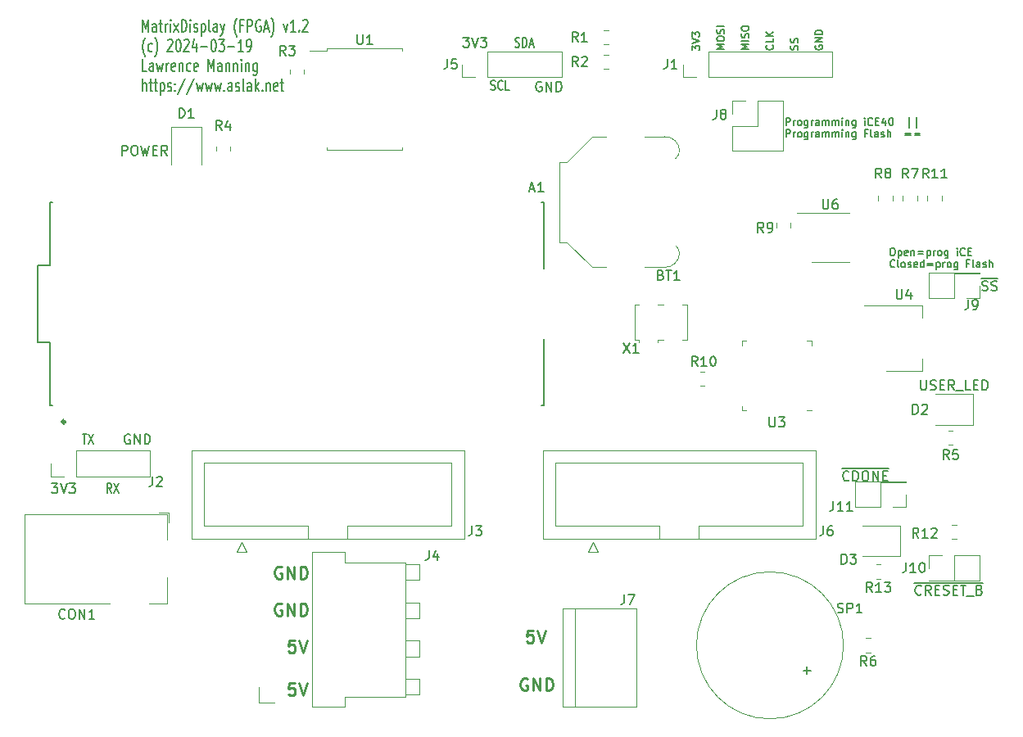
<source format=gbr>
%TF.GenerationSoftware,KiCad,Pcbnew,7.0.11-7.0.11~ubuntu20.04.1*%
%TF.CreationDate,2024-03-20T21:38:14+00:00*%
%TF.ProjectId,MDFPGA,4d444650-4741-42e6-9b69-6361645f7063,rev?*%
%TF.SameCoordinates,Original*%
%TF.FileFunction,Legend,Top*%
%TF.FilePolarity,Positive*%
%FSLAX46Y46*%
G04 Gerber Fmt 4.6, Leading zero omitted, Abs format (unit mm)*
G04 Created by KiCad (PCBNEW 7.0.11-7.0.11~ubuntu20.04.1) date 2024-03-20 21:38:14*
%MOMM*%
%LPD*%
G01*
G04 APERTURE LIST*
%ADD10C,0.150000*%
%ADD11C,0.254000*%
%ADD12C,0.127000*%
%ADD13C,0.120000*%
%ADD14C,0.300000*%
G04 APERTURE END LIST*
D10*
X77778430Y-3566173D02*
X77814715Y-3457316D01*
X77814715Y-3457316D02*
X77814715Y-3275887D01*
X77814715Y-3275887D02*
X77778430Y-3203316D01*
X77778430Y-3203316D02*
X77742144Y-3167030D01*
X77742144Y-3167030D02*
X77669572Y-3130744D01*
X77669572Y-3130744D02*
X77597001Y-3130744D01*
X77597001Y-3130744D02*
X77524430Y-3167030D01*
X77524430Y-3167030D02*
X77488144Y-3203316D01*
X77488144Y-3203316D02*
X77451858Y-3275887D01*
X77451858Y-3275887D02*
X77415572Y-3421030D01*
X77415572Y-3421030D02*
X77379287Y-3493601D01*
X77379287Y-3493601D02*
X77343001Y-3529887D01*
X77343001Y-3529887D02*
X77270430Y-3566173D01*
X77270430Y-3566173D02*
X77197858Y-3566173D01*
X77197858Y-3566173D02*
X77125287Y-3529887D01*
X77125287Y-3529887D02*
X77089001Y-3493601D01*
X77089001Y-3493601D02*
X77052715Y-3421030D01*
X77052715Y-3421030D02*
X77052715Y-3239601D01*
X77052715Y-3239601D02*
X77089001Y-3130744D01*
X77778430Y-2840459D02*
X77814715Y-2731602D01*
X77814715Y-2731602D02*
X77814715Y-2550173D01*
X77814715Y-2550173D02*
X77778430Y-2477602D01*
X77778430Y-2477602D02*
X77742144Y-2441316D01*
X77742144Y-2441316D02*
X77669572Y-2405030D01*
X77669572Y-2405030D02*
X77597001Y-2405030D01*
X77597001Y-2405030D02*
X77524430Y-2441316D01*
X77524430Y-2441316D02*
X77488144Y-2477602D01*
X77488144Y-2477602D02*
X77451858Y-2550173D01*
X77451858Y-2550173D02*
X77415572Y-2695316D01*
X77415572Y-2695316D02*
X77379287Y-2767887D01*
X77379287Y-2767887D02*
X77343001Y-2804173D01*
X77343001Y-2804173D02*
X77270430Y-2840459D01*
X77270430Y-2840459D02*
X77197858Y-2840459D01*
X77197858Y-2840459D02*
X77125287Y-2804173D01*
X77125287Y-2804173D02*
X77089001Y-2767887D01*
X77089001Y-2767887D02*
X77052715Y-2695316D01*
X77052715Y-2695316D02*
X77052715Y-2513887D01*
X77052715Y-2513887D02*
X77089001Y-2405030D01*
D11*
X25793095Y-69046368D02*
X25188333Y-69046368D01*
X25188333Y-69046368D02*
X25127857Y-69651130D01*
X25127857Y-69651130D02*
X25188333Y-69590653D01*
X25188333Y-69590653D02*
X25309286Y-69530177D01*
X25309286Y-69530177D02*
X25611667Y-69530177D01*
X25611667Y-69530177D02*
X25732619Y-69590653D01*
X25732619Y-69590653D02*
X25793095Y-69651130D01*
X25793095Y-69651130D02*
X25853572Y-69772082D01*
X25853572Y-69772082D02*
X25853572Y-70074463D01*
X25853572Y-70074463D02*
X25793095Y-70195415D01*
X25793095Y-70195415D02*
X25732619Y-70255892D01*
X25732619Y-70255892D02*
X25611667Y-70316368D01*
X25611667Y-70316368D02*
X25309286Y-70316368D01*
X25309286Y-70316368D02*
X25188333Y-70255892D01*
X25188333Y-70255892D02*
X25127857Y-70195415D01*
X26216429Y-69046368D02*
X26639762Y-70316368D01*
X26639762Y-70316368D02*
X27063096Y-69046368D01*
D12*
X76591980Y-11373321D02*
X76591980Y-10611321D01*
X76591980Y-10611321D02*
X76882266Y-10611321D01*
X76882266Y-10611321D02*
X76954837Y-10647607D01*
X76954837Y-10647607D02*
X76991123Y-10683893D01*
X76991123Y-10683893D02*
X77027409Y-10756464D01*
X77027409Y-10756464D02*
X77027409Y-10865321D01*
X77027409Y-10865321D02*
X76991123Y-10937893D01*
X76991123Y-10937893D02*
X76954837Y-10974178D01*
X76954837Y-10974178D02*
X76882266Y-11010464D01*
X76882266Y-11010464D02*
X76591980Y-11010464D01*
X77353980Y-11373321D02*
X77353980Y-10865321D01*
X77353980Y-11010464D02*
X77390266Y-10937893D01*
X77390266Y-10937893D02*
X77426552Y-10901607D01*
X77426552Y-10901607D02*
X77499123Y-10865321D01*
X77499123Y-10865321D02*
X77571694Y-10865321D01*
X77934551Y-11373321D02*
X77861980Y-11337036D01*
X77861980Y-11337036D02*
X77825694Y-11300750D01*
X77825694Y-11300750D02*
X77789408Y-11228178D01*
X77789408Y-11228178D02*
X77789408Y-11010464D01*
X77789408Y-11010464D02*
X77825694Y-10937893D01*
X77825694Y-10937893D02*
X77861980Y-10901607D01*
X77861980Y-10901607D02*
X77934551Y-10865321D01*
X77934551Y-10865321D02*
X78043408Y-10865321D01*
X78043408Y-10865321D02*
X78115980Y-10901607D01*
X78115980Y-10901607D02*
X78152266Y-10937893D01*
X78152266Y-10937893D02*
X78188551Y-11010464D01*
X78188551Y-11010464D02*
X78188551Y-11228178D01*
X78188551Y-11228178D02*
X78152266Y-11300750D01*
X78152266Y-11300750D02*
X78115980Y-11337036D01*
X78115980Y-11337036D02*
X78043408Y-11373321D01*
X78043408Y-11373321D02*
X77934551Y-11373321D01*
X78841695Y-10865321D02*
X78841695Y-11482178D01*
X78841695Y-11482178D02*
X78805409Y-11554750D01*
X78805409Y-11554750D02*
X78769123Y-11591036D01*
X78769123Y-11591036D02*
X78696552Y-11627321D01*
X78696552Y-11627321D02*
X78587695Y-11627321D01*
X78587695Y-11627321D02*
X78515123Y-11591036D01*
X78841695Y-11337036D02*
X78769123Y-11373321D01*
X78769123Y-11373321D02*
X78623980Y-11373321D01*
X78623980Y-11373321D02*
X78551409Y-11337036D01*
X78551409Y-11337036D02*
X78515123Y-11300750D01*
X78515123Y-11300750D02*
X78478837Y-11228178D01*
X78478837Y-11228178D02*
X78478837Y-11010464D01*
X78478837Y-11010464D02*
X78515123Y-10937893D01*
X78515123Y-10937893D02*
X78551409Y-10901607D01*
X78551409Y-10901607D02*
X78623980Y-10865321D01*
X78623980Y-10865321D02*
X78769123Y-10865321D01*
X78769123Y-10865321D02*
X78841695Y-10901607D01*
X79204552Y-11373321D02*
X79204552Y-10865321D01*
X79204552Y-11010464D02*
X79240838Y-10937893D01*
X79240838Y-10937893D02*
X79277124Y-10901607D01*
X79277124Y-10901607D02*
X79349695Y-10865321D01*
X79349695Y-10865321D02*
X79422266Y-10865321D01*
X80002838Y-11373321D02*
X80002838Y-10974178D01*
X80002838Y-10974178D02*
X79966552Y-10901607D01*
X79966552Y-10901607D02*
X79893980Y-10865321D01*
X79893980Y-10865321D02*
X79748838Y-10865321D01*
X79748838Y-10865321D02*
X79676266Y-10901607D01*
X80002838Y-11337036D02*
X79930266Y-11373321D01*
X79930266Y-11373321D02*
X79748838Y-11373321D01*
X79748838Y-11373321D02*
X79676266Y-11337036D01*
X79676266Y-11337036D02*
X79639980Y-11264464D01*
X79639980Y-11264464D02*
X79639980Y-11191893D01*
X79639980Y-11191893D02*
X79676266Y-11119321D01*
X79676266Y-11119321D02*
X79748838Y-11083036D01*
X79748838Y-11083036D02*
X79930266Y-11083036D01*
X79930266Y-11083036D02*
X80002838Y-11046750D01*
X80365695Y-11373321D02*
X80365695Y-10865321D01*
X80365695Y-10937893D02*
X80401981Y-10901607D01*
X80401981Y-10901607D02*
X80474552Y-10865321D01*
X80474552Y-10865321D02*
X80583409Y-10865321D01*
X80583409Y-10865321D02*
X80655981Y-10901607D01*
X80655981Y-10901607D02*
X80692267Y-10974178D01*
X80692267Y-10974178D02*
X80692267Y-11373321D01*
X80692267Y-10974178D02*
X80728552Y-10901607D01*
X80728552Y-10901607D02*
X80801124Y-10865321D01*
X80801124Y-10865321D02*
X80909981Y-10865321D01*
X80909981Y-10865321D02*
X80982552Y-10901607D01*
X80982552Y-10901607D02*
X81018838Y-10974178D01*
X81018838Y-10974178D02*
X81018838Y-11373321D01*
X81381695Y-11373321D02*
X81381695Y-10865321D01*
X81381695Y-10937893D02*
X81417981Y-10901607D01*
X81417981Y-10901607D02*
X81490552Y-10865321D01*
X81490552Y-10865321D02*
X81599409Y-10865321D01*
X81599409Y-10865321D02*
X81671981Y-10901607D01*
X81671981Y-10901607D02*
X81708267Y-10974178D01*
X81708267Y-10974178D02*
X81708267Y-11373321D01*
X81708267Y-10974178D02*
X81744552Y-10901607D01*
X81744552Y-10901607D02*
X81817124Y-10865321D01*
X81817124Y-10865321D02*
X81925981Y-10865321D01*
X81925981Y-10865321D02*
X81998552Y-10901607D01*
X81998552Y-10901607D02*
X82034838Y-10974178D01*
X82034838Y-10974178D02*
X82034838Y-11373321D01*
X82397695Y-11373321D02*
X82397695Y-10865321D01*
X82397695Y-10611321D02*
X82361409Y-10647607D01*
X82361409Y-10647607D02*
X82397695Y-10683893D01*
X82397695Y-10683893D02*
X82433981Y-10647607D01*
X82433981Y-10647607D02*
X82397695Y-10611321D01*
X82397695Y-10611321D02*
X82397695Y-10683893D01*
X82760552Y-10865321D02*
X82760552Y-11373321D01*
X82760552Y-10937893D02*
X82796838Y-10901607D01*
X82796838Y-10901607D02*
X82869409Y-10865321D01*
X82869409Y-10865321D02*
X82978266Y-10865321D01*
X82978266Y-10865321D02*
X83050838Y-10901607D01*
X83050838Y-10901607D02*
X83087124Y-10974178D01*
X83087124Y-10974178D02*
X83087124Y-11373321D01*
X83776553Y-10865321D02*
X83776553Y-11482178D01*
X83776553Y-11482178D02*
X83740267Y-11554750D01*
X83740267Y-11554750D02*
X83703981Y-11591036D01*
X83703981Y-11591036D02*
X83631410Y-11627321D01*
X83631410Y-11627321D02*
X83522553Y-11627321D01*
X83522553Y-11627321D02*
X83449981Y-11591036D01*
X83776553Y-11337036D02*
X83703981Y-11373321D01*
X83703981Y-11373321D02*
X83558838Y-11373321D01*
X83558838Y-11373321D02*
X83486267Y-11337036D01*
X83486267Y-11337036D02*
X83449981Y-11300750D01*
X83449981Y-11300750D02*
X83413695Y-11228178D01*
X83413695Y-11228178D02*
X83413695Y-11010464D01*
X83413695Y-11010464D02*
X83449981Y-10937893D01*
X83449981Y-10937893D02*
X83486267Y-10901607D01*
X83486267Y-10901607D02*
X83558838Y-10865321D01*
X83558838Y-10865321D02*
X83703981Y-10865321D01*
X83703981Y-10865321D02*
X83776553Y-10901607D01*
X84719981Y-11373321D02*
X84719981Y-10865321D01*
X84719981Y-10611321D02*
X84683695Y-10647607D01*
X84683695Y-10647607D02*
X84719981Y-10683893D01*
X84719981Y-10683893D02*
X84756267Y-10647607D01*
X84756267Y-10647607D02*
X84719981Y-10611321D01*
X84719981Y-10611321D02*
X84719981Y-10683893D01*
X85518267Y-11300750D02*
X85481981Y-11337036D01*
X85481981Y-11337036D02*
X85373124Y-11373321D01*
X85373124Y-11373321D02*
X85300552Y-11373321D01*
X85300552Y-11373321D02*
X85191695Y-11337036D01*
X85191695Y-11337036D02*
X85119124Y-11264464D01*
X85119124Y-11264464D02*
X85082838Y-11191893D01*
X85082838Y-11191893D02*
X85046552Y-11046750D01*
X85046552Y-11046750D02*
X85046552Y-10937893D01*
X85046552Y-10937893D02*
X85082838Y-10792750D01*
X85082838Y-10792750D02*
X85119124Y-10720178D01*
X85119124Y-10720178D02*
X85191695Y-10647607D01*
X85191695Y-10647607D02*
X85300552Y-10611321D01*
X85300552Y-10611321D02*
X85373124Y-10611321D01*
X85373124Y-10611321D02*
X85481981Y-10647607D01*
X85481981Y-10647607D02*
X85518267Y-10683893D01*
X85844838Y-10974178D02*
X86098838Y-10974178D01*
X86207695Y-11373321D02*
X85844838Y-11373321D01*
X85844838Y-11373321D02*
X85844838Y-10611321D01*
X85844838Y-10611321D02*
X86207695Y-10611321D01*
X86860839Y-10865321D02*
X86860839Y-11373321D01*
X86679410Y-10575036D02*
X86497981Y-11119321D01*
X86497981Y-11119321D02*
X86969696Y-11119321D01*
X87405124Y-10611321D02*
X87477695Y-10611321D01*
X87477695Y-10611321D02*
X87550267Y-10647607D01*
X87550267Y-10647607D02*
X87586553Y-10683893D01*
X87586553Y-10683893D02*
X87622838Y-10756464D01*
X87622838Y-10756464D02*
X87659124Y-10901607D01*
X87659124Y-10901607D02*
X87659124Y-11083036D01*
X87659124Y-11083036D02*
X87622838Y-11228178D01*
X87622838Y-11228178D02*
X87586553Y-11300750D01*
X87586553Y-11300750D02*
X87550267Y-11337036D01*
X87550267Y-11337036D02*
X87477695Y-11373321D01*
X87477695Y-11373321D02*
X87405124Y-11373321D01*
X87405124Y-11373321D02*
X87332553Y-11337036D01*
X87332553Y-11337036D02*
X87296267Y-11300750D01*
X87296267Y-11300750D02*
X87259981Y-11228178D01*
X87259981Y-11228178D02*
X87223695Y-11083036D01*
X87223695Y-11083036D02*
X87223695Y-10901607D01*
X87223695Y-10901607D02*
X87259981Y-10756464D01*
X87259981Y-10756464D02*
X87296267Y-10683893D01*
X87296267Y-10683893D02*
X87332553Y-10647607D01*
X87332553Y-10647607D02*
X87405124Y-10611321D01*
X89328266Y-11627321D02*
X89328266Y-10538750D01*
X90053980Y-11627321D02*
X90053980Y-10538750D01*
X76591980Y-12600141D02*
X76591980Y-11838141D01*
X76591980Y-11838141D02*
X76882266Y-11838141D01*
X76882266Y-11838141D02*
X76954837Y-11874427D01*
X76954837Y-11874427D02*
X76991123Y-11910713D01*
X76991123Y-11910713D02*
X77027409Y-11983284D01*
X77027409Y-11983284D02*
X77027409Y-12092141D01*
X77027409Y-12092141D02*
X76991123Y-12164713D01*
X76991123Y-12164713D02*
X76954837Y-12200998D01*
X76954837Y-12200998D02*
X76882266Y-12237284D01*
X76882266Y-12237284D02*
X76591980Y-12237284D01*
X77353980Y-12600141D02*
X77353980Y-12092141D01*
X77353980Y-12237284D02*
X77390266Y-12164713D01*
X77390266Y-12164713D02*
X77426552Y-12128427D01*
X77426552Y-12128427D02*
X77499123Y-12092141D01*
X77499123Y-12092141D02*
X77571694Y-12092141D01*
X77934551Y-12600141D02*
X77861980Y-12563856D01*
X77861980Y-12563856D02*
X77825694Y-12527570D01*
X77825694Y-12527570D02*
X77789408Y-12454998D01*
X77789408Y-12454998D02*
X77789408Y-12237284D01*
X77789408Y-12237284D02*
X77825694Y-12164713D01*
X77825694Y-12164713D02*
X77861980Y-12128427D01*
X77861980Y-12128427D02*
X77934551Y-12092141D01*
X77934551Y-12092141D02*
X78043408Y-12092141D01*
X78043408Y-12092141D02*
X78115980Y-12128427D01*
X78115980Y-12128427D02*
X78152266Y-12164713D01*
X78152266Y-12164713D02*
X78188551Y-12237284D01*
X78188551Y-12237284D02*
X78188551Y-12454998D01*
X78188551Y-12454998D02*
X78152266Y-12527570D01*
X78152266Y-12527570D02*
X78115980Y-12563856D01*
X78115980Y-12563856D02*
X78043408Y-12600141D01*
X78043408Y-12600141D02*
X77934551Y-12600141D01*
X78841695Y-12092141D02*
X78841695Y-12708998D01*
X78841695Y-12708998D02*
X78805409Y-12781570D01*
X78805409Y-12781570D02*
X78769123Y-12817856D01*
X78769123Y-12817856D02*
X78696552Y-12854141D01*
X78696552Y-12854141D02*
X78587695Y-12854141D01*
X78587695Y-12854141D02*
X78515123Y-12817856D01*
X78841695Y-12563856D02*
X78769123Y-12600141D01*
X78769123Y-12600141D02*
X78623980Y-12600141D01*
X78623980Y-12600141D02*
X78551409Y-12563856D01*
X78551409Y-12563856D02*
X78515123Y-12527570D01*
X78515123Y-12527570D02*
X78478837Y-12454998D01*
X78478837Y-12454998D02*
X78478837Y-12237284D01*
X78478837Y-12237284D02*
X78515123Y-12164713D01*
X78515123Y-12164713D02*
X78551409Y-12128427D01*
X78551409Y-12128427D02*
X78623980Y-12092141D01*
X78623980Y-12092141D02*
X78769123Y-12092141D01*
X78769123Y-12092141D02*
X78841695Y-12128427D01*
X79204552Y-12600141D02*
X79204552Y-12092141D01*
X79204552Y-12237284D02*
X79240838Y-12164713D01*
X79240838Y-12164713D02*
X79277124Y-12128427D01*
X79277124Y-12128427D02*
X79349695Y-12092141D01*
X79349695Y-12092141D02*
X79422266Y-12092141D01*
X80002838Y-12600141D02*
X80002838Y-12200998D01*
X80002838Y-12200998D02*
X79966552Y-12128427D01*
X79966552Y-12128427D02*
X79893980Y-12092141D01*
X79893980Y-12092141D02*
X79748838Y-12092141D01*
X79748838Y-12092141D02*
X79676266Y-12128427D01*
X80002838Y-12563856D02*
X79930266Y-12600141D01*
X79930266Y-12600141D02*
X79748838Y-12600141D01*
X79748838Y-12600141D02*
X79676266Y-12563856D01*
X79676266Y-12563856D02*
X79639980Y-12491284D01*
X79639980Y-12491284D02*
X79639980Y-12418713D01*
X79639980Y-12418713D02*
X79676266Y-12346141D01*
X79676266Y-12346141D02*
X79748838Y-12309856D01*
X79748838Y-12309856D02*
X79930266Y-12309856D01*
X79930266Y-12309856D02*
X80002838Y-12273570D01*
X80365695Y-12600141D02*
X80365695Y-12092141D01*
X80365695Y-12164713D02*
X80401981Y-12128427D01*
X80401981Y-12128427D02*
X80474552Y-12092141D01*
X80474552Y-12092141D02*
X80583409Y-12092141D01*
X80583409Y-12092141D02*
X80655981Y-12128427D01*
X80655981Y-12128427D02*
X80692267Y-12200998D01*
X80692267Y-12200998D02*
X80692267Y-12600141D01*
X80692267Y-12200998D02*
X80728552Y-12128427D01*
X80728552Y-12128427D02*
X80801124Y-12092141D01*
X80801124Y-12092141D02*
X80909981Y-12092141D01*
X80909981Y-12092141D02*
X80982552Y-12128427D01*
X80982552Y-12128427D02*
X81018838Y-12200998D01*
X81018838Y-12200998D02*
X81018838Y-12600141D01*
X81381695Y-12600141D02*
X81381695Y-12092141D01*
X81381695Y-12164713D02*
X81417981Y-12128427D01*
X81417981Y-12128427D02*
X81490552Y-12092141D01*
X81490552Y-12092141D02*
X81599409Y-12092141D01*
X81599409Y-12092141D02*
X81671981Y-12128427D01*
X81671981Y-12128427D02*
X81708267Y-12200998D01*
X81708267Y-12200998D02*
X81708267Y-12600141D01*
X81708267Y-12200998D02*
X81744552Y-12128427D01*
X81744552Y-12128427D02*
X81817124Y-12092141D01*
X81817124Y-12092141D02*
X81925981Y-12092141D01*
X81925981Y-12092141D02*
X81998552Y-12128427D01*
X81998552Y-12128427D02*
X82034838Y-12200998D01*
X82034838Y-12200998D02*
X82034838Y-12600141D01*
X82397695Y-12600141D02*
X82397695Y-12092141D01*
X82397695Y-11838141D02*
X82361409Y-11874427D01*
X82361409Y-11874427D02*
X82397695Y-11910713D01*
X82397695Y-11910713D02*
X82433981Y-11874427D01*
X82433981Y-11874427D02*
X82397695Y-11838141D01*
X82397695Y-11838141D02*
X82397695Y-11910713D01*
X82760552Y-12092141D02*
X82760552Y-12600141D01*
X82760552Y-12164713D02*
X82796838Y-12128427D01*
X82796838Y-12128427D02*
X82869409Y-12092141D01*
X82869409Y-12092141D02*
X82978266Y-12092141D01*
X82978266Y-12092141D02*
X83050838Y-12128427D01*
X83050838Y-12128427D02*
X83087124Y-12200998D01*
X83087124Y-12200998D02*
X83087124Y-12600141D01*
X83776553Y-12092141D02*
X83776553Y-12708998D01*
X83776553Y-12708998D02*
X83740267Y-12781570D01*
X83740267Y-12781570D02*
X83703981Y-12817856D01*
X83703981Y-12817856D02*
X83631410Y-12854141D01*
X83631410Y-12854141D02*
X83522553Y-12854141D01*
X83522553Y-12854141D02*
X83449981Y-12817856D01*
X83776553Y-12563856D02*
X83703981Y-12600141D01*
X83703981Y-12600141D02*
X83558838Y-12600141D01*
X83558838Y-12600141D02*
X83486267Y-12563856D01*
X83486267Y-12563856D02*
X83449981Y-12527570D01*
X83449981Y-12527570D02*
X83413695Y-12454998D01*
X83413695Y-12454998D02*
X83413695Y-12237284D01*
X83413695Y-12237284D02*
X83449981Y-12164713D01*
X83449981Y-12164713D02*
X83486267Y-12128427D01*
X83486267Y-12128427D02*
X83558838Y-12092141D01*
X83558838Y-12092141D02*
X83703981Y-12092141D01*
X83703981Y-12092141D02*
X83776553Y-12128427D01*
X84973981Y-12200998D02*
X84719981Y-12200998D01*
X84719981Y-12600141D02*
X84719981Y-11838141D01*
X84719981Y-11838141D02*
X85082838Y-11838141D01*
X85481981Y-12600141D02*
X85409410Y-12563856D01*
X85409410Y-12563856D02*
X85373124Y-12491284D01*
X85373124Y-12491284D02*
X85373124Y-11838141D01*
X86098839Y-12600141D02*
X86098839Y-12200998D01*
X86098839Y-12200998D02*
X86062553Y-12128427D01*
X86062553Y-12128427D02*
X85989981Y-12092141D01*
X85989981Y-12092141D02*
X85844839Y-12092141D01*
X85844839Y-12092141D02*
X85772267Y-12128427D01*
X86098839Y-12563856D02*
X86026267Y-12600141D01*
X86026267Y-12600141D02*
X85844839Y-12600141D01*
X85844839Y-12600141D02*
X85772267Y-12563856D01*
X85772267Y-12563856D02*
X85735981Y-12491284D01*
X85735981Y-12491284D02*
X85735981Y-12418713D01*
X85735981Y-12418713D02*
X85772267Y-12346141D01*
X85772267Y-12346141D02*
X85844839Y-12309856D01*
X85844839Y-12309856D02*
X86026267Y-12309856D01*
X86026267Y-12309856D02*
X86098839Y-12273570D01*
X86425410Y-12563856D02*
X86497982Y-12600141D01*
X86497982Y-12600141D02*
X86643125Y-12600141D01*
X86643125Y-12600141D02*
X86715696Y-12563856D01*
X86715696Y-12563856D02*
X86751982Y-12491284D01*
X86751982Y-12491284D02*
X86751982Y-12454998D01*
X86751982Y-12454998D02*
X86715696Y-12382427D01*
X86715696Y-12382427D02*
X86643125Y-12346141D01*
X86643125Y-12346141D02*
X86534268Y-12346141D01*
X86534268Y-12346141D02*
X86461696Y-12309856D01*
X86461696Y-12309856D02*
X86425410Y-12237284D01*
X86425410Y-12237284D02*
X86425410Y-12200998D01*
X86425410Y-12200998D02*
X86461696Y-12128427D01*
X86461696Y-12128427D02*
X86534268Y-12092141D01*
X86534268Y-12092141D02*
X86643125Y-12092141D01*
X86643125Y-12092141D02*
X86715696Y-12128427D01*
X87078553Y-12600141D02*
X87078553Y-11838141D01*
X87405125Y-12600141D02*
X87405125Y-12200998D01*
X87405125Y-12200998D02*
X87368839Y-12128427D01*
X87368839Y-12128427D02*
X87296267Y-12092141D01*
X87296267Y-12092141D02*
X87187410Y-12092141D01*
X87187410Y-12092141D02*
X87114839Y-12128427D01*
X87114839Y-12128427D02*
X87078553Y-12164713D01*
X88929124Y-12200998D02*
X89509696Y-12200998D01*
X89509696Y-12418713D02*
X88929124Y-12418713D01*
X89872553Y-12200998D02*
X90453125Y-12200998D01*
X90453125Y-12418713D02*
X89872553Y-12418713D01*
D10*
X51308095Y-6912438D02*
X51212857Y-6864819D01*
X51212857Y-6864819D02*
X51070000Y-6864819D01*
X51070000Y-6864819D02*
X50927143Y-6912438D01*
X50927143Y-6912438D02*
X50831905Y-7007676D01*
X50831905Y-7007676D02*
X50784286Y-7102914D01*
X50784286Y-7102914D02*
X50736667Y-7293390D01*
X50736667Y-7293390D02*
X50736667Y-7436247D01*
X50736667Y-7436247D02*
X50784286Y-7626723D01*
X50784286Y-7626723D02*
X50831905Y-7721961D01*
X50831905Y-7721961D02*
X50927143Y-7817200D01*
X50927143Y-7817200D02*
X51070000Y-7864819D01*
X51070000Y-7864819D02*
X51165238Y-7864819D01*
X51165238Y-7864819D02*
X51308095Y-7817200D01*
X51308095Y-7817200D02*
X51355714Y-7769580D01*
X51355714Y-7769580D02*
X51355714Y-7436247D01*
X51355714Y-7436247D02*
X51165238Y-7436247D01*
X51784286Y-7864819D02*
X51784286Y-6864819D01*
X51784286Y-6864819D02*
X52355714Y-7864819D01*
X52355714Y-7864819D02*
X52355714Y-6864819D01*
X52831905Y-7864819D02*
X52831905Y-6864819D01*
X52831905Y-6864819D02*
X53070000Y-6864819D01*
X53070000Y-6864819D02*
X53212857Y-6912438D01*
X53212857Y-6912438D02*
X53308095Y-7007676D01*
X53308095Y-7007676D02*
X53355714Y-7102914D01*
X53355714Y-7102914D02*
X53403333Y-7293390D01*
X53403333Y-7293390D02*
X53403333Y-7436247D01*
X53403333Y-7436247D02*
X53355714Y-7626723D01*
X53355714Y-7626723D02*
X53308095Y-7721961D01*
X53308095Y-7721961D02*
X53212857Y-7817200D01*
X53212857Y-7817200D02*
X53070000Y-7864819D01*
X53070000Y-7864819D02*
X52831905Y-7864819D01*
X8763095Y-43367438D02*
X8667857Y-43319819D01*
X8667857Y-43319819D02*
X8525000Y-43319819D01*
X8525000Y-43319819D02*
X8382143Y-43367438D01*
X8382143Y-43367438D02*
X8286905Y-43462676D01*
X8286905Y-43462676D02*
X8239286Y-43557914D01*
X8239286Y-43557914D02*
X8191667Y-43748390D01*
X8191667Y-43748390D02*
X8191667Y-43891247D01*
X8191667Y-43891247D02*
X8239286Y-44081723D01*
X8239286Y-44081723D02*
X8286905Y-44176961D01*
X8286905Y-44176961D02*
X8382143Y-44272200D01*
X8382143Y-44272200D02*
X8525000Y-44319819D01*
X8525000Y-44319819D02*
X8620238Y-44319819D01*
X8620238Y-44319819D02*
X8763095Y-44272200D01*
X8763095Y-44272200D02*
X8810714Y-44224580D01*
X8810714Y-44224580D02*
X8810714Y-43891247D01*
X8810714Y-43891247D02*
X8620238Y-43891247D01*
X9239286Y-44319819D02*
X9239286Y-43319819D01*
X9239286Y-43319819D02*
X9810714Y-44319819D01*
X9810714Y-44319819D02*
X9810714Y-43319819D01*
X10286905Y-44319819D02*
X10286905Y-43319819D01*
X10286905Y-43319819D02*
X10525000Y-43319819D01*
X10525000Y-43319819D02*
X10667857Y-43367438D01*
X10667857Y-43367438D02*
X10763095Y-43462676D01*
X10763095Y-43462676D02*
X10810714Y-43557914D01*
X10810714Y-43557914D02*
X10858333Y-43748390D01*
X10858333Y-43748390D02*
X10858333Y-43891247D01*
X10858333Y-43891247D02*
X10810714Y-44081723D01*
X10810714Y-44081723D02*
X10763095Y-44176961D01*
X10763095Y-44176961D02*
X10667857Y-44272200D01*
X10667857Y-44272200D02*
X10525000Y-44319819D01*
X10525000Y-44319819D02*
X10286905Y-44319819D01*
D11*
X24432381Y-57041844D02*
X24311428Y-56981368D01*
X24311428Y-56981368D02*
X24130000Y-56981368D01*
X24130000Y-56981368D02*
X23948571Y-57041844D01*
X23948571Y-57041844D02*
X23827619Y-57162796D01*
X23827619Y-57162796D02*
X23767142Y-57283749D01*
X23767142Y-57283749D02*
X23706666Y-57525653D01*
X23706666Y-57525653D02*
X23706666Y-57707082D01*
X23706666Y-57707082D02*
X23767142Y-57948987D01*
X23767142Y-57948987D02*
X23827619Y-58069939D01*
X23827619Y-58069939D02*
X23948571Y-58190892D01*
X23948571Y-58190892D02*
X24130000Y-58251368D01*
X24130000Y-58251368D02*
X24250952Y-58251368D01*
X24250952Y-58251368D02*
X24432381Y-58190892D01*
X24432381Y-58190892D02*
X24492857Y-58130415D01*
X24492857Y-58130415D02*
X24492857Y-57707082D01*
X24492857Y-57707082D02*
X24250952Y-57707082D01*
X25037142Y-58251368D02*
X25037142Y-56981368D01*
X25037142Y-56981368D02*
X25762857Y-58251368D01*
X25762857Y-58251368D02*
X25762857Y-56981368D01*
X26367618Y-58251368D02*
X26367618Y-56981368D01*
X26367618Y-56981368D02*
X26669999Y-56981368D01*
X26669999Y-56981368D02*
X26851428Y-57041844D01*
X26851428Y-57041844D02*
X26972380Y-57162796D01*
X26972380Y-57162796D02*
X27032857Y-57283749D01*
X27032857Y-57283749D02*
X27093333Y-57525653D01*
X27093333Y-57525653D02*
X27093333Y-57707082D01*
X27093333Y-57707082D02*
X27032857Y-57948987D01*
X27032857Y-57948987D02*
X26972380Y-58069939D01*
X26972380Y-58069939D02*
X26851428Y-58190892D01*
X26851428Y-58190892D02*
X26669999Y-58251368D01*
X26669999Y-58251368D02*
X26367618Y-58251368D01*
X49832381Y-68598844D02*
X49711428Y-68538368D01*
X49711428Y-68538368D02*
X49530000Y-68538368D01*
X49530000Y-68538368D02*
X49348571Y-68598844D01*
X49348571Y-68598844D02*
X49227619Y-68719796D01*
X49227619Y-68719796D02*
X49167142Y-68840749D01*
X49167142Y-68840749D02*
X49106666Y-69082653D01*
X49106666Y-69082653D02*
X49106666Y-69264082D01*
X49106666Y-69264082D02*
X49167142Y-69505987D01*
X49167142Y-69505987D02*
X49227619Y-69626939D01*
X49227619Y-69626939D02*
X49348571Y-69747892D01*
X49348571Y-69747892D02*
X49530000Y-69808368D01*
X49530000Y-69808368D02*
X49650952Y-69808368D01*
X49650952Y-69808368D02*
X49832381Y-69747892D01*
X49832381Y-69747892D02*
X49892857Y-69687415D01*
X49892857Y-69687415D02*
X49892857Y-69264082D01*
X49892857Y-69264082D02*
X49650952Y-69264082D01*
X50437142Y-69808368D02*
X50437142Y-68538368D01*
X50437142Y-68538368D02*
X51162857Y-69808368D01*
X51162857Y-69808368D02*
X51162857Y-68538368D01*
X51767618Y-69808368D02*
X51767618Y-68538368D01*
X51767618Y-68538368D02*
X52069999Y-68538368D01*
X52069999Y-68538368D02*
X52251428Y-68598844D01*
X52251428Y-68598844D02*
X52372380Y-68719796D01*
X52372380Y-68719796D02*
X52432857Y-68840749D01*
X52432857Y-68840749D02*
X52493333Y-69082653D01*
X52493333Y-69082653D02*
X52493333Y-69264082D01*
X52493333Y-69264082D02*
X52432857Y-69505987D01*
X52432857Y-69505987D02*
X52372380Y-69626939D01*
X52372380Y-69626939D02*
X52251428Y-69747892D01*
X52251428Y-69747892D02*
X52069999Y-69808368D01*
X52069999Y-69808368D02*
X51767618Y-69808368D01*
D10*
X79629001Y-3130744D02*
X79592715Y-3203316D01*
X79592715Y-3203316D02*
X79592715Y-3312173D01*
X79592715Y-3312173D02*
X79629001Y-3421030D01*
X79629001Y-3421030D02*
X79701572Y-3493601D01*
X79701572Y-3493601D02*
X79774144Y-3529887D01*
X79774144Y-3529887D02*
X79919287Y-3566173D01*
X79919287Y-3566173D02*
X80028144Y-3566173D01*
X80028144Y-3566173D02*
X80173287Y-3529887D01*
X80173287Y-3529887D02*
X80245858Y-3493601D01*
X80245858Y-3493601D02*
X80318430Y-3421030D01*
X80318430Y-3421030D02*
X80354715Y-3312173D01*
X80354715Y-3312173D02*
X80354715Y-3239601D01*
X80354715Y-3239601D02*
X80318430Y-3130744D01*
X80318430Y-3130744D02*
X80282144Y-3094458D01*
X80282144Y-3094458D02*
X80028144Y-3094458D01*
X80028144Y-3094458D02*
X80028144Y-3239601D01*
X80354715Y-2767887D02*
X79592715Y-2767887D01*
X79592715Y-2767887D02*
X80354715Y-2332458D01*
X80354715Y-2332458D02*
X79592715Y-2332458D01*
X80354715Y-1969601D02*
X79592715Y-1969601D01*
X79592715Y-1969601D02*
X79592715Y-1788172D01*
X79592715Y-1788172D02*
X79629001Y-1679315D01*
X79629001Y-1679315D02*
X79701572Y-1606744D01*
X79701572Y-1606744D02*
X79774144Y-1570458D01*
X79774144Y-1570458D02*
X79919287Y-1534172D01*
X79919287Y-1534172D02*
X80028144Y-1534172D01*
X80028144Y-1534172D02*
X80173287Y-1570458D01*
X80173287Y-1570458D02*
X80245858Y-1606744D01*
X80245858Y-1606744D02*
X80318430Y-1679315D01*
X80318430Y-1679315D02*
X80354715Y-1788172D01*
X80354715Y-1788172D02*
X80354715Y-1969601D01*
D11*
X25793095Y-64601368D02*
X25188333Y-64601368D01*
X25188333Y-64601368D02*
X25127857Y-65206130D01*
X25127857Y-65206130D02*
X25188333Y-65145653D01*
X25188333Y-65145653D02*
X25309286Y-65085177D01*
X25309286Y-65085177D02*
X25611667Y-65085177D01*
X25611667Y-65085177D02*
X25732619Y-65145653D01*
X25732619Y-65145653D02*
X25793095Y-65206130D01*
X25793095Y-65206130D02*
X25853572Y-65327082D01*
X25853572Y-65327082D02*
X25853572Y-65629463D01*
X25853572Y-65629463D02*
X25793095Y-65750415D01*
X25793095Y-65750415D02*
X25732619Y-65810892D01*
X25732619Y-65810892D02*
X25611667Y-65871368D01*
X25611667Y-65871368D02*
X25309286Y-65871368D01*
X25309286Y-65871368D02*
X25188333Y-65810892D01*
X25188333Y-65810892D02*
X25127857Y-65750415D01*
X26216429Y-64601368D02*
X26639762Y-65871368D01*
X26639762Y-65871368D02*
X27063096Y-64601368D01*
D10*
X6858000Y-49399819D02*
X6604000Y-48923628D01*
X6422571Y-49399819D02*
X6422571Y-48399819D01*
X6422571Y-48399819D02*
X6712857Y-48399819D01*
X6712857Y-48399819D02*
X6785428Y-48447438D01*
X6785428Y-48447438D02*
X6821714Y-48495057D01*
X6821714Y-48495057D02*
X6858000Y-48590295D01*
X6858000Y-48590295D02*
X6858000Y-48733152D01*
X6858000Y-48733152D02*
X6821714Y-48828390D01*
X6821714Y-48828390D02*
X6785428Y-48876009D01*
X6785428Y-48876009D02*
X6712857Y-48923628D01*
X6712857Y-48923628D02*
X6422571Y-48923628D01*
X7112000Y-48399819D02*
X7620000Y-49399819D01*
X7620000Y-48399819D02*
X7112000Y-49399819D01*
X7956779Y-14474819D02*
X7956779Y-13474819D01*
X7956779Y-13474819D02*
X8337731Y-13474819D01*
X8337731Y-13474819D02*
X8432969Y-13522438D01*
X8432969Y-13522438D02*
X8480588Y-13570057D01*
X8480588Y-13570057D02*
X8528207Y-13665295D01*
X8528207Y-13665295D02*
X8528207Y-13808152D01*
X8528207Y-13808152D02*
X8480588Y-13903390D01*
X8480588Y-13903390D02*
X8432969Y-13951009D01*
X8432969Y-13951009D02*
X8337731Y-13998628D01*
X8337731Y-13998628D02*
X7956779Y-13998628D01*
X9147255Y-13474819D02*
X9337731Y-13474819D01*
X9337731Y-13474819D02*
X9432969Y-13522438D01*
X9432969Y-13522438D02*
X9528207Y-13617676D01*
X9528207Y-13617676D02*
X9575826Y-13808152D01*
X9575826Y-13808152D02*
X9575826Y-14141485D01*
X9575826Y-14141485D02*
X9528207Y-14331961D01*
X9528207Y-14331961D02*
X9432969Y-14427200D01*
X9432969Y-14427200D02*
X9337731Y-14474819D01*
X9337731Y-14474819D02*
X9147255Y-14474819D01*
X9147255Y-14474819D02*
X9052017Y-14427200D01*
X9052017Y-14427200D02*
X8956779Y-14331961D01*
X8956779Y-14331961D02*
X8909160Y-14141485D01*
X8909160Y-14141485D02*
X8909160Y-13808152D01*
X8909160Y-13808152D02*
X8956779Y-13617676D01*
X8956779Y-13617676D02*
X9052017Y-13522438D01*
X9052017Y-13522438D02*
X9147255Y-13474819D01*
X9909160Y-13474819D02*
X10147255Y-14474819D01*
X10147255Y-14474819D02*
X10337731Y-13760533D01*
X10337731Y-13760533D02*
X10528207Y-14474819D01*
X10528207Y-14474819D02*
X10766303Y-13474819D01*
X11147255Y-13951009D02*
X11480588Y-13951009D01*
X11623445Y-14474819D02*
X11147255Y-14474819D01*
X11147255Y-14474819D02*
X11147255Y-13474819D01*
X11147255Y-13474819D02*
X11623445Y-13474819D01*
X12623445Y-14474819D02*
X12290112Y-13998628D01*
X12052017Y-14474819D02*
X12052017Y-13474819D01*
X12052017Y-13474819D02*
X12432969Y-13474819D01*
X12432969Y-13474819D02*
X12528207Y-13522438D01*
X12528207Y-13522438D02*
X12575826Y-13570057D01*
X12575826Y-13570057D02*
X12623445Y-13665295D01*
X12623445Y-13665295D02*
X12623445Y-13808152D01*
X12623445Y-13808152D02*
X12575826Y-13903390D01*
X12575826Y-13903390D02*
X12528207Y-13951009D01*
X12528207Y-13951009D02*
X12432969Y-13998628D01*
X12432969Y-13998628D02*
X12052017Y-13998628D01*
D12*
X87532123Y-24073321D02*
X87677266Y-24073321D01*
X87677266Y-24073321D02*
X87749837Y-24109607D01*
X87749837Y-24109607D02*
X87822409Y-24182178D01*
X87822409Y-24182178D02*
X87858694Y-24327321D01*
X87858694Y-24327321D02*
X87858694Y-24581321D01*
X87858694Y-24581321D02*
X87822409Y-24726464D01*
X87822409Y-24726464D02*
X87749837Y-24799036D01*
X87749837Y-24799036D02*
X87677266Y-24835321D01*
X87677266Y-24835321D02*
X87532123Y-24835321D01*
X87532123Y-24835321D02*
X87459552Y-24799036D01*
X87459552Y-24799036D02*
X87386980Y-24726464D01*
X87386980Y-24726464D02*
X87350694Y-24581321D01*
X87350694Y-24581321D02*
X87350694Y-24327321D01*
X87350694Y-24327321D02*
X87386980Y-24182178D01*
X87386980Y-24182178D02*
X87459552Y-24109607D01*
X87459552Y-24109607D02*
X87532123Y-24073321D01*
X88185266Y-24327321D02*
X88185266Y-25089321D01*
X88185266Y-24363607D02*
X88257838Y-24327321D01*
X88257838Y-24327321D02*
X88402980Y-24327321D01*
X88402980Y-24327321D02*
X88475552Y-24363607D01*
X88475552Y-24363607D02*
X88511838Y-24399893D01*
X88511838Y-24399893D02*
X88548123Y-24472464D01*
X88548123Y-24472464D02*
X88548123Y-24690178D01*
X88548123Y-24690178D02*
X88511838Y-24762750D01*
X88511838Y-24762750D02*
X88475552Y-24799036D01*
X88475552Y-24799036D02*
X88402980Y-24835321D01*
X88402980Y-24835321D02*
X88257838Y-24835321D01*
X88257838Y-24835321D02*
X88185266Y-24799036D01*
X89164981Y-24799036D02*
X89092409Y-24835321D01*
X89092409Y-24835321D02*
X88947267Y-24835321D01*
X88947267Y-24835321D02*
X88874695Y-24799036D01*
X88874695Y-24799036D02*
X88838409Y-24726464D01*
X88838409Y-24726464D02*
X88838409Y-24436178D01*
X88838409Y-24436178D02*
X88874695Y-24363607D01*
X88874695Y-24363607D02*
X88947267Y-24327321D01*
X88947267Y-24327321D02*
X89092409Y-24327321D01*
X89092409Y-24327321D02*
X89164981Y-24363607D01*
X89164981Y-24363607D02*
X89201267Y-24436178D01*
X89201267Y-24436178D02*
X89201267Y-24508750D01*
X89201267Y-24508750D02*
X88838409Y-24581321D01*
X89527838Y-24327321D02*
X89527838Y-24835321D01*
X89527838Y-24399893D02*
X89564124Y-24363607D01*
X89564124Y-24363607D02*
X89636695Y-24327321D01*
X89636695Y-24327321D02*
X89745552Y-24327321D01*
X89745552Y-24327321D02*
X89818124Y-24363607D01*
X89818124Y-24363607D02*
X89854410Y-24436178D01*
X89854410Y-24436178D02*
X89854410Y-24835321D01*
X90217267Y-24436178D02*
X90797839Y-24436178D01*
X90797839Y-24653893D02*
X90217267Y-24653893D01*
X91160696Y-24327321D02*
X91160696Y-25089321D01*
X91160696Y-24363607D02*
X91233268Y-24327321D01*
X91233268Y-24327321D02*
X91378410Y-24327321D01*
X91378410Y-24327321D02*
X91450982Y-24363607D01*
X91450982Y-24363607D02*
X91487268Y-24399893D01*
X91487268Y-24399893D02*
X91523553Y-24472464D01*
X91523553Y-24472464D02*
X91523553Y-24690178D01*
X91523553Y-24690178D02*
X91487268Y-24762750D01*
X91487268Y-24762750D02*
X91450982Y-24799036D01*
X91450982Y-24799036D02*
X91378410Y-24835321D01*
X91378410Y-24835321D02*
X91233268Y-24835321D01*
X91233268Y-24835321D02*
X91160696Y-24799036D01*
X91850125Y-24835321D02*
X91850125Y-24327321D01*
X91850125Y-24472464D02*
X91886411Y-24399893D01*
X91886411Y-24399893D02*
X91922697Y-24363607D01*
X91922697Y-24363607D02*
X91995268Y-24327321D01*
X91995268Y-24327321D02*
X92067839Y-24327321D01*
X92430696Y-24835321D02*
X92358125Y-24799036D01*
X92358125Y-24799036D02*
X92321839Y-24762750D01*
X92321839Y-24762750D02*
X92285553Y-24690178D01*
X92285553Y-24690178D02*
X92285553Y-24472464D01*
X92285553Y-24472464D02*
X92321839Y-24399893D01*
X92321839Y-24399893D02*
X92358125Y-24363607D01*
X92358125Y-24363607D02*
X92430696Y-24327321D01*
X92430696Y-24327321D02*
X92539553Y-24327321D01*
X92539553Y-24327321D02*
X92612125Y-24363607D01*
X92612125Y-24363607D02*
X92648411Y-24399893D01*
X92648411Y-24399893D02*
X92684696Y-24472464D01*
X92684696Y-24472464D02*
X92684696Y-24690178D01*
X92684696Y-24690178D02*
X92648411Y-24762750D01*
X92648411Y-24762750D02*
X92612125Y-24799036D01*
X92612125Y-24799036D02*
X92539553Y-24835321D01*
X92539553Y-24835321D02*
X92430696Y-24835321D01*
X93337840Y-24327321D02*
X93337840Y-24944178D01*
X93337840Y-24944178D02*
X93301554Y-25016750D01*
X93301554Y-25016750D02*
X93265268Y-25053036D01*
X93265268Y-25053036D02*
X93192697Y-25089321D01*
X93192697Y-25089321D02*
X93083840Y-25089321D01*
X93083840Y-25089321D02*
X93011268Y-25053036D01*
X93337840Y-24799036D02*
X93265268Y-24835321D01*
X93265268Y-24835321D02*
X93120125Y-24835321D01*
X93120125Y-24835321D02*
X93047554Y-24799036D01*
X93047554Y-24799036D02*
X93011268Y-24762750D01*
X93011268Y-24762750D02*
X92974982Y-24690178D01*
X92974982Y-24690178D02*
X92974982Y-24472464D01*
X92974982Y-24472464D02*
X93011268Y-24399893D01*
X93011268Y-24399893D02*
X93047554Y-24363607D01*
X93047554Y-24363607D02*
X93120125Y-24327321D01*
X93120125Y-24327321D02*
X93265268Y-24327321D01*
X93265268Y-24327321D02*
X93337840Y-24363607D01*
X94281268Y-24835321D02*
X94281268Y-24327321D01*
X94281268Y-24073321D02*
X94244982Y-24109607D01*
X94244982Y-24109607D02*
X94281268Y-24145893D01*
X94281268Y-24145893D02*
X94317554Y-24109607D01*
X94317554Y-24109607D02*
X94281268Y-24073321D01*
X94281268Y-24073321D02*
X94281268Y-24145893D01*
X95079554Y-24762750D02*
X95043268Y-24799036D01*
X95043268Y-24799036D02*
X94934411Y-24835321D01*
X94934411Y-24835321D02*
X94861839Y-24835321D01*
X94861839Y-24835321D02*
X94752982Y-24799036D01*
X94752982Y-24799036D02*
X94680411Y-24726464D01*
X94680411Y-24726464D02*
X94644125Y-24653893D01*
X94644125Y-24653893D02*
X94607839Y-24508750D01*
X94607839Y-24508750D02*
X94607839Y-24399893D01*
X94607839Y-24399893D02*
X94644125Y-24254750D01*
X94644125Y-24254750D02*
X94680411Y-24182178D01*
X94680411Y-24182178D02*
X94752982Y-24109607D01*
X94752982Y-24109607D02*
X94861839Y-24073321D01*
X94861839Y-24073321D02*
X94934411Y-24073321D01*
X94934411Y-24073321D02*
X95043268Y-24109607D01*
X95043268Y-24109607D02*
X95079554Y-24145893D01*
X95406125Y-24436178D02*
X95660125Y-24436178D01*
X95768982Y-24835321D02*
X95406125Y-24835321D01*
X95406125Y-24835321D02*
X95406125Y-24073321D01*
X95406125Y-24073321D02*
X95768982Y-24073321D01*
X87822409Y-25989570D02*
X87786123Y-26025856D01*
X87786123Y-26025856D02*
X87677266Y-26062141D01*
X87677266Y-26062141D02*
X87604694Y-26062141D01*
X87604694Y-26062141D02*
X87495837Y-26025856D01*
X87495837Y-26025856D02*
X87423266Y-25953284D01*
X87423266Y-25953284D02*
X87386980Y-25880713D01*
X87386980Y-25880713D02*
X87350694Y-25735570D01*
X87350694Y-25735570D02*
X87350694Y-25626713D01*
X87350694Y-25626713D02*
X87386980Y-25481570D01*
X87386980Y-25481570D02*
X87423266Y-25408998D01*
X87423266Y-25408998D02*
X87495837Y-25336427D01*
X87495837Y-25336427D02*
X87604694Y-25300141D01*
X87604694Y-25300141D02*
X87677266Y-25300141D01*
X87677266Y-25300141D02*
X87786123Y-25336427D01*
X87786123Y-25336427D02*
X87822409Y-25372713D01*
X88257837Y-26062141D02*
X88185266Y-26025856D01*
X88185266Y-26025856D02*
X88148980Y-25953284D01*
X88148980Y-25953284D02*
X88148980Y-25300141D01*
X88656980Y-26062141D02*
X88584409Y-26025856D01*
X88584409Y-26025856D02*
X88548123Y-25989570D01*
X88548123Y-25989570D02*
X88511837Y-25916998D01*
X88511837Y-25916998D02*
X88511837Y-25699284D01*
X88511837Y-25699284D02*
X88548123Y-25626713D01*
X88548123Y-25626713D02*
X88584409Y-25590427D01*
X88584409Y-25590427D02*
X88656980Y-25554141D01*
X88656980Y-25554141D02*
X88765837Y-25554141D01*
X88765837Y-25554141D02*
X88838409Y-25590427D01*
X88838409Y-25590427D02*
X88874695Y-25626713D01*
X88874695Y-25626713D02*
X88910980Y-25699284D01*
X88910980Y-25699284D02*
X88910980Y-25916998D01*
X88910980Y-25916998D02*
X88874695Y-25989570D01*
X88874695Y-25989570D02*
X88838409Y-26025856D01*
X88838409Y-26025856D02*
X88765837Y-26062141D01*
X88765837Y-26062141D02*
X88656980Y-26062141D01*
X89201266Y-26025856D02*
X89273838Y-26062141D01*
X89273838Y-26062141D02*
X89418981Y-26062141D01*
X89418981Y-26062141D02*
X89491552Y-26025856D01*
X89491552Y-26025856D02*
X89527838Y-25953284D01*
X89527838Y-25953284D02*
X89527838Y-25916998D01*
X89527838Y-25916998D02*
X89491552Y-25844427D01*
X89491552Y-25844427D02*
X89418981Y-25808141D01*
X89418981Y-25808141D02*
X89310124Y-25808141D01*
X89310124Y-25808141D02*
X89237552Y-25771856D01*
X89237552Y-25771856D02*
X89201266Y-25699284D01*
X89201266Y-25699284D02*
X89201266Y-25662998D01*
X89201266Y-25662998D02*
X89237552Y-25590427D01*
X89237552Y-25590427D02*
X89310124Y-25554141D01*
X89310124Y-25554141D02*
X89418981Y-25554141D01*
X89418981Y-25554141D02*
X89491552Y-25590427D01*
X90144695Y-26025856D02*
X90072123Y-26062141D01*
X90072123Y-26062141D02*
X89926981Y-26062141D01*
X89926981Y-26062141D02*
X89854409Y-26025856D01*
X89854409Y-26025856D02*
X89818123Y-25953284D01*
X89818123Y-25953284D02*
X89818123Y-25662998D01*
X89818123Y-25662998D02*
X89854409Y-25590427D01*
X89854409Y-25590427D02*
X89926981Y-25554141D01*
X89926981Y-25554141D02*
X90072123Y-25554141D01*
X90072123Y-25554141D02*
X90144695Y-25590427D01*
X90144695Y-25590427D02*
X90180981Y-25662998D01*
X90180981Y-25662998D02*
X90180981Y-25735570D01*
X90180981Y-25735570D02*
X89818123Y-25808141D01*
X90834124Y-26062141D02*
X90834124Y-25300141D01*
X90834124Y-26025856D02*
X90761552Y-26062141D01*
X90761552Y-26062141D02*
X90616409Y-26062141D01*
X90616409Y-26062141D02*
X90543838Y-26025856D01*
X90543838Y-26025856D02*
X90507552Y-25989570D01*
X90507552Y-25989570D02*
X90471266Y-25916998D01*
X90471266Y-25916998D02*
X90471266Y-25699284D01*
X90471266Y-25699284D02*
X90507552Y-25626713D01*
X90507552Y-25626713D02*
X90543838Y-25590427D01*
X90543838Y-25590427D02*
X90616409Y-25554141D01*
X90616409Y-25554141D02*
X90761552Y-25554141D01*
X90761552Y-25554141D02*
X90834124Y-25590427D01*
X91196981Y-25662998D02*
X91777553Y-25662998D01*
X91777553Y-25880713D02*
X91196981Y-25880713D01*
X92140410Y-25554141D02*
X92140410Y-26316141D01*
X92140410Y-25590427D02*
X92212982Y-25554141D01*
X92212982Y-25554141D02*
X92358124Y-25554141D01*
X92358124Y-25554141D02*
X92430696Y-25590427D01*
X92430696Y-25590427D02*
X92466982Y-25626713D01*
X92466982Y-25626713D02*
X92503267Y-25699284D01*
X92503267Y-25699284D02*
X92503267Y-25916998D01*
X92503267Y-25916998D02*
X92466982Y-25989570D01*
X92466982Y-25989570D02*
X92430696Y-26025856D01*
X92430696Y-26025856D02*
X92358124Y-26062141D01*
X92358124Y-26062141D02*
X92212982Y-26062141D01*
X92212982Y-26062141D02*
X92140410Y-26025856D01*
X92829839Y-26062141D02*
X92829839Y-25554141D01*
X92829839Y-25699284D02*
X92866125Y-25626713D01*
X92866125Y-25626713D02*
X92902411Y-25590427D01*
X92902411Y-25590427D02*
X92974982Y-25554141D01*
X92974982Y-25554141D02*
X93047553Y-25554141D01*
X93410410Y-26062141D02*
X93337839Y-26025856D01*
X93337839Y-26025856D02*
X93301553Y-25989570D01*
X93301553Y-25989570D02*
X93265267Y-25916998D01*
X93265267Y-25916998D02*
X93265267Y-25699284D01*
X93265267Y-25699284D02*
X93301553Y-25626713D01*
X93301553Y-25626713D02*
X93337839Y-25590427D01*
X93337839Y-25590427D02*
X93410410Y-25554141D01*
X93410410Y-25554141D02*
X93519267Y-25554141D01*
X93519267Y-25554141D02*
X93591839Y-25590427D01*
X93591839Y-25590427D02*
X93628125Y-25626713D01*
X93628125Y-25626713D02*
X93664410Y-25699284D01*
X93664410Y-25699284D02*
X93664410Y-25916998D01*
X93664410Y-25916998D02*
X93628125Y-25989570D01*
X93628125Y-25989570D02*
X93591839Y-26025856D01*
X93591839Y-26025856D02*
X93519267Y-26062141D01*
X93519267Y-26062141D02*
X93410410Y-26062141D01*
X94317554Y-25554141D02*
X94317554Y-26170998D01*
X94317554Y-26170998D02*
X94281268Y-26243570D01*
X94281268Y-26243570D02*
X94244982Y-26279856D01*
X94244982Y-26279856D02*
X94172411Y-26316141D01*
X94172411Y-26316141D02*
X94063554Y-26316141D01*
X94063554Y-26316141D02*
X93990982Y-26279856D01*
X94317554Y-26025856D02*
X94244982Y-26062141D01*
X94244982Y-26062141D02*
X94099839Y-26062141D01*
X94099839Y-26062141D02*
X94027268Y-26025856D01*
X94027268Y-26025856D02*
X93990982Y-25989570D01*
X93990982Y-25989570D02*
X93954696Y-25916998D01*
X93954696Y-25916998D02*
X93954696Y-25699284D01*
X93954696Y-25699284D02*
X93990982Y-25626713D01*
X93990982Y-25626713D02*
X94027268Y-25590427D01*
X94027268Y-25590427D02*
X94099839Y-25554141D01*
X94099839Y-25554141D02*
X94244982Y-25554141D01*
X94244982Y-25554141D02*
X94317554Y-25590427D01*
X95514982Y-25662998D02*
X95260982Y-25662998D01*
X95260982Y-26062141D02*
X95260982Y-25300141D01*
X95260982Y-25300141D02*
X95623839Y-25300141D01*
X96022982Y-26062141D02*
X95950411Y-26025856D01*
X95950411Y-26025856D02*
X95914125Y-25953284D01*
X95914125Y-25953284D02*
X95914125Y-25300141D01*
X96639840Y-26062141D02*
X96639840Y-25662998D01*
X96639840Y-25662998D02*
X96603554Y-25590427D01*
X96603554Y-25590427D02*
X96530982Y-25554141D01*
X96530982Y-25554141D02*
X96385840Y-25554141D01*
X96385840Y-25554141D02*
X96313268Y-25590427D01*
X96639840Y-26025856D02*
X96567268Y-26062141D01*
X96567268Y-26062141D02*
X96385840Y-26062141D01*
X96385840Y-26062141D02*
X96313268Y-26025856D01*
X96313268Y-26025856D02*
X96276982Y-25953284D01*
X96276982Y-25953284D02*
X96276982Y-25880713D01*
X96276982Y-25880713D02*
X96313268Y-25808141D01*
X96313268Y-25808141D02*
X96385840Y-25771856D01*
X96385840Y-25771856D02*
X96567268Y-25771856D01*
X96567268Y-25771856D02*
X96639840Y-25735570D01*
X96966411Y-26025856D02*
X97038983Y-26062141D01*
X97038983Y-26062141D02*
X97184126Y-26062141D01*
X97184126Y-26062141D02*
X97256697Y-26025856D01*
X97256697Y-26025856D02*
X97292983Y-25953284D01*
X97292983Y-25953284D02*
X97292983Y-25916998D01*
X97292983Y-25916998D02*
X97256697Y-25844427D01*
X97256697Y-25844427D02*
X97184126Y-25808141D01*
X97184126Y-25808141D02*
X97075269Y-25808141D01*
X97075269Y-25808141D02*
X97002697Y-25771856D01*
X97002697Y-25771856D02*
X96966411Y-25699284D01*
X96966411Y-25699284D02*
X96966411Y-25662998D01*
X96966411Y-25662998D02*
X97002697Y-25590427D01*
X97002697Y-25590427D02*
X97075269Y-25554141D01*
X97075269Y-25554141D02*
X97184126Y-25554141D01*
X97184126Y-25554141D02*
X97256697Y-25590427D01*
X97619554Y-26062141D02*
X97619554Y-25300141D01*
X97946126Y-26062141D02*
X97946126Y-25662998D01*
X97946126Y-25662998D02*
X97909840Y-25590427D01*
X97909840Y-25590427D02*
X97837268Y-25554141D01*
X97837268Y-25554141D02*
X97728411Y-25554141D01*
X97728411Y-25554141D02*
X97655840Y-25590427D01*
X97655840Y-25590427D02*
X97619554Y-25626713D01*
D10*
X70194715Y-3529887D02*
X69432715Y-3529887D01*
X69432715Y-3529887D02*
X69977001Y-3275887D01*
X69977001Y-3275887D02*
X69432715Y-3021887D01*
X69432715Y-3021887D02*
X70194715Y-3021887D01*
X69432715Y-2513887D02*
X69432715Y-2368744D01*
X69432715Y-2368744D02*
X69469001Y-2296173D01*
X69469001Y-2296173D02*
X69541572Y-2223601D01*
X69541572Y-2223601D02*
X69686715Y-2187316D01*
X69686715Y-2187316D02*
X69940715Y-2187316D01*
X69940715Y-2187316D02*
X70085858Y-2223601D01*
X70085858Y-2223601D02*
X70158430Y-2296173D01*
X70158430Y-2296173D02*
X70194715Y-2368744D01*
X70194715Y-2368744D02*
X70194715Y-2513887D01*
X70194715Y-2513887D02*
X70158430Y-2586459D01*
X70158430Y-2586459D02*
X70085858Y-2659030D01*
X70085858Y-2659030D02*
X69940715Y-2695316D01*
X69940715Y-2695316D02*
X69686715Y-2695316D01*
X69686715Y-2695316D02*
X69541572Y-2659030D01*
X69541572Y-2659030D02*
X69469001Y-2586459D01*
X69469001Y-2586459D02*
X69432715Y-2513887D01*
X70158430Y-1897030D02*
X70194715Y-1788173D01*
X70194715Y-1788173D02*
X70194715Y-1606744D01*
X70194715Y-1606744D02*
X70158430Y-1534173D01*
X70158430Y-1534173D02*
X70122144Y-1497887D01*
X70122144Y-1497887D02*
X70049572Y-1461601D01*
X70049572Y-1461601D02*
X69977001Y-1461601D01*
X69977001Y-1461601D02*
X69904430Y-1497887D01*
X69904430Y-1497887D02*
X69868144Y-1534173D01*
X69868144Y-1534173D02*
X69831858Y-1606744D01*
X69831858Y-1606744D02*
X69795572Y-1751887D01*
X69795572Y-1751887D02*
X69759287Y-1824458D01*
X69759287Y-1824458D02*
X69723001Y-1860744D01*
X69723001Y-1860744D02*
X69650430Y-1897030D01*
X69650430Y-1897030D02*
X69577858Y-1897030D01*
X69577858Y-1897030D02*
X69505287Y-1860744D01*
X69505287Y-1860744D02*
X69469001Y-1824458D01*
X69469001Y-1824458D02*
X69432715Y-1751887D01*
X69432715Y-1751887D02*
X69432715Y-1570458D01*
X69432715Y-1570458D02*
X69469001Y-1461601D01*
X70194715Y-1135030D02*
X69432715Y-1135030D01*
X48604714Y-3251200D02*
X48713572Y-3298819D01*
X48713572Y-3298819D02*
X48895000Y-3298819D01*
X48895000Y-3298819D02*
X48967572Y-3251200D01*
X48967572Y-3251200D02*
X49003857Y-3203580D01*
X49003857Y-3203580D02*
X49040143Y-3108342D01*
X49040143Y-3108342D02*
X49040143Y-3013104D01*
X49040143Y-3013104D02*
X49003857Y-2917866D01*
X49003857Y-2917866D02*
X48967572Y-2870247D01*
X48967572Y-2870247D02*
X48895000Y-2822628D01*
X48895000Y-2822628D02*
X48749857Y-2775009D01*
X48749857Y-2775009D02*
X48677286Y-2727390D01*
X48677286Y-2727390D02*
X48641000Y-2679771D01*
X48641000Y-2679771D02*
X48604714Y-2584533D01*
X48604714Y-2584533D02*
X48604714Y-2489295D01*
X48604714Y-2489295D02*
X48641000Y-2394057D01*
X48641000Y-2394057D02*
X48677286Y-2346438D01*
X48677286Y-2346438D02*
X48749857Y-2298819D01*
X48749857Y-2298819D02*
X48931286Y-2298819D01*
X48931286Y-2298819D02*
X49040143Y-2346438D01*
X49366714Y-3298819D02*
X49366714Y-2298819D01*
X49366714Y-2298819D02*
X49548143Y-2298819D01*
X49548143Y-2298819D02*
X49657000Y-2346438D01*
X49657000Y-2346438D02*
X49729571Y-2441676D01*
X49729571Y-2441676D02*
X49765857Y-2536914D01*
X49765857Y-2536914D02*
X49802143Y-2727390D01*
X49802143Y-2727390D02*
X49802143Y-2870247D01*
X49802143Y-2870247D02*
X49765857Y-3060723D01*
X49765857Y-3060723D02*
X49729571Y-3155961D01*
X49729571Y-3155961D02*
X49657000Y-3251200D01*
X49657000Y-3251200D02*
X49548143Y-3298819D01*
X49548143Y-3298819D02*
X49366714Y-3298819D01*
X50092428Y-3013104D02*
X50455286Y-3013104D01*
X50019857Y-3298819D02*
X50273857Y-2298819D01*
X50273857Y-2298819D02*
X50527857Y-3298819D01*
X83077207Y-48034580D02*
X83029588Y-48082200D01*
X83029588Y-48082200D02*
X82886731Y-48129819D01*
X82886731Y-48129819D02*
X82791493Y-48129819D01*
X82791493Y-48129819D02*
X82648636Y-48082200D01*
X82648636Y-48082200D02*
X82553398Y-47986961D01*
X82553398Y-47986961D02*
X82505779Y-47891723D01*
X82505779Y-47891723D02*
X82458160Y-47701247D01*
X82458160Y-47701247D02*
X82458160Y-47558390D01*
X82458160Y-47558390D02*
X82505779Y-47367914D01*
X82505779Y-47367914D02*
X82553398Y-47272676D01*
X82553398Y-47272676D02*
X82648636Y-47177438D01*
X82648636Y-47177438D02*
X82791493Y-47129819D01*
X82791493Y-47129819D02*
X82886731Y-47129819D01*
X82886731Y-47129819D02*
X83029588Y-47177438D01*
X83029588Y-47177438D02*
X83077207Y-47225057D01*
X83505779Y-48129819D02*
X83505779Y-47129819D01*
X83505779Y-47129819D02*
X83743874Y-47129819D01*
X83743874Y-47129819D02*
X83886731Y-47177438D01*
X83886731Y-47177438D02*
X83981969Y-47272676D01*
X83981969Y-47272676D02*
X84029588Y-47367914D01*
X84029588Y-47367914D02*
X84077207Y-47558390D01*
X84077207Y-47558390D02*
X84077207Y-47701247D01*
X84077207Y-47701247D02*
X84029588Y-47891723D01*
X84029588Y-47891723D02*
X83981969Y-47986961D01*
X83981969Y-47986961D02*
X83886731Y-48082200D01*
X83886731Y-48082200D02*
X83743874Y-48129819D01*
X83743874Y-48129819D02*
X83505779Y-48129819D01*
X84696255Y-47129819D02*
X84886731Y-47129819D01*
X84886731Y-47129819D02*
X84981969Y-47177438D01*
X84981969Y-47177438D02*
X85077207Y-47272676D01*
X85077207Y-47272676D02*
X85124826Y-47463152D01*
X85124826Y-47463152D02*
X85124826Y-47796485D01*
X85124826Y-47796485D02*
X85077207Y-47986961D01*
X85077207Y-47986961D02*
X84981969Y-48082200D01*
X84981969Y-48082200D02*
X84886731Y-48129819D01*
X84886731Y-48129819D02*
X84696255Y-48129819D01*
X84696255Y-48129819D02*
X84601017Y-48082200D01*
X84601017Y-48082200D02*
X84505779Y-47986961D01*
X84505779Y-47986961D02*
X84458160Y-47796485D01*
X84458160Y-47796485D02*
X84458160Y-47463152D01*
X84458160Y-47463152D02*
X84505779Y-47272676D01*
X84505779Y-47272676D02*
X84601017Y-47177438D01*
X84601017Y-47177438D02*
X84696255Y-47129819D01*
X85553398Y-48129819D02*
X85553398Y-47129819D01*
X85553398Y-47129819D02*
X86124826Y-48129819D01*
X86124826Y-48129819D02*
X86124826Y-47129819D01*
X86601017Y-47606009D02*
X86934350Y-47606009D01*
X87077207Y-48129819D02*
X86601017Y-48129819D01*
X86601017Y-48129819D02*
X86601017Y-47129819D01*
X86601017Y-47129819D02*
X87077207Y-47129819D01*
X82367684Y-46852200D02*
X87167684Y-46852200D01*
X90570207Y-59845580D02*
X90522588Y-59893200D01*
X90522588Y-59893200D02*
X90379731Y-59940819D01*
X90379731Y-59940819D02*
X90284493Y-59940819D01*
X90284493Y-59940819D02*
X90141636Y-59893200D01*
X90141636Y-59893200D02*
X90046398Y-59797961D01*
X90046398Y-59797961D02*
X89998779Y-59702723D01*
X89998779Y-59702723D02*
X89951160Y-59512247D01*
X89951160Y-59512247D02*
X89951160Y-59369390D01*
X89951160Y-59369390D02*
X89998779Y-59178914D01*
X89998779Y-59178914D02*
X90046398Y-59083676D01*
X90046398Y-59083676D02*
X90141636Y-58988438D01*
X90141636Y-58988438D02*
X90284493Y-58940819D01*
X90284493Y-58940819D02*
X90379731Y-58940819D01*
X90379731Y-58940819D02*
X90522588Y-58988438D01*
X90522588Y-58988438D02*
X90570207Y-59036057D01*
X91570207Y-59940819D02*
X91236874Y-59464628D01*
X90998779Y-59940819D02*
X90998779Y-58940819D01*
X90998779Y-58940819D02*
X91379731Y-58940819D01*
X91379731Y-58940819D02*
X91474969Y-58988438D01*
X91474969Y-58988438D02*
X91522588Y-59036057D01*
X91522588Y-59036057D02*
X91570207Y-59131295D01*
X91570207Y-59131295D02*
X91570207Y-59274152D01*
X91570207Y-59274152D02*
X91522588Y-59369390D01*
X91522588Y-59369390D02*
X91474969Y-59417009D01*
X91474969Y-59417009D02*
X91379731Y-59464628D01*
X91379731Y-59464628D02*
X90998779Y-59464628D01*
X91998779Y-59417009D02*
X92332112Y-59417009D01*
X92474969Y-59940819D02*
X91998779Y-59940819D01*
X91998779Y-59940819D02*
X91998779Y-58940819D01*
X91998779Y-58940819D02*
X92474969Y-58940819D01*
X92855922Y-59893200D02*
X92998779Y-59940819D01*
X92998779Y-59940819D02*
X93236874Y-59940819D01*
X93236874Y-59940819D02*
X93332112Y-59893200D01*
X93332112Y-59893200D02*
X93379731Y-59845580D01*
X93379731Y-59845580D02*
X93427350Y-59750342D01*
X93427350Y-59750342D02*
X93427350Y-59655104D01*
X93427350Y-59655104D02*
X93379731Y-59559866D01*
X93379731Y-59559866D02*
X93332112Y-59512247D01*
X93332112Y-59512247D02*
X93236874Y-59464628D01*
X93236874Y-59464628D02*
X93046398Y-59417009D01*
X93046398Y-59417009D02*
X92951160Y-59369390D01*
X92951160Y-59369390D02*
X92903541Y-59321771D01*
X92903541Y-59321771D02*
X92855922Y-59226533D01*
X92855922Y-59226533D02*
X92855922Y-59131295D01*
X92855922Y-59131295D02*
X92903541Y-59036057D01*
X92903541Y-59036057D02*
X92951160Y-58988438D01*
X92951160Y-58988438D02*
X93046398Y-58940819D01*
X93046398Y-58940819D02*
X93284493Y-58940819D01*
X93284493Y-58940819D02*
X93427350Y-58988438D01*
X93855922Y-59417009D02*
X94189255Y-59417009D01*
X94332112Y-59940819D02*
X93855922Y-59940819D01*
X93855922Y-59940819D02*
X93855922Y-58940819D01*
X93855922Y-58940819D02*
X94332112Y-58940819D01*
X94617827Y-58940819D02*
X95189255Y-58940819D01*
X94903541Y-59940819D02*
X94903541Y-58940819D01*
X95284494Y-60036057D02*
X96046398Y-60036057D01*
X96617827Y-59417009D02*
X96760684Y-59464628D01*
X96760684Y-59464628D02*
X96808303Y-59512247D01*
X96808303Y-59512247D02*
X96855922Y-59607485D01*
X96855922Y-59607485D02*
X96855922Y-59750342D01*
X96855922Y-59750342D02*
X96808303Y-59845580D01*
X96808303Y-59845580D02*
X96760684Y-59893200D01*
X96760684Y-59893200D02*
X96665446Y-59940819D01*
X96665446Y-59940819D02*
X96284494Y-59940819D01*
X96284494Y-59940819D02*
X96284494Y-58940819D01*
X96284494Y-58940819D02*
X96617827Y-58940819D01*
X96617827Y-58940819D02*
X96713065Y-58988438D01*
X96713065Y-58988438D02*
X96760684Y-59036057D01*
X96760684Y-59036057D02*
X96808303Y-59131295D01*
X96808303Y-59131295D02*
X96808303Y-59226533D01*
X96808303Y-59226533D02*
X96760684Y-59321771D01*
X96760684Y-59321771D02*
X96713065Y-59369390D01*
X96713065Y-59369390D02*
X96617827Y-59417009D01*
X96617827Y-59417009D02*
X96284494Y-59417009D01*
X89860684Y-58663200D02*
X96946399Y-58663200D01*
X666905Y-48399819D02*
X1285952Y-48399819D01*
X1285952Y-48399819D02*
X952619Y-48780771D01*
X952619Y-48780771D02*
X1095476Y-48780771D01*
X1095476Y-48780771D02*
X1190714Y-48828390D01*
X1190714Y-48828390D02*
X1238333Y-48876009D01*
X1238333Y-48876009D02*
X1285952Y-48971247D01*
X1285952Y-48971247D02*
X1285952Y-49209342D01*
X1285952Y-49209342D02*
X1238333Y-49304580D01*
X1238333Y-49304580D02*
X1190714Y-49352200D01*
X1190714Y-49352200D02*
X1095476Y-49399819D01*
X1095476Y-49399819D02*
X809762Y-49399819D01*
X809762Y-49399819D02*
X714524Y-49352200D01*
X714524Y-49352200D02*
X666905Y-49304580D01*
X1571667Y-48399819D02*
X1905000Y-49399819D01*
X1905000Y-49399819D02*
X2238333Y-48399819D01*
X2476429Y-48399819D02*
X3095476Y-48399819D01*
X3095476Y-48399819D02*
X2762143Y-48780771D01*
X2762143Y-48780771D02*
X2905000Y-48780771D01*
X2905000Y-48780771D02*
X3000238Y-48828390D01*
X3000238Y-48828390D02*
X3047857Y-48876009D01*
X3047857Y-48876009D02*
X3095476Y-48971247D01*
X3095476Y-48971247D02*
X3095476Y-49209342D01*
X3095476Y-49209342D02*
X3047857Y-49304580D01*
X3047857Y-49304580D02*
X3000238Y-49352200D01*
X3000238Y-49352200D02*
X2905000Y-49399819D01*
X2905000Y-49399819D02*
X2619286Y-49399819D01*
X2619286Y-49399819D02*
X2524048Y-49352200D01*
X2524048Y-49352200D02*
X2476429Y-49304580D01*
X3864429Y-43319819D02*
X4299858Y-43319819D01*
X4082143Y-44319819D02*
X4082143Y-43319819D01*
X4481286Y-43319819D02*
X4989286Y-44319819D01*
X4989286Y-43319819D02*
X4481286Y-44319819D01*
D11*
X24432381Y-60851844D02*
X24311428Y-60791368D01*
X24311428Y-60791368D02*
X24130000Y-60791368D01*
X24130000Y-60791368D02*
X23948571Y-60851844D01*
X23948571Y-60851844D02*
X23827619Y-60972796D01*
X23827619Y-60972796D02*
X23767142Y-61093749D01*
X23767142Y-61093749D02*
X23706666Y-61335653D01*
X23706666Y-61335653D02*
X23706666Y-61517082D01*
X23706666Y-61517082D02*
X23767142Y-61758987D01*
X23767142Y-61758987D02*
X23827619Y-61879939D01*
X23827619Y-61879939D02*
X23948571Y-62000892D01*
X23948571Y-62000892D02*
X24130000Y-62061368D01*
X24130000Y-62061368D02*
X24250952Y-62061368D01*
X24250952Y-62061368D02*
X24432381Y-62000892D01*
X24432381Y-62000892D02*
X24492857Y-61940415D01*
X24492857Y-61940415D02*
X24492857Y-61517082D01*
X24492857Y-61517082D02*
X24250952Y-61517082D01*
X25037142Y-62061368D02*
X25037142Y-60791368D01*
X25037142Y-60791368D02*
X25762857Y-62061368D01*
X25762857Y-62061368D02*
X25762857Y-60791368D01*
X26367618Y-62061368D02*
X26367618Y-60791368D01*
X26367618Y-60791368D02*
X26669999Y-60791368D01*
X26669999Y-60791368D02*
X26851428Y-60851844D01*
X26851428Y-60851844D02*
X26972380Y-60972796D01*
X26972380Y-60972796D02*
X27032857Y-61093749D01*
X27032857Y-61093749D02*
X27093333Y-61335653D01*
X27093333Y-61335653D02*
X27093333Y-61517082D01*
X27093333Y-61517082D02*
X27032857Y-61758987D01*
X27032857Y-61758987D02*
X26972380Y-61879939D01*
X26972380Y-61879939D02*
X26851428Y-62000892D01*
X26851428Y-62000892D02*
X26669999Y-62061368D01*
X26669999Y-62061368D02*
X26367618Y-62061368D01*
D10*
X66892715Y-3602458D02*
X66892715Y-3130744D01*
X66892715Y-3130744D02*
X67183001Y-3384744D01*
X67183001Y-3384744D02*
X67183001Y-3275887D01*
X67183001Y-3275887D02*
X67219287Y-3203316D01*
X67219287Y-3203316D02*
X67255572Y-3167030D01*
X67255572Y-3167030D02*
X67328144Y-3130744D01*
X67328144Y-3130744D02*
X67509572Y-3130744D01*
X67509572Y-3130744D02*
X67582144Y-3167030D01*
X67582144Y-3167030D02*
X67618430Y-3203316D01*
X67618430Y-3203316D02*
X67654715Y-3275887D01*
X67654715Y-3275887D02*
X67654715Y-3493601D01*
X67654715Y-3493601D02*
X67618430Y-3566173D01*
X67618430Y-3566173D02*
X67582144Y-3602458D01*
X66892715Y-2913030D02*
X67654715Y-2659030D01*
X67654715Y-2659030D02*
X66892715Y-2405030D01*
X66892715Y-2223601D02*
X66892715Y-1751887D01*
X66892715Y-1751887D02*
X67183001Y-2005887D01*
X67183001Y-2005887D02*
X67183001Y-1897030D01*
X67183001Y-1897030D02*
X67219287Y-1824459D01*
X67219287Y-1824459D02*
X67255572Y-1788173D01*
X67255572Y-1788173D02*
X67328144Y-1751887D01*
X67328144Y-1751887D02*
X67509572Y-1751887D01*
X67509572Y-1751887D02*
X67582144Y-1788173D01*
X67582144Y-1788173D02*
X67618430Y-1824459D01*
X67618430Y-1824459D02*
X67654715Y-1897030D01*
X67654715Y-1897030D02*
X67654715Y-2114744D01*
X67654715Y-2114744D02*
X67618430Y-2187316D01*
X67618430Y-2187316D02*
X67582144Y-2223601D01*
X46082857Y-7690200D02*
X46191715Y-7737819D01*
X46191715Y-7737819D02*
X46373143Y-7737819D01*
X46373143Y-7737819D02*
X46445715Y-7690200D01*
X46445715Y-7690200D02*
X46482000Y-7642580D01*
X46482000Y-7642580D02*
X46518286Y-7547342D01*
X46518286Y-7547342D02*
X46518286Y-7452104D01*
X46518286Y-7452104D02*
X46482000Y-7356866D01*
X46482000Y-7356866D02*
X46445715Y-7309247D01*
X46445715Y-7309247D02*
X46373143Y-7261628D01*
X46373143Y-7261628D02*
X46228000Y-7214009D01*
X46228000Y-7214009D02*
X46155429Y-7166390D01*
X46155429Y-7166390D02*
X46119143Y-7118771D01*
X46119143Y-7118771D02*
X46082857Y-7023533D01*
X46082857Y-7023533D02*
X46082857Y-6928295D01*
X46082857Y-6928295D02*
X46119143Y-6833057D01*
X46119143Y-6833057D02*
X46155429Y-6785438D01*
X46155429Y-6785438D02*
X46228000Y-6737819D01*
X46228000Y-6737819D02*
X46409429Y-6737819D01*
X46409429Y-6737819D02*
X46518286Y-6785438D01*
X47280286Y-7642580D02*
X47244000Y-7690200D01*
X47244000Y-7690200D02*
X47135143Y-7737819D01*
X47135143Y-7737819D02*
X47062571Y-7737819D01*
X47062571Y-7737819D02*
X46953714Y-7690200D01*
X46953714Y-7690200D02*
X46881143Y-7594961D01*
X46881143Y-7594961D02*
X46844857Y-7499723D01*
X46844857Y-7499723D02*
X46808571Y-7309247D01*
X46808571Y-7309247D02*
X46808571Y-7166390D01*
X46808571Y-7166390D02*
X46844857Y-6975914D01*
X46844857Y-6975914D02*
X46881143Y-6880676D01*
X46881143Y-6880676D02*
X46953714Y-6785438D01*
X46953714Y-6785438D02*
X47062571Y-6737819D01*
X47062571Y-6737819D02*
X47135143Y-6737819D01*
X47135143Y-6737819D02*
X47244000Y-6785438D01*
X47244000Y-6785438D02*
X47280286Y-6833057D01*
X47969714Y-7737819D02*
X47606857Y-7737819D01*
X47606857Y-7737819D02*
X47606857Y-6737819D01*
X96869160Y-28427200D02*
X97012017Y-28474819D01*
X97012017Y-28474819D02*
X97250112Y-28474819D01*
X97250112Y-28474819D02*
X97345350Y-28427200D01*
X97345350Y-28427200D02*
X97392969Y-28379580D01*
X97392969Y-28379580D02*
X97440588Y-28284342D01*
X97440588Y-28284342D02*
X97440588Y-28189104D01*
X97440588Y-28189104D02*
X97392969Y-28093866D01*
X97392969Y-28093866D02*
X97345350Y-28046247D01*
X97345350Y-28046247D02*
X97250112Y-27998628D01*
X97250112Y-27998628D02*
X97059636Y-27951009D01*
X97059636Y-27951009D02*
X96964398Y-27903390D01*
X96964398Y-27903390D02*
X96916779Y-27855771D01*
X96916779Y-27855771D02*
X96869160Y-27760533D01*
X96869160Y-27760533D02*
X96869160Y-27665295D01*
X96869160Y-27665295D02*
X96916779Y-27570057D01*
X96916779Y-27570057D02*
X96964398Y-27522438D01*
X96964398Y-27522438D02*
X97059636Y-27474819D01*
X97059636Y-27474819D02*
X97297731Y-27474819D01*
X97297731Y-27474819D02*
X97440588Y-27522438D01*
X97821541Y-28427200D02*
X97964398Y-28474819D01*
X97964398Y-28474819D02*
X98202493Y-28474819D01*
X98202493Y-28474819D02*
X98297731Y-28427200D01*
X98297731Y-28427200D02*
X98345350Y-28379580D01*
X98345350Y-28379580D02*
X98392969Y-28284342D01*
X98392969Y-28284342D02*
X98392969Y-28189104D01*
X98392969Y-28189104D02*
X98345350Y-28093866D01*
X98345350Y-28093866D02*
X98297731Y-28046247D01*
X98297731Y-28046247D02*
X98202493Y-27998628D01*
X98202493Y-27998628D02*
X98012017Y-27951009D01*
X98012017Y-27951009D02*
X97916779Y-27903390D01*
X97916779Y-27903390D02*
X97869160Y-27855771D01*
X97869160Y-27855771D02*
X97821541Y-27760533D01*
X97821541Y-27760533D02*
X97821541Y-27665295D01*
X97821541Y-27665295D02*
X97869160Y-27570057D01*
X97869160Y-27570057D02*
X97916779Y-27522438D01*
X97916779Y-27522438D02*
X98012017Y-27474819D01*
X98012017Y-27474819D02*
X98250112Y-27474819D01*
X98250112Y-27474819D02*
X98392969Y-27522438D01*
X96778684Y-27197200D02*
X98483446Y-27197200D01*
X75202144Y-3094458D02*
X75238430Y-3130744D01*
X75238430Y-3130744D02*
X75274715Y-3239601D01*
X75274715Y-3239601D02*
X75274715Y-3312173D01*
X75274715Y-3312173D02*
X75238430Y-3421030D01*
X75238430Y-3421030D02*
X75165858Y-3493601D01*
X75165858Y-3493601D02*
X75093287Y-3529887D01*
X75093287Y-3529887D02*
X74948144Y-3566173D01*
X74948144Y-3566173D02*
X74839287Y-3566173D01*
X74839287Y-3566173D02*
X74694144Y-3529887D01*
X74694144Y-3529887D02*
X74621572Y-3493601D01*
X74621572Y-3493601D02*
X74549001Y-3421030D01*
X74549001Y-3421030D02*
X74512715Y-3312173D01*
X74512715Y-3312173D02*
X74512715Y-3239601D01*
X74512715Y-3239601D02*
X74549001Y-3130744D01*
X74549001Y-3130744D02*
X74585287Y-3094458D01*
X75274715Y-2405030D02*
X75274715Y-2767887D01*
X75274715Y-2767887D02*
X74512715Y-2767887D01*
X75274715Y-2151030D02*
X74512715Y-2151030D01*
X75274715Y-1715601D02*
X74839287Y-2042173D01*
X74512715Y-1715601D02*
X74948144Y-2151030D01*
X90506779Y-37731819D02*
X90506779Y-38541342D01*
X90506779Y-38541342D02*
X90554398Y-38636580D01*
X90554398Y-38636580D02*
X90602017Y-38684200D01*
X90602017Y-38684200D02*
X90697255Y-38731819D01*
X90697255Y-38731819D02*
X90887731Y-38731819D01*
X90887731Y-38731819D02*
X90982969Y-38684200D01*
X90982969Y-38684200D02*
X91030588Y-38636580D01*
X91030588Y-38636580D02*
X91078207Y-38541342D01*
X91078207Y-38541342D02*
X91078207Y-37731819D01*
X91506779Y-38684200D02*
X91649636Y-38731819D01*
X91649636Y-38731819D02*
X91887731Y-38731819D01*
X91887731Y-38731819D02*
X91982969Y-38684200D01*
X91982969Y-38684200D02*
X92030588Y-38636580D01*
X92030588Y-38636580D02*
X92078207Y-38541342D01*
X92078207Y-38541342D02*
X92078207Y-38446104D01*
X92078207Y-38446104D02*
X92030588Y-38350866D01*
X92030588Y-38350866D02*
X91982969Y-38303247D01*
X91982969Y-38303247D02*
X91887731Y-38255628D01*
X91887731Y-38255628D02*
X91697255Y-38208009D01*
X91697255Y-38208009D02*
X91602017Y-38160390D01*
X91602017Y-38160390D02*
X91554398Y-38112771D01*
X91554398Y-38112771D02*
X91506779Y-38017533D01*
X91506779Y-38017533D02*
X91506779Y-37922295D01*
X91506779Y-37922295D02*
X91554398Y-37827057D01*
X91554398Y-37827057D02*
X91602017Y-37779438D01*
X91602017Y-37779438D02*
X91697255Y-37731819D01*
X91697255Y-37731819D02*
X91935350Y-37731819D01*
X91935350Y-37731819D02*
X92078207Y-37779438D01*
X92506779Y-38208009D02*
X92840112Y-38208009D01*
X92982969Y-38731819D02*
X92506779Y-38731819D01*
X92506779Y-38731819D02*
X92506779Y-37731819D01*
X92506779Y-37731819D02*
X92982969Y-37731819D01*
X93982969Y-38731819D02*
X93649636Y-38255628D01*
X93411541Y-38731819D02*
X93411541Y-37731819D01*
X93411541Y-37731819D02*
X93792493Y-37731819D01*
X93792493Y-37731819D02*
X93887731Y-37779438D01*
X93887731Y-37779438D02*
X93935350Y-37827057D01*
X93935350Y-37827057D02*
X93982969Y-37922295D01*
X93982969Y-37922295D02*
X93982969Y-38065152D01*
X93982969Y-38065152D02*
X93935350Y-38160390D01*
X93935350Y-38160390D02*
X93887731Y-38208009D01*
X93887731Y-38208009D02*
X93792493Y-38255628D01*
X93792493Y-38255628D02*
X93411541Y-38255628D01*
X94173446Y-38827057D02*
X94935350Y-38827057D01*
X95649636Y-38731819D02*
X95173446Y-38731819D01*
X95173446Y-38731819D02*
X95173446Y-37731819D01*
X95982970Y-38208009D02*
X96316303Y-38208009D01*
X96459160Y-38731819D02*
X95982970Y-38731819D01*
X95982970Y-38731819D02*
X95982970Y-37731819D01*
X95982970Y-37731819D02*
X96459160Y-37731819D01*
X96887732Y-38731819D02*
X96887732Y-37731819D01*
X96887732Y-37731819D02*
X97125827Y-37731819D01*
X97125827Y-37731819D02*
X97268684Y-37779438D01*
X97268684Y-37779438D02*
X97363922Y-37874676D01*
X97363922Y-37874676D02*
X97411541Y-37969914D01*
X97411541Y-37969914D02*
X97459160Y-38160390D01*
X97459160Y-38160390D02*
X97459160Y-38303247D01*
X97459160Y-38303247D02*
X97411541Y-38493723D01*
X97411541Y-38493723D02*
X97363922Y-38588961D01*
X97363922Y-38588961D02*
X97268684Y-38684200D01*
X97268684Y-38684200D02*
X97125827Y-38731819D01*
X97125827Y-38731819D02*
X96887732Y-38731819D01*
X72734715Y-3529887D02*
X71972715Y-3529887D01*
X71972715Y-3529887D02*
X72517001Y-3275887D01*
X72517001Y-3275887D02*
X71972715Y-3021887D01*
X71972715Y-3021887D02*
X72734715Y-3021887D01*
X72734715Y-2659030D02*
X71972715Y-2659030D01*
X72698430Y-2332459D02*
X72734715Y-2223602D01*
X72734715Y-2223602D02*
X72734715Y-2042173D01*
X72734715Y-2042173D02*
X72698430Y-1969602D01*
X72698430Y-1969602D02*
X72662144Y-1933316D01*
X72662144Y-1933316D02*
X72589572Y-1897030D01*
X72589572Y-1897030D02*
X72517001Y-1897030D01*
X72517001Y-1897030D02*
X72444430Y-1933316D01*
X72444430Y-1933316D02*
X72408144Y-1969602D01*
X72408144Y-1969602D02*
X72371858Y-2042173D01*
X72371858Y-2042173D02*
X72335572Y-2187316D01*
X72335572Y-2187316D02*
X72299287Y-2259887D01*
X72299287Y-2259887D02*
X72263001Y-2296173D01*
X72263001Y-2296173D02*
X72190430Y-2332459D01*
X72190430Y-2332459D02*
X72117858Y-2332459D01*
X72117858Y-2332459D02*
X72045287Y-2296173D01*
X72045287Y-2296173D02*
X72009001Y-2259887D01*
X72009001Y-2259887D02*
X71972715Y-2187316D01*
X71972715Y-2187316D02*
X71972715Y-2005887D01*
X71972715Y-2005887D02*
X72009001Y-1897030D01*
X71972715Y-1425316D02*
X71972715Y-1280173D01*
X71972715Y-1280173D02*
X72009001Y-1207602D01*
X72009001Y-1207602D02*
X72081572Y-1135030D01*
X72081572Y-1135030D02*
X72226715Y-1098745D01*
X72226715Y-1098745D02*
X72480715Y-1098745D01*
X72480715Y-1098745D02*
X72625858Y-1135030D01*
X72625858Y-1135030D02*
X72698430Y-1207602D01*
X72698430Y-1207602D02*
X72734715Y-1280173D01*
X72734715Y-1280173D02*
X72734715Y-1425316D01*
X72734715Y-1425316D02*
X72698430Y-1497888D01*
X72698430Y-1497888D02*
X72625858Y-1570459D01*
X72625858Y-1570459D02*
X72480715Y-1606745D01*
X72480715Y-1606745D02*
X72226715Y-1606745D01*
X72226715Y-1606745D02*
X72081572Y-1570459D01*
X72081572Y-1570459D02*
X72009001Y-1497888D01*
X72009001Y-1497888D02*
X71972715Y-1425316D01*
D11*
X50431095Y-63585368D02*
X49826333Y-63585368D01*
X49826333Y-63585368D02*
X49765857Y-64190130D01*
X49765857Y-64190130D02*
X49826333Y-64129653D01*
X49826333Y-64129653D02*
X49947286Y-64069177D01*
X49947286Y-64069177D02*
X50249667Y-64069177D01*
X50249667Y-64069177D02*
X50370619Y-64129653D01*
X50370619Y-64129653D02*
X50431095Y-64190130D01*
X50431095Y-64190130D02*
X50491572Y-64311082D01*
X50491572Y-64311082D02*
X50491572Y-64613463D01*
X50491572Y-64613463D02*
X50431095Y-64734415D01*
X50431095Y-64734415D02*
X50370619Y-64794892D01*
X50370619Y-64794892D02*
X50249667Y-64855368D01*
X50249667Y-64855368D02*
X49947286Y-64855368D01*
X49947286Y-64855368D02*
X49826333Y-64794892D01*
X49826333Y-64794892D02*
X49765857Y-64734415D01*
X50854429Y-63585368D02*
X51277762Y-64855368D01*
X51277762Y-64855368D02*
X51701096Y-63585368D01*
D10*
X43211905Y-2298819D02*
X43830952Y-2298819D01*
X43830952Y-2298819D02*
X43497619Y-2679771D01*
X43497619Y-2679771D02*
X43640476Y-2679771D01*
X43640476Y-2679771D02*
X43735714Y-2727390D01*
X43735714Y-2727390D02*
X43783333Y-2775009D01*
X43783333Y-2775009D02*
X43830952Y-2870247D01*
X43830952Y-2870247D02*
X43830952Y-3108342D01*
X43830952Y-3108342D02*
X43783333Y-3203580D01*
X43783333Y-3203580D02*
X43735714Y-3251200D01*
X43735714Y-3251200D02*
X43640476Y-3298819D01*
X43640476Y-3298819D02*
X43354762Y-3298819D01*
X43354762Y-3298819D02*
X43259524Y-3251200D01*
X43259524Y-3251200D02*
X43211905Y-3203580D01*
X44116667Y-2298819D02*
X44450000Y-3298819D01*
X44450000Y-3298819D02*
X44783333Y-2298819D01*
X45021429Y-2298819D02*
X45640476Y-2298819D01*
X45640476Y-2298819D02*
X45307143Y-2679771D01*
X45307143Y-2679771D02*
X45450000Y-2679771D01*
X45450000Y-2679771D02*
X45545238Y-2727390D01*
X45545238Y-2727390D02*
X45592857Y-2775009D01*
X45592857Y-2775009D02*
X45640476Y-2870247D01*
X45640476Y-2870247D02*
X45640476Y-3108342D01*
X45640476Y-3108342D02*
X45592857Y-3203580D01*
X45592857Y-3203580D02*
X45545238Y-3251200D01*
X45545238Y-3251200D02*
X45450000Y-3298819D01*
X45450000Y-3298819D02*
X45164286Y-3298819D01*
X45164286Y-3298819D02*
X45069048Y-3251200D01*
X45069048Y-3251200D02*
X45021429Y-3203580D01*
D12*
X10074218Y-1704872D02*
X10074218Y-434872D01*
X10074218Y-434872D02*
X10370552Y-1342015D01*
X10370552Y-1342015D02*
X10666885Y-434872D01*
X10666885Y-434872D02*
X10666885Y-1704872D01*
X11471218Y-1704872D02*
X11471218Y-1039634D01*
X11471218Y-1039634D02*
X11428885Y-918681D01*
X11428885Y-918681D02*
X11344218Y-858205D01*
X11344218Y-858205D02*
X11174885Y-858205D01*
X11174885Y-858205D02*
X11090218Y-918681D01*
X11471218Y-1644396D02*
X11386552Y-1704872D01*
X11386552Y-1704872D02*
X11174885Y-1704872D01*
X11174885Y-1704872D02*
X11090218Y-1644396D01*
X11090218Y-1644396D02*
X11047885Y-1523443D01*
X11047885Y-1523443D02*
X11047885Y-1402491D01*
X11047885Y-1402491D02*
X11090218Y-1281538D01*
X11090218Y-1281538D02*
X11174885Y-1221062D01*
X11174885Y-1221062D02*
X11386552Y-1221062D01*
X11386552Y-1221062D02*
X11471218Y-1160586D01*
X11767551Y-858205D02*
X12106218Y-858205D01*
X11894551Y-434872D02*
X11894551Y-1523443D01*
X11894551Y-1523443D02*
X11936885Y-1644396D01*
X11936885Y-1644396D02*
X12021551Y-1704872D01*
X12021551Y-1704872D02*
X12106218Y-1704872D01*
X12402551Y-1704872D02*
X12402551Y-858205D01*
X12402551Y-1100110D02*
X12444885Y-979157D01*
X12444885Y-979157D02*
X12487218Y-918681D01*
X12487218Y-918681D02*
X12571885Y-858205D01*
X12571885Y-858205D02*
X12656551Y-858205D01*
X12952884Y-1704872D02*
X12952884Y-858205D01*
X12952884Y-434872D02*
X12910551Y-495348D01*
X12910551Y-495348D02*
X12952884Y-555824D01*
X12952884Y-555824D02*
X12995218Y-495348D01*
X12995218Y-495348D02*
X12952884Y-434872D01*
X12952884Y-434872D02*
X12952884Y-555824D01*
X13291551Y-1704872D02*
X13757217Y-858205D01*
X13291551Y-858205D02*
X13757217Y-1704872D01*
X14095884Y-1704872D02*
X14095884Y-434872D01*
X14095884Y-434872D02*
X14307551Y-434872D01*
X14307551Y-434872D02*
X14434551Y-495348D01*
X14434551Y-495348D02*
X14519218Y-616300D01*
X14519218Y-616300D02*
X14561551Y-737253D01*
X14561551Y-737253D02*
X14603884Y-979157D01*
X14603884Y-979157D02*
X14603884Y-1160586D01*
X14603884Y-1160586D02*
X14561551Y-1402491D01*
X14561551Y-1402491D02*
X14519218Y-1523443D01*
X14519218Y-1523443D02*
X14434551Y-1644396D01*
X14434551Y-1644396D02*
X14307551Y-1704872D01*
X14307551Y-1704872D02*
X14095884Y-1704872D01*
X14984884Y-1704872D02*
X14984884Y-858205D01*
X14984884Y-434872D02*
X14942551Y-495348D01*
X14942551Y-495348D02*
X14984884Y-555824D01*
X14984884Y-555824D02*
X15027218Y-495348D01*
X15027218Y-495348D02*
X14984884Y-434872D01*
X14984884Y-434872D02*
X14984884Y-555824D01*
X15365884Y-1644396D02*
X15450551Y-1704872D01*
X15450551Y-1704872D02*
X15619884Y-1704872D01*
X15619884Y-1704872D02*
X15704551Y-1644396D01*
X15704551Y-1644396D02*
X15746884Y-1523443D01*
X15746884Y-1523443D02*
X15746884Y-1462967D01*
X15746884Y-1462967D02*
X15704551Y-1342015D01*
X15704551Y-1342015D02*
X15619884Y-1281538D01*
X15619884Y-1281538D02*
X15492884Y-1281538D01*
X15492884Y-1281538D02*
X15408217Y-1221062D01*
X15408217Y-1221062D02*
X15365884Y-1100110D01*
X15365884Y-1100110D02*
X15365884Y-1039634D01*
X15365884Y-1039634D02*
X15408217Y-918681D01*
X15408217Y-918681D02*
X15492884Y-858205D01*
X15492884Y-858205D02*
X15619884Y-858205D01*
X15619884Y-858205D02*
X15704551Y-918681D01*
X16127884Y-858205D02*
X16127884Y-2128205D01*
X16127884Y-918681D02*
X16212551Y-858205D01*
X16212551Y-858205D02*
X16381884Y-858205D01*
X16381884Y-858205D02*
X16466551Y-918681D01*
X16466551Y-918681D02*
X16508884Y-979157D01*
X16508884Y-979157D02*
X16551218Y-1100110D01*
X16551218Y-1100110D02*
X16551218Y-1462967D01*
X16551218Y-1462967D02*
X16508884Y-1583919D01*
X16508884Y-1583919D02*
X16466551Y-1644396D01*
X16466551Y-1644396D02*
X16381884Y-1704872D01*
X16381884Y-1704872D02*
X16212551Y-1704872D01*
X16212551Y-1704872D02*
X16127884Y-1644396D01*
X17059217Y-1704872D02*
X16974551Y-1644396D01*
X16974551Y-1644396D02*
X16932217Y-1523443D01*
X16932217Y-1523443D02*
X16932217Y-434872D01*
X17778884Y-1704872D02*
X17778884Y-1039634D01*
X17778884Y-1039634D02*
X17736551Y-918681D01*
X17736551Y-918681D02*
X17651884Y-858205D01*
X17651884Y-858205D02*
X17482551Y-858205D01*
X17482551Y-858205D02*
X17397884Y-918681D01*
X17778884Y-1644396D02*
X17694218Y-1704872D01*
X17694218Y-1704872D02*
X17482551Y-1704872D01*
X17482551Y-1704872D02*
X17397884Y-1644396D01*
X17397884Y-1644396D02*
X17355551Y-1523443D01*
X17355551Y-1523443D02*
X17355551Y-1402491D01*
X17355551Y-1402491D02*
X17397884Y-1281538D01*
X17397884Y-1281538D02*
X17482551Y-1221062D01*
X17482551Y-1221062D02*
X17694218Y-1221062D01*
X17694218Y-1221062D02*
X17778884Y-1160586D01*
X18117551Y-858205D02*
X18329217Y-1704872D01*
X18540884Y-858205D02*
X18329217Y-1704872D01*
X18329217Y-1704872D02*
X18244551Y-2007253D01*
X18244551Y-2007253D02*
X18202217Y-2067729D01*
X18202217Y-2067729D02*
X18117551Y-2128205D01*
X19810883Y-2188681D02*
X19768550Y-2128205D01*
X19768550Y-2128205D02*
X19683883Y-1946776D01*
X19683883Y-1946776D02*
X19641550Y-1825824D01*
X19641550Y-1825824D02*
X19599217Y-1644396D01*
X19599217Y-1644396D02*
X19556883Y-1342015D01*
X19556883Y-1342015D02*
X19556883Y-1100110D01*
X19556883Y-1100110D02*
X19599217Y-797729D01*
X19599217Y-797729D02*
X19641550Y-616300D01*
X19641550Y-616300D02*
X19683883Y-495348D01*
X19683883Y-495348D02*
X19768550Y-313919D01*
X19768550Y-313919D02*
X19810883Y-253443D01*
X20445884Y-1039634D02*
X20149550Y-1039634D01*
X20149550Y-1704872D02*
X20149550Y-434872D01*
X20149550Y-434872D02*
X20572884Y-434872D01*
X20911550Y-1704872D02*
X20911550Y-434872D01*
X20911550Y-434872D02*
X21250217Y-434872D01*
X21250217Y-434872D02*
X21334884Y-495348D01*
X21334884Y-495348D02*
X21377217Y-555824D01*
X21377217Y-555824D02*
X21419550Y-676776D01*
X21419550Y-676776D02*
X21419550Y-858205D01*
X21419550Y-858205D02*
X21377217Y-979157D01*
X21377217Y-979157D02*
X21334884Y-1039634D01*
X21334884Y-1039634D02*
X21250217Y-1100110D01*
X21250217Y-1100110D02*
X20911550Y-1100110D01*
X22266217Y-495348D02*
X22181550Y-434872D01*
X22181550Y-434872D02*
X22054550Y-434872D01*
X22054550Y-434872D02*
X21927550Y-495348D01*
X21927550Y-495348D02*
X21842884Y-616300D01*
X21842884Y-616300D02*
X21800550Y-737253D01*
X21800550Y-737253D02*
X21758217Y-979157D01*
X21758217Y-979157D02*
X21758217Y-1160586D01*
X21758217Y-1160586D02*
X21800550Y-1402491D01*
X21800550Y-1402491D02*
X21842884Y-1523443D01*
X21842884Y-1523443D02*
X21927550Y-1644396D01*
X21927550Y-1644396D02*
X22054550Y-1704872D01*
X22054550Y-1704872D02*
X22139217Y-1704872D01*
X22139217Y-1704872D02*
X22266217Y-1644396D01*
X22266217Y-1644396D02*
X22308550Y-1583919D01*
X22308550Y-1583919D02*
X22308550Y-1160586D01*
X22308550Y-1160586D02*
X22139217Y-1160586D01*
X22647217Y-1342015D02*
X23070550Y-1342015D01*
X22562550Y-1704872D02*
X22858884Y-434872D01*
X22858884Y-434872D02*
X23155217Y-1704872D01*
X23366884Y-2188681D02*
X23409217Y-2128205D01*
X23409217Y-2128205D02*
X23493884Y-1946776D01*
X23493884Y-1946776D02*
X23536217Y-1825824D01*
X23536217Y-1825824D02*
X23578550Y-1644396D01*
X23578550Y-1644396D02*
X23620884Y-1342015D01*
X23620884Y-1342015D02*
X23620884Y-1100110D01*
X23620884Y-1100110D02*
X23578550Y-797729D01*
X23578550Y-797729D02*
X23536217Y-616300D01*
X23536217Y-616300D02*
X23493884Y-495348D01*
X23493884Y-495348D02*
X23409217Y-313919D01*
X23409217Y-313919D02*
X23366884Y-253443D01*
X24636884Y-858205D02*
X24848550Y-1704872D01*
X24848550Y-1704872D02*
X25060217Y-858205D01*
X25864550Y-1704872D02*
X25356550Y-1704872D01*
X25610550Y-1704872D02*
X25610550Y-434872D01*
X25610550Y-434872D02*
X25525883Y-616300D01*
X25525883Y-616300D02*
X25441217Y-737253D01*
X25441217Y-737253D02*
X25356550Y-797729D01*
X26245550Y-1583919D02*
X26287884Y-1644396D01*
X26287884Y-1644396D02*
X26245550Y-1704872D01*
X26245550Y-1704872D02*
X26203217Y-1644396D01*
X26203217Y-1644396D02*
X26245550Y-1583919D01*
X26245550Y-1583919D02*
X26245550Y-1704872D01*
X26626550Y-555824D02*
X26668883Y-495348D01*
X26668883Y-495348D02*
X26753550Y-434872D01*
X26753550Y-434872D02*
X26965217Y-434872D01*
X26965217Y-434872D02*
X27049883Y-495348D01*
X27049883Y-495348D02*
X27092217Y-555824D01*
X27092217Y-555824D02*
X27134550Y-676776D01*
X27134550Y-676776D02*
X27134550Y-797729D01*
X27134550Y-797729D02*
X27092217Y-979157D01*
X27092217Y-979157D02*
X26584217Y-1704872D01*
X26584217Y-1704872D02*
X27134550Y-1704872D01*
X10328218Y-4233381D02*
X10285885Y-4172905D01*
X10285885Y-4172905D02*
X10201218Y-3991476D01*
X10201218Y-3991476D02*
X10158885Y-3870524D01*
X10158885Y-3870524D02*
X10116552Y-3689096D01*
X10116552Y-3689096D02*
X10074218Y-3386715D01*
X10074218Y-3386715D02*
X10074218Y-3144810D01*
X10074218Y-3144810D02*
X10116552Y-2842429D01*
X10116552Y-2842429D02*
X10158885Y-2661000D01*
X10158885Y-2661000D02*
X10201218Y-2540048D01*
X10201218Y-2540048D02*
X10285885Y-2358619D01*
X10285885Y-2358619D02*
X10328218Y-2298143D01*
X11047885Y-3689096D02*
X10963219Y-3749572D01*
X10963219Y-3749572D02*
X10793885Y-3749572D01*
X10793885Y-3749572D02*
X10709219Y-3689096D01*
X10709219Y-3689096D02*
X10666885Y-3628619D01*
X10666885Y-3628619D02*
X10624552Y-3507667D01*
X10624552Y-3507667D02*
X10624552Y-3144810D01*
X10624552Y-3144810D02*
X10666885Y-3023857D01*
X10666885Y-3023857D02*
X10709219Y-2963381D01*
X10709219Y-2963381D02*
X10793885Y-2902905D01*
X10793885Y-2902905D02*
X10963219Y-2902905D01*
X10963219Y-2902905D02*
X11047885Y-2963381D01*
X11344219Y-4233381D02*
X11386552Y-4172905D01*
X11386552Y-4172905D02*
X11471219Y-3991476D01*
X11471219Y-3991476D02*
X11513552Y-3870524D01*
X11513552Y-3870524D02*
X11555885Y-3689096D01*
X11555885Y-3689096D02*
X11598219Y-3386715D01*
X11598219Y-3386715D02*
X11598219Y-3144810D01*
X11598219Y-3144810D02*
X11555885Y-2842429D01*
X11555885Y-2842429D02*
X11513552Y-2661000D01*
X11513552Y-2661000D02*
X11471219Y-2540048D01*
X11471219Y-2540048D02*
X11386552Y-2358619D01*
X11386552Y-2358619D02*
X11344219Y-2298143D01*
X12656552Y-2600524D02*
X12698885Y-2540048D01*
X12698885Y-2540048D02*
X12783552Y-2479572D01*
X12783552Y-2479572D02*
X12995219Y-2479572D01*
X12995219Y-2479572D02*
X13079885Y-2540048D01*
X13079885Y-2540048D02*
X13122219Y-2600524D01*
X13122219Y-2600524D02*
X13164552Y-2721476D01*
X13164552Y-2721476D02*
X13164552Y-2842429D01*
X13164552Y-2842429D02*
X13122219Y-3023857D01*
X13122219Y-3023857D02*
X12614219Y-3749572D01*
X12614219Y-3749572D02*
X13164552Y-3749572D01*
X13714886Y-2479572D02*
X13799552Y-2479572D01*
X13799552Y-2479572D02*
X13884219Y-2540048D01*
X13884219Y-2540048D02*
X13926552Y-2600524D01*
X13926552Y-2600524D02*
X13968886Y-2721476D01*
X13968886Y-2721476D02*
X14011219Y-2963381D01*
X14011219Y-2963381D02*
X14011219Y-3265762D01*
X14011219Y-3265762D02*
X13968886Y-3507667D01*
X13968886Y-3507667D02*
X13926552Y-3628619D01*
X13926552Y-3628619D02*
X13884219Y-3689096D01*
X13884219Y-3689096D02*
X13799552Y-3749572D01*
X13799552Y-3749572D02*
X13714886Y-3749572D01*
X13714886Y-3749572D02*
X13630219Y-3689096D01*
X13630219Y-3689096D02*
X13587886Y-3628619D01*
X13587886Y-3628619D02*
X13545552Y-3507667D01*
X13545552Y-3507667D02*
X13503219Y-3265762D01*
X13503219Y-3265762D02*
X13503219Y-2963381D01*
X13503219Y-2963381D02*
X13545552Y-2721476D01*
X13545552Y-2721476D02*
X13587886Y-2600524D01*
X13587886Y-2600524D02*
X13630219Y-2540048D01*
X13630219Y-2540048D02*
X13714886Y-2479572D01*
X14349886Y-2600524D02*
X14392219Y-2540048D01*
X14392219Y-2540048D02*
X14476886Y-2479572D01*
X14476886Y-2479572D02*
X14688553Y-2479572D01*
X14688553Y-2479572D02*
X14773219Y-2540048D01*
X14773219Y-2540048D02*
X14815553Y-2600524D01*
X14815553Y-2600524D02*
X14857886Y-2721476D01*
X14857886Y-2721476D02*
X14857886Y-2842429D01*
X14857886Y-2842429D02*
X14815553Y-3023857D01*
X14815553Y-3023857D02*
X14307553Y-3749572D01*
X14307553Y-3749572D02*
X14857886Y-3749572D01*
X15619886Y-2902905D02*
X15619886Y-3749572D01*
X15408220Y-2419096D02*
X15196553Y-3326238D01*
X15196553Y-3326238D02*
X15746886Y-3326238D01*
X16085553Y-3265762D02*
X16762887Y-3265762D01*
X17355554Y-2479572D02*
X17440220Y-2479572D01*
X17440220Y-2479572D02*
X17524887Y-2540048D01*
X17524887Y-2540048D02*
X17567220Y-2600524D01*
X17567220Y-2600524D02*
X17609554Y-2721476D01*
X17609554Y-2721476D02*
X17651887Y-2963381D01*
X17651887Y-2963381D02*
X17651887Y-3265762D01*
X17651887Y-3265762D02*
X17609554Y-3507667D01*
X17609554Y-3507667D02*
X17567220Y-3628619D01*
X17567220Y-3628619D02*
X17524887Y-3689096D01*
X17524887Y-3689096D02*
X17440220Y-3749572D01*
X17440220Y-3749572D02*
X17355554Y-3749572D01*
X17355554Y-3749572D02*
X17270887Y-3689096D01*
X17270887Y-3689096D02*
X17228554Y-3628619D01*
X17228554Y-3628619D02*
X17186220Y-3507667D01*
X17186220Y-3507667D02*
X17143887Y-3265762D01*
X17143887Y-3265762D02*
X17143887Y-2963381D01*
X17143887Y-2963381D02*
X17186220Y-2721476D01*
X17186220Y-2721476D02*
X17228554Y-2600524D01*
X17228554Y-2600524D02*
X17270887Y-2540048D01*
X17270887Y-2540048D02*
X17355554Y-2479572D01*
X17948221Y-2479572D02*
X18498554Y-2479572D01*
X18498554Y-2479572D02*
X18202221Y-2963381D01*
X18202221Y-2963381D02*
X18329221Y-2963381D01*
X18329221Y-2963381D02*
X18413887Y-3023857D01*
X18413887Y-3023857D02*
X18456221Y-3084334D01*
X18456221Y-3084334D02*
X18498554Y-3205286D01*
X18498554Y-3205286D02*
X18498554Y-3507667D01*
X18498554Y-3507667D02*
X18456221Y-3628619D01*
X18456221Y-3628619D02*
X18413887Y-3689096D01*
X18413887Y-3689096D02*
X18329221Y-3749572D01*
X18329221Y-3749572D02*
X18075221Y-3749572D01*
X18075221Y-3749572D02*
X17990554Y-3689096D01*
X17990554Y-3689096D02*
X17948221Y-3628619D01*
X18879554Y-3265762D02*
X19556888Y-3265762D01*
X20445888Y-3749572D02*
X19937888Y-3749572D01*
X20191888Y-3749572D02*
X20191888Y-2479572D01*
X20191888Y-2479572D02*
X20107221Y-2661000D01*
X20107221Y-2661000D02*
X20022555Y-2781953D01*
X20022555Y-2781953D02*
X19937888Y-2842429D01*
X20869222Y-3749572D02*
X21038555Y-3749572D01*
X21038555Y-3749572D02*
X21123222Y-3689096D01*
X21123222Y-3689096D02*
X21165555Y-3628619D01*
X21165555Y-3628619D02*
X21250222Y-3447191D01*
X21250222Y-3447191D02*
X21292555Y-3205286D01*
X21292555Y-3205286D02*
X21292555Y-2721476D01*
X21292555Y-2721476D02*
X21250222Y-2600524D01*
X21250222Y-2600524D02*
X21207888Y-2540048D01*
X21207888Y-2540048D02*
X21123222Y-2479572D01*
X21123222Y-2479572D02*
X20953888Y-2479572D01*
X20953888Y-2479572D02*
X20869222Y-2540048D01*
X20869222Y-2540048D02*
X20826888Y-2600524D01*
X20826888Y-2600524D02*
X20784555Y-2721476D01*
X20784555Y-2721476D02*
X20784555Y-3023857D01*
X20784555Y-3023857D02*
X20826888Y-3144810D01*
X20826888Y-3144810D02*
X20869222Y-3205286D01*
X20869222Y-3205286D02*
X20953888Y-3265762D01*
X20953888Y-3265762D02*
X21123222Y-3265762D01*
X21123222Y-3265762D02*
X21207888Y-3205286D01*
X21207888Y-3205286D02*
X21250222Y-3144810D01*
X21250222Y-3144810D02*
X21292555Y-3023857D01*
X10497552Y-5794272D02*
X10074218Y-5794272D01*
X10074218Y-5794272D02*
X10074218Y-4524272D01*
X11174885Y-5794272D02*
X11174885Y-5129034D01*
X11174885Y-5129034D02*
X11132552Y-5008081D01*
X11132552Y-5008081D02*
X11047885Y-4947605D01*
X11047885Y-4947605D02*
X10878552Y-4947605D01*
X10878552Y-4947605D02*
X10793885Y-5008081D01*
X11174885Y-5733796D02*
X11090219Y-5794272D01*
X11090219Y-5794272D02*
X10878552Y-5794272D01*
X10878552Y-5794272D02*
X10793885Y-5733796D01*
X10793885Y-5733796D02*
X10751552Y-5612843D01*
X10751552Y-5612843D02*
X10751552Y-5491891D01*
X10751552Y-5491891D02*
X10793885Y-5370938D01*
X10793885Y-5370938D02*
X10878552Y-5310462D01*
X10878552Y-5310462D02*
X11090219Y-5310462D01*
X11090219Y-5310462D02*
X11174885Y-5249986D01*
X11513552Y-4947605D02*
X11682885Y-5794272D01*
X11682885Y-5794272D02*
X11852218Y-5189510D01*
X11852218Y-5189510D02*
X12021552Y-5794272D01*
X12021552Y-5794272D02*
X12190885Y-4947605D01*
X12529551Y-5794272D02*
X12529551Y-4947605D01*
X12529551Y-5189510D02*
X12571885Y-5068557D01*
X12571885Y-5068557D02*
X12614218Y-5008081D01*
X12614218Y-5008081D02*
X12698885Y-4947605D01*
X12698885Y-4947605D02*
X12783551Y-4947605D01*
X13418551Y-5733796D02*
X13333884Y-5794272D01*
X13333884Y-5794272D02*
X13164551Y-5794272D01*
X13164551Y-5794272D02*
X13079884Y-5733796D01*
X13079884Y-5733796D02*
X13037551Y-5612843D01*
X13037551Y-5612843D02*
X13037551Y-5129034D01*
X13037551Y-5129034D02*
X13079884Y-5008081D01*
X13079884Y-5008081D02*
X13164551Y-4947605D01*
X13164551Y-4947605D02*
X13333884Y-4947605D01*
X13333884Y-4947605D02*
X13418551Y-5008081D01*
X13418551Y-5008081D02*
X13460884Y-5129034D01*
X13460884Y-5129034D02*
X13460884Y-5249986D01*
X13460884Y-5249986D02*
X13037551Y-5370938D01*
X13841884Y-4947605D02*
X13841884Y-5794272D01*
X13841884Y-5068557D02*
X13884218Y-5008081D01*
X13884218Y-5008081D02*
X13968884Y-4947605D01*
X13968884Y-4947605D02*
X14095884Y-4947605D01*
X14095884Y-4947605D02*
X14180551Y-5008081D01*
X14180551Y-5008081D02*
X14222884Y-5129034D01*
X14222884Y-5129034D02*
X14222884Y-5794272D01*
X15027217Y-5733796D02*
X14942551Y-5794272D01*
X14942551Y-5794272D02*
X14773217Y-5794272D01*
X14773217Y-5794272D02*
X14688551Y-5733796D01*
X14688551Y-5733796D02*
X14646217Y-5673319D01*
X14646217Y-5673319D02*
X14603884Y-5552367D01*
X14603884Y-5552367D02*
X14603884Y-5189510D01*
X14603884Y-5189510D02*
X14646217Y-5068557D01*
X14646217Y-5068557D02*
X14688551Y-5008081D01*
X14688551Y-5008081D02*
X14773217Y-4947605D01*
X14773217Y-4947605D02*
X14942551Y-4947605D01*
X14942551Y-4947605D02*
X15027217Y-5008081D01*
X15746884Y-5733796D02*
X15662217Y-5794272D01*
X15662217Y-5794272D02*
X15492884Y-5794272D01*
X15492884Y-5794272D02*
X15408217Y-5733796D01*
X15408217Y-5733796D02*
X15365884Y-5612843D01*
X15365884Y-5612843D02*
X15365884Y-5129034D01*
X15365884Y-5129034D02*
X15408217Y-5008081D01*
X15408217Y-5008081D02*
X15492884Y-4947605D01*
X15492884Y-4947605D02*
X15662217Y-4947605D01*
X15662217Y-4947605D02*
X15746884Y-5008081D01*
X15746884Y-5008081D02*
X15789217Y-5129034D01*
X15789217Y-5129034D02*
X15789217Y-5249986D01*
X15789217Y-5249986D02*
X15365884Y-5370938D01*
X16847550Y-5794272D02*
X16847550Y-4524272D01*
X16847550Y-4524272D02*
X17143884Y-5431415D01*
X17143884Y-5431415D02*
X17440217Y-4524272D01*
X17440217Y-4524272D02*
X17440217Y-5794272D01*
X18244550Y-5794272D02*
X18244550Y-5129034D01*
X18244550Y-5129034D02*
X18202217Y-5008081D01*
X18202217Y-5008081D02*
X18117550Y-4947605D01*
X18117550Y-4947605D02*
X17948217Y-4947605D01*
X17948217Y-4947605D02*
X17863550Y-5008081D01*
X18244550Y-5733796D02*
X18159884Y-5794272D01*
X18159884Y-5794272D02*
X17948217Y-5794272D01*
X17948217Y-5794272D02*
X17863550Y-5733796D01*
X17863550Y-5733796D02*
X17821217Y-5612843D01*
X17821217Y-5612843D02*
X17821217Y-5491891D01*
X17821217Y-5491891D02*
X17863550Y-5370938D01*
X17863550Y-5370938D02*
X17948217Y-5310462D01*
X17948217Y-5310462D02*
X18159884Y-5310462D01*
X18159884Y-5310462D02*
X18244550Y-5249986D01*
X18667883Y-4947605D02*
X18667883Y-5794272D01*
X18667883Y-5068557D02*
X18710217Y-5008081D01*
X18710217Y-5008081D02*
X18794883Y-4947605D01*
X18794883Y-4947605D02*
X18921883Y-4947605D01*
X18921883Y-4947605D02*
X19006550Y-5008081D01*
X19006550Y-5008081D02*
X19048883Y-5129034D01*
X19048883Y-5129034D02*
X19048883Y-5794272D01*
X19472216Y-4947605D02*
X19472216Y-5794272D01*
X19472216Y-5068557D02*
X19514550Y-5008081D01*
X19514550Y-5008081D02*
X19599216Y-4947605D01*
X19599216Y-4947605D02*
X19726216Y-4947605D01*
X19726216Y-4947605D02*
X19810883Y-5008081D01*
X19810883Y-5008081D02*
X19853216Y-5129034D01*
X19853216Y-5129034D02*
X19853216Y-5794272D01*
X20276549Y-5794272D02*
X20276549Y-4947605D01*
X20276549Y-4524272D02*
X20234216Y-4584748D01*
X20234216Y-4584748D02*
X20276549Y-4645224D01*
X20276549Y-4645224D02*
X20318883Y-4584748D01*
X20318883Y-4584748D02*
X20276549Y-4524272D01*
X20276549Y-4524272D02*
X20276549Y-4645224D01*
X20699882Y-4947605D02*
X20699882Y-5794272D01*
X20699882Y-5068557D02*
X20742216Y-5008081D01*
X20742216Y-5008081D02*
X20826882Y-4947605D01*
X20826882Y-4947605D02*
X20953882Y-4947605D01*
X20953882Y-4947605D02*
X21038549Y-5008081D01*
X21038549Y-5008081D02*
X21080882Y-5129034D01*
X21080882Y-5129034D02*
X21080882Y-5794272D01*
X21885215Y-4947605D02*
X21885215Y-5975700D01*
X21885215Y-5975700D02*
X21842882Y-6096653D01*
X21842882Y-6096653D02*
X21800549Y-6157129D01*
X21800549Y-6157129D02*
X21715882Y-6217605D01*
X21715882Y-6217605D02*
X21588882Y-6217605D01*
X21588882Y-6217605D02*
X21504215Y-6157129D01*
X21885215Y-5733796D02*
X21800549Y-5794272D01*
X21800549Y-5794272D02*
X21631215Y-5794272D01*
X21631215Y-5794272D02*
X21546549Y-5733796D01*
X21546549Y-5733796D02*
X21504215Y-5673319D01*
X21504215Y-5673319D02*
X21461882Y-5552367D01*
X21461882Y-5552367D02*
X21461882Y-5189510D01*
X21461882Y-5189510D02*
X21504215Y-5068557D01*
X21504215Y-5068557D02*
X21546549Y-5008081D01*
X21546549Y-5008081D02*
X21631215Y-4947605D01*
X21631215Y-4947605D02*
X21800549Y-4947605D01*
X21800549Y-4947605D02*
X21885215Y-5008081D01*
X10074218Y-7838972D02*
X10074218Y-6568972D01*
X10455218Y-7838972D02*
X10455218Y-7173734D01*
X10455218Y-7173734D02*
X10412885Y-7052781D01*
X10412885Y-7052781D02*
X10328218Y-6992305D01*
X10328218Y-6992305D02*
X10201218Y-6992305D01*
X10201218Y-6992305D02*
X10116552Y-7052781D01*
X10116552Y-7052781D02*
X10074218Y-7113257D01*
X10751551Y-6992305D02*
X11090218Y-6992305D01*
X10878551Y-6568972D02*
X10878551Y-7657543D01*
X10878551Y-7657543D02*
X10920885Y-7778496D01*
X10920885Y-7778496D02*
X11005551Y-7838972D01*
X11005551Y-7838972D02*
X11090218Y-7838972D01*
X11259551Y-6992305D02*
X11598218Y-6992305D01*
X11386551Y-6568972D02*
X11386551Y-7657543D01*
X11386551Y-7657543D02*
X11428885Y-7778496D01*
X11428885Y-7778496D02*
X11513551Y-7838972D01*
X11513551Y-7838972D02*
X11598218Y-7838972D01*
X11894551Y-6992305D02*
X11894551Y-8262305D01*
X11894551Y-7052781D02*
X11979218Y-6992305D01*
X11979218Y-6992305D02*
X12148551Y-6992305D01*
X12148551Y-6992305D02*
X12233218Y-7052781D01*
X12233218Y-7052781D02*
X12275551Y-7113257D01*
X12275551Y-7113257D02*
X12317885Y-7234210D01*
X12317885Y-7234210D02*
X12317885Y-7597067D01*
X12317885Y-7597067D02*
X12275551Y-7718019D01*
X12275551Y-7718019D02*
X12233218Y-7778496D01*
X12233218Y-7778496D02*
X12148551Y-7838972D01*
X12148551Y-7838972D02*
X11979218Y-7838972D01*
X11979218Y-7838972D02*
X11894551Y-7778496D01*
X12656551Y-7778496D02*
X12741218Y-7838972D01*
X12741218Y-7838972D02*
X12910551Y-7838972D01*
X12910551Y-7838972D02*
X12995218Y-7778496D01*
X12995218Y-7778496D02*
X13037551Y-7657543D01*
X13037551Y-7657543D02*
X13037551Y-7597067D01*
X13037551Y-7597067D02*
X12995218Y-7476115D01*
X12995218Y-7476115D02*
X12910551Y-7415638D01*
X12910551Y-7415638D02*
X12783551Y-7415638D01*
X12783551Y-7415638D02*
X12698884Y-7355162D01*
X12698884Y-7355162D02*
X12656551Y-7234210D01*
X12656551Y-7234210D02*
X12656551Y-7173734D01*
X12656551Y-7173734D02*
X12698884Y-7052781D01*
X12698884Y-7052781D02*
X12783551Y-6992305D01*
X12783551Y-6992305D02*
X12910551Y-6992305D01*
X12910551Y-6992305D02*
X12995218Y-7052781D01*
X13418551Y-7718019D02*
X13460885Y-7778496D01*
X13460885Y-7778496D02*
X13418551Y-7838972D01*
X13418551Y-7838972D02*
X13376218Y-7778496D01*
X13376218Y-7778496D02*
X13418551Y-7718019D01*
X13418551Y-7718019D02*
X13418551Y-7838972D01*
X13418551Y-7052781D02*
X13460885Y-7113257D01*
X13460885Y-7113257D02*
X13418551Y-7173734D01*
X13418551Y-7173734D02*
X13376218Y-7113257D01*
X13376218Y-7113257D02*
X13418551Y-7052781D01*
X13418551Y-7052781D02*
X13418551Y-7173734D01*
X14476884Y-6508496D02*
X13714884Y-8141353D01*
X15408217Y-6508496D02*
X14646217Y-8141353D01*
X15619884Y-6992305D02*
X15789217Y-7838972D01*
X15789217Y-7838972D02*
X15958550Y-7234210D01*
X15958550Y-7234210D02*
X16127884Y-7838972D01*
X16127884Y-7838972D02*
X16297217Y-6992305D01*
X16551217Y-6992305D02*
X16720550Y-7838972D01*
X16720550Y-7838972D02*
X16889883Y-7234210D01*
X16889883Y-7234210D02*
X17059217Y-7838972D01*
X17059217Y-7838972D02*
X17228550Y-6992305D01*
X17482550Y-6992305D02*
X17651883Y-7838972D01*
X17651883Y-7838972D02*
X17821216Y-7234210D01*
X17821216Y-7234210D02*
X17990550Y-7838972D01*
X17990550Y-7838972D02*
X18159883Y-6992305D01*
X18498549Y-7718019D02*
X18540883Y-7778496D01*
X18540883Y-7778496D02*
X18498549Y-7838972D01*
X18498549Y-7838972D02*
X18456216Y-7778496D01*
X18456216Y-7778496D02*
X18498549Y-7718019D01*
X18498549Y-7718019D02*
X18498549Y-7838972D01*
X19302882Y-7838972D02*
X19302882Y-7173734D01*
X19302882Y-7173734D02*
X19260549Y-7052781D01*
X19260549Y-7052781D02*
X19175882Y-6992305D01*
X19175882Y-6992305D02*
X19006549Y-6992305D01*
X19006549Y-6992305D02*
X18921882Y-7052781D01*
X19302882Y-7778496D02*
X19218216Y-7838972D01*
X19218216Y-7838972D02*
X19006549Y-7838972D01*
X19006549Y-7838972D02*
X18921882Y-7778496D01*
X18921882Y-7778496D02*
X18879549Y-7657543D01*
X18879549Y-7657543D02*
X18879549Y-7536591D01*
X18879549Y-7536591D02*
X18921882Y-7415638D01*
X18921882Y-7415638D02*
X19006549Y-7355162D01*
X19006549Y-7355162D02*
X19218216Y-7355162D01*
X19218216Y-7355162D02*
X19302882Y-7294686D01*
X19683882Y-7778496D02*
X19768549Y-7838972D01*
X19768549Y-7838972D02*
X19937882Y-7838972D01*
X19937882Y-7838972D02*
X20022549Y-7778496D01*
X20022549Y-7778496D02*
X20064882Y-7657543D01*
X20064882Y-7657543D02*
X20064882Y-7597067D01*
X20064882Y-7597067D02*
X20022549Y-7476115D01*
X20022549Y-7476115D02*
X19937882Y-7415638D01*
X19937882Y-7415638D02*
X19810882Y-7415638D01*
X19810882Y-7415638D02*
X19726215Y-7355162D01*
X19726215Y-7355162D02*
X19683882Y-7234210D01*
X19683882Y-7234210D02*
X19683882Y-7173734D01*
X19683882Y-7173734D02*
X19726215Y-7052781D01*
X19726215Y-7052781D02*
X19810882Y-6992305D01*
X19810882Y-6992305D02*
X19937882Y-6992305D01*
X19937882Y-6992305D02*
X20022549Y-7052781D01*
X20572882Y-7838972D02*
X20488216Y-7778496D01*
X20488216Y-7778496D02*
X20445882Y-7657543D01*
X20445882Y-7657543D02*
X20445882Y-6568972D01*
X21292549Y-7838972D02*
X21292549Y-7173734D01*
X21292549Y-7173734D02*
X21250216Y-7052781D01*
X21250216Y-7052781D02*
X21165549Y-6992305D01*
X21165549Y-6992305D02*
X20996216Y-6992305D01*
X20996216Y-6992305D02*
X20911549Y-7052781D01*
X21292549Y-7778496D02*
X21207883Y-7838972D01*
X21207883Y-7838972D02*
X20996216Y-7838972D01*
X20996216Y-7838972D02*
X20911549Y-7778496D01*
X20911549Y-7778496D02*
X20869216Y-7657543D01*
X20869216Y-7657543D02*
X20869216Y-7536591D01*
X20869216Y-7536591D02*
X20911549Y-7415638D01*
X20911549Y-7415638D02*
X20996216Y-7355162D01*
X20996216Y-7355162D02*
X21207883Y-7355162D01*
X21207883Y-7355162D02*
X21292549Y-7294686D01*
X21715882Y-7838972D02*
X21715882Y-6568972D01*
X21800549Y-7355162D02*
X22054549Y-7838972D01*
X22054549Y-6992305D02*
X21715882Y-7476115D01*
X22435549Y-7718019D02*
X22477883Y-7778496D01*
X22477883Y-7778496D02*
X22435549Y-7838972D01*
X22435549Y-7838972D02*
X22393216Y-7778496D01*
X22393216Y-7778496D02*
X22435549Y-7718019D01*
X22435549Y-7718019D02*
X22435549Y-7838972D01*
X22858882Y-6992305D02*
X22858882Y-7838972D01*
X22858882Y-7113257D02*
X22901216Y-7052781D01*
X22901216Y-7052781D02*
X22985882Y-6992305D01*
X22985882Y-6992305D02*
X23112882Y-6992305D01*
X23112882Y-6992305D02*
X23197549Y-7052781D01*
X23197549Y-7052781D02*
X23239882Y-7173734D01*
X23239882Y-7173734D02*
X23239882Y-7838972D01*
X24001882Y-7778496D02*
X23917215Y-7838972D01*
X23917215Y-7838972D02*
X23747882Y-7838972D01*
X23747882Y-7838972D02*
X23663215Y-7778496D01*
X23663215Y-7778496D02*
X23620882Y-7657543D01*
X23620882Y-7657543D02*
X23620882Y-7173734D01*
X23620882Y-7173734D02*
X23663215Y-7052781D01*
X23663215Y-7052781D02*
X23747882Y-6992305D01*
X23747882Y-6992305D02*
X23917215Y-6992305D01*
X23917215Y-6992305D02*
X24001882Y-7052781D01*
X24001882Y-7052781D02*
X24044215Y-7173734D01*
X24044215Y-7173734D02*
X24044215Y-7294686D01*
X24044215Y-7294686D02*
X23620882Y-7415638D01*
X24298215Y-6992305D02*
X24636882Y-6992305D01*
X24425215Y-6568972D02*
X24425215Y-7657543D01*
X24425215Y-7657543D02*
X24467549Y-7778496D01*
X24467549Y-7778496D02*
X24552215Y-7838972D01*
X24552215Y-7838972D02*
X24636882Y-7838972D01*
D10*
X74868095Y-41544819D02*
X74868095Y-42354342D01*
X74868095Y-42354342D02*
X74915714Y-42449580D01*
X74915714Y-42449580D02*
X74963333Y-42497200D01*
X74963333Y-42497200D02*
X75058571Y-42544819D01*
X75058571Y-42544819D02*
X75249047Y-42544819D01*
X75249047Y-42544819D02*
X75344285Y-42497200D01*
X75344285Y-42497200D02*
X75391904Y-42449580D01*
X75391904Y-42449580D02*
X75439523Y-42354342D01*
X75439523Y-42354342D02*
X75439523Y-41544819D01*
X75820476Y-41544819D02*
X76439523Y-41544819D01*
X76439523Y-41544819D02*
X76106190Y-41925771D01*
X76106190Y-41925771D02*
X76249047Y-41925771D01*
X76249047Y-41925771D02*
X76344285Y-41973390D01*
X76344285Y-41973390D02*
X76391904Y-42021009D01*
X76391904Y-42021009D02*
X76439523Y-42116247D01*
X76439523Y-42116247D02*
X76439523Y-42354342D01*
X76439523Y-42354342D02*
X76391904Y-42449580D01*
X76391904Y-42449580D02*
X76344285Y-42497200D01*
X76344285Y-42497200D02*
X76249047Y-42544819D01*
X76249047Y-42544819D02*
X75963333Y-42544819D01*
X75963333Y-42544819D02*
X75868095Y-42497200D01*
X75868095Y-42497200D02*
X75820476Y-42449580D01*
X81481476Y-50254819D02*
X81481476Y-50969104D01*
X81481476Y-50969104D02*
X81433857Y-51111961D01*
X81433857Y-51111961D02*
X81338619Y-51207200D01*
X81338619Y-51207200D02*
X81195762Y-51254819D01*
X81195762Y-51254819D02*
X81100524Y-51254819D01*
X82481476Y-51254819D02*
X81910048Y-51254819D01*
X82195762Y-51254819D02*
X82195762Y-50254819D01*
X82195762Y-50254819D02*
X82100524Y-50397676D01*
X82100524Y-50397676D02*
X82005286Y-50492914D01*
X82005286Y-50492914D02*
X81910048Y-50540533D01*
X83433857Y-51254819D02*
X82862429Y-51254819D01*
X83148143Y-51254819D02*
X83148143Y-50254819D01*
X83148143Y-50254819D02*
X83052905Y-50397676D01*
X83052905Y-50397676D02*
X82957667Y-50492914D01*
X82957667Y-50492914D02*
X82862429Y-50540533D01*
X85489642Y-59629819D02*
X85156309Y-59153628D01*
X84918214Y-59629819D02*
X84918214Y-58629819D01*
X84918214Y-58629819D02*
X85299166Y-58629819D01*
X85299166Y-58629819D02*
X85394404Y-58677438D01*
X85394404Y-58677438D02*
X85442023Y-58725057D01*
X85442023Y-58725057D02*
X85489642Y-58820295D01*
X85489642Y-58820295D02*
X85489642Y-58963152D01*
X85489642Y-58963152D02*
X85442023Y-59058390D01*
X85442023Y-59058390D02*
X85394404Y-59106009D01*
X85394404Y-59106009D02*
X85299166Y-59153628D01*
X85299166Y-59153628D02*
X84918214Y-59153628D01*
X86442023Y-59629819D02*
X85870595Y-59629819D01*
X86156309Y-59629819D02*
X86156309Y-58629819D01*
X86156309Y-58629819D02*
X86061071Y-58772676D01*
X86061071Y-58772676D02*
X85965833Y-58867914D01*
X85965833Y-58867914D02*
X85870595Y-58915533D01*
X86775357Y-58629819D02*
X87394404Y-58629819D01*
X87394404Y-58629819D02*
X87061071Y-59010771D01*
X87061071Y-59010771D02*
X87203928Y-59010771D01*
X87203928Y-59010771D02*
X87299166Y-59058390D01*
X87299166Y-59058390D02*
X87346785Y-59106009D01*
X87346785Y-59106009D02*
X87394404Y-59201247D01*
X87394404Y-59201247D02*
X87394404Y-59439342D01*
X87394404Y-59439342D02*
X87346785Y-59534580D01*
X87346785Y-59534580D02*
X87299166Y-59582200D01*
X87299166Y-59582200D02*
X87203928Y-59629819D01*
X87203928Y-59629819D02*
X86918214Y-59629819D01*
X86918214Y-59629819D02*
X86822976Y-59582200D01*
X86822976Y-59582200D02*
X86775357Y-59534580D01*
X88984476Y-56604819D02*
X88984476Y-57319104D01*
X88984476Y-57319104D02*
X88936857Y-57461961D01*
X88936857Y-57461961D02*
X88841619Y-57557200D01*
X88841619Y-57557200D02*
X88698762Y-57604819D01*
X88698762Y-57604819D02*
X88603524Y-57604819D01*
X89984476Y-57604819D02*
X89413048Y-57604819D01*
X89698762Y-57604819D02*
X89698762Y-56604819D01*
X89698762Y-56604819D02*
X89603524Y-56747676D01*
X89603524Y-56747676D02*
X89508286Y-56842914D01*
X89508286Y-56842914D02*
X89413048Y-56890533D01*
X90603524Y-56604819D02*
X90698762Y-56604819D01*
X90698762Y-56604819D02*
X90794000Y-56652438D01*
X90794000Y-56652438D02*
X90841619Y-56700057D01*
X90841619Y-56700057D02*
X90889238Y-56795295D01*
X90889238Y-56795295D02*
X90936857Y-56985771D01*
X90936857Y-56985771D02*
X90936857Y-57223866D01*
X90936857Y-57223866D02*
X90889238Y-57414342D01*
X90889238Y-57414342D02*
X90841619Y-57509580D01*
X90841619Y-57509580D02*
X90794000Y-57557200D01*
X90794000Y-57557200D02*
X90698762Y-57604819D01*
X90698762Y-57604819D02*
X90603524Y-57604819D01*
X90603524Y-57604819D02*
X90508286Y-57557200D01*
X90508286Y-57557200D02*
X90460667Y-57509580D01*
X90460667Y-57509580D02*
X90413048Y-57414342D01*
X90413048Y-57414342D02*
X90365429Y-57223866D01*
X90365429Y-57223866D02*
X90365429Y-56985771D01*
X90365429Y-56985771D02*
X90413048Y-56795295D01*
X90413048Y-56795295D02*
X90460667Y-56700057D01*
X90460667Y-56700057D02*
X90508286Y-56652438D01*
X90508286Y-56652438D02*
X90603524Y-56604819D01*
X88014095Y-28349819D02*
X88014095Y-29159342D01*
X88014095Y-29159342D02*
X88061714Y-29254580D01*
X88061714Y-29254580D02*
X88109333Y-29302200D01*
X88109333Y-29302200D02*
X88204571Y-29349819D01*
X88204571Y-29349819D02*
X88395047Y-29349819D01*
X88395047Y-29349819D02*
X88490285Y-29302200D01*
X88490285Y-29302200D02*
X88537904Y-29254580D01*
X88537904Y-29254580D02*
X88585523Y-29159342D01*
X88585523Y-29159342D02*
X88585523Y-28349819D01*
X89490285Y-28683152D02*
X89490285Y-29349819D01*
X89252190Y-28302200D02*
X89014095Y-29016485D01*
X89014095Y-29016485D02*
X89633142Y-29016485D01*
X90289142Y-54019319D02*
X89955809Y-53543128D01*
X89717714Y-54019319D02*
X89717714Y-53019319D01*
X89717714Y-53019319D02*
X90098666Y-53019319D01*
X90098666Y-53019319D02*
X90193904Y-53066938D01*
X90193904Y-53066938D02*
X90241523Y-53114557D01*
X90241523Y-53114557D02*
X90289142Y-53209795D01*
X90289142Y-53209795D02*
X90289142Y-53352652D01*
X90289142Y-53352652D02*
X90241523Y-53447890D01*
X90241523Y-53447890D02*
X90193904Y-53495509D01*
X90193904Y-53495509D02*
X90098666Y-53543128D01*
X90098666Y-53543128D02*
X89717714Y-53543128D01*
X91241523Y-54019319D02*
X90670095Y-54019319D01*
X90955809Y-54019319D02*
X90955809Y-53019319D01*
X90955809Y-53019319D02*
X90860571Y-53162176D01*
X90860571Y-53162176D02*
X90765333Y-53257414D01*
X90765333Y-53257414D02*
X90670095Y-53305033D01*
X91622476Y-53114557D02*
X91670095Y-53066938D01*
X91670095Y-53066938D02*
X91765333Y-53019319D01*
X91765333Y-53019319D02*
X92003428Y-53019319D01*
X92003428Y-53019319D02*
X92098666Y-53066938D01*
X92098666Y-53066938D02*
X92146285Y-53114557D01*
X92146285Y-53114557D02*
X92193904Y-53209795D01*
X92193904Y-53209795D02*
X92193904Y-53305033D01*
X92193904Y-53305033D02*
X92146285Y-53447890D01*
X92146285Y-53447890D02*
X91574857Y-54019319D01*
X91574857Y-54019319D02*
X92193904Y-54019319D01*
X50085714Y-17949104D02*
X50561904Y-17949104D01*
X49990476Y-18234819D02*
X50323809Y-17234819D01*
X50323809Y-17234819D02*
X50657142Y-18234819D01*
X51514285Y-18234819D02*
X50942857Y-18234819D01*
X51228571Y-18234819D02*
X51228571Y-17234819D01*
X51228571Y-17234819D02*
X51133333Y-17377676D01*
X51133333Y-17377676D02*
X51038095Y-17472914D01*
X51038095Y-17472914D02*
X50942857Y-17520533D01*
X24852333Y-4137819D02*
X24519000Y-3661628D01*
X24280905Y-4137819D02*
X24280905Y-3137819D01*
X24280905Y-3137819D02*
X24661857Y-3137819D01*
X24661857Y-3137819D02*
X24757095Y-3185438D01*
X24757095Y-3185438D02*
X24804714Y-3233057D01*
X24804714Y-3233057D02*
X24852333Y-3328295D01*
X24852333Y-3328295D02*
X24852333Y-3471152D01*
X24852333Y-3471152D02*
X24804714Y-3566390D01*
X24804714Y-3566390D02*
X24757095Y-3614009D01*
X24757095Y-3614009D02*
X24661857Y-3661628D01*
X24661857Y-3661628D02*
X24280905Y-3661628D01*
X25185667Y-3137819D02*
X25804714Y-3137819D01*
X25804714Y-3137819D02*
X25471381Y-3518771D01*
X25471381Y-3518771D02*
X25614238Y-3518771D01*
X25614238Y-3518771D02*
X25709476Y-3566390D01*
X25709476Y-3566390D02*
X25757095Y-3614009D01*
X25757095Y-3614009D02*
X25804714Y-3709247D01*
X25804714Y-3709247D02*
X25804714Y-3947342D01*
X25804714Y-3947342D02*
X25757095Y-4042580D01*
X25757095Y-4042580D02*
X25709476Y-4090200D01*
X25709476Y-4090200D02*
X25614238Y-4137819D01*
X25614238Y-4137819D02*
X25328524Y-4137819D01*
X25328524Y-4137819D02*
X25233286Y-4090200D01*
X25233286Y-4090200D02*
X25185667Y-4042580D01*
X13866905Y-10614819D02*
X13866905Y-9614819D01*
X13866905Y-9614819D02*
X14105000Y-9614819D01*
X14105000Y-9614819D02*
X14247857Y-9662438D01*
X14247857Y-9662438D02*
X14343095Y-9757676D01*
X14343095Y-9757676D02*
X14390714Y-9852914D01*
X14390714Y-9852914D02*
X14438333Y-10043390D01*
X14438333Y-10043390D02*
X14438333Y-10186247D01*
X14438333Y-10186247D02*
X14390714Y-10376723D01*
X14390714Y-10376723D02*
X14343095Y-10471961D01*
X14343095Y-10471961D02*
X14247857Y-10567200D01*
X14247857Y-10567200D02*
X14105000Y-10614819D01*
X14105000Y-10614819D02*
X13866905Y-10614819D01*
X15390714Y-10614819D02*
X14819286Y-10614819D01*
X15105000Y-10614819D02*
X15105000Y-9614819D01*
X15105000Y-9614819D02*
X15009762Y-9757676D01*
X15009762Y-9757676D02*
X14914524Y-9852914D01*
X14914524Y-9852914D02*
X14819286Y-9900533D01*
X84923333Y-67249819D02*
X84590000Y-66773628D01*
X84351905Y-67249819D02*
X84351905Y-66249819D01*
X84351905Y-66249819D02*
X84732857Y-66249819D01*
X84732857Y-66249819D02*
X84828095Y-66297438D01*
X84828095Y-66297438D02*
X84875714Y-66345057D01*
X84875714Y-66345057D02*
X84923333Y-66440295D01*
X84923333Y-66440295D02*
X84923333Y-66583152D01*
X84923333Y-66583152D02*
X84875714Y-66678390D01*
X84875714Y-66678390D02*
X84828095Y-66726009D01*
X84828095Y-66726009D02*
X84732857Y-66773628D01*
X84732857Y-66773628D02*
X84351905Y-66773628D01*
X85780476Y-66249819D02*
X85590000Y-66249819D01*
X85590000Y-66249819D02*
X85494762Y-66297438D01*
X85494762Y-66297438D02*
X85447143Y-66345057D01*
X85447143Y-66345057D02*
X85351905Y-66487914D01*
X85351905Y-66487914D02*
X85304286Y-66678390D01*
X85304286Y-66678390D02*
X85304286Y-67059342D01*
X85304286Y-67059342D02*
X85351905Y-67154580D01*
X85351905Y-67154580D02*
X85399524Y-67202200D01*
X85399524Y-67202200D02*
X85494762Y-67249819D01*
X85494762Y-67249819D02*
X85685238Y-67249819D01*
X85685238Y-67249819D02*
X85780476Y-67202200D01*
X85780476Y-67202200D02*
X85828095Y-67154580D01*
X85828095Y-67154580D02*
X85875714Y-67059342D01*
X85875714Y-67059342D02*
X85875714Y-66821247D01*
X85875714Y-66821247D02*
X85828095Y-66726009D01*
X85828095Y-66726009D02*
X85780476Y-66678390D01*
X85780476Y-66678390D02*
X85685238Y-66630771D01*
X85685238Y-66630771D02*
X85494762Y-66630771D01*
X85494762Y-66630771D02*
X85399524Y-66678390D01*
X85399524Y-66678390D02*
X85351905Y-66726009D01*
X85351905Y-66726009D02*
X85304286Y-66821247D01*
X64306666Y-4534819D02*
X64306666Y-5249104D01*
X64306666Y-5249104D02*
X64259047Y-5391961D01*
X64259047Y-5391961D02*
X64163809Y-5487200D01*
X64163809Y-5487200D02*
X64020952Y-5534819D01*
X64020952Y-5534819D02*
X63925714Y-5534819D01*
X65306666Y-5534819D02*
X64735238Y-5534819D01*
X65020952Y-5534819D02*
X65020952Y-4534819D01*
X65020952Y-4534819D02*
X64925714Y-4677676D01*
X64925714Y-4677676D02*
X64830476Y-4772914D01*
X64830476Y-4772914D02*
X64735238Y-4820533D01*
X11096666Y-47714819D02*
X11096666Y-48429104D01*
X11096666Y-48429104D02*
X11049047Y-48571961D01*
X11049047Y-48571961D02*
X10953809Y-48667200D01*
X10953809Y-48667200D02*
X10810952Y-48714819D01*
X10810952Y-48714819D02*
X10715714Y-48714819D01*
X11525238Y-47810057D02*
X11572857Y-47762438D01*
X11572857Y-47762438D02*
X11668095Y-47714819D01*
X11668095Y-47714819D02*
X11906190Y-47714819D01*
X11906190Y-47714819D02*
X12001428Y-47762438D01*
X12001428Y-47762438D02*
X12049047Y-47810057D01*
X12049047Y-47810057D02*
X12096666Y-47905295D01*
X12096666Y-47905295D02*
X12096666Y-48000533D01*
X12096666Y-48000533D02*
X12049047Y-48143390D01*
X12049047Y-48143390D02*
X11477619Y-48714819D01*
X11477619Y-48714819D02*
X12096666Y-48714819D01*
X59864666Y-59906819D02*
X59864666Y-60621104D01*
X59864666Y-60621104D02*
X59817047Y-60763961D01*
X59817047Y-60763961D02*
X59721809Y-60859200D01*
X59721809Y-60859200D02*
X59578952Y-60906819D01*
X59578952Y-60906819D02*
X59483714Y-60906819D01*
X60245619Y-59906819D02*
X60912285Y-59906819D01*
X60912285Y-59906819D02*
X60483714Y-60906819D01*
X67432142Y-36262819D02*
X67098809Y-35786628D01*
X66860714Y-36262819D02*
X66860714Y-35262819D01*
X66860714Y-35262819D02*
X67241666Y-35262819D01*
X67241666Y-35262819D02*
X67336904Y-35310438D01*
X67336904Y-35310438D02*
X67384523Y-35358057D01*
X67384523Y-35358057D02*
X67432142Y-35453295D01*
X67432142Y-35453295D02*
X67432142Y-35596152D01*
X67432142Y-35596152D02*
X67384523Y-35691390D01*
X67384523Y-35691390D02*
X67336904Y-35739009D01*
X67336904Y-35739009D02*
X67241666Y-35786628D01*
X67241666Y-35786628D02*
X66860714Y-35786628D01*
X68384523Y-36262819D02*
X67813095Y-36262819D01*
X68098809Y-36262819D02*
X68098809Y-35262819D01*
X68098809Y-35262819D02*
X68003571Y-35405676D01*
X68003571Y-35405676D02*
X67908333Y-35500914D01*
X67908333Y-35500914D02*
X67813095Y-35548533D01*
X69003571Y-35262819D02*
X69098809Y-35262819D01*
X69098809Y-35262819D02*
X69194047Y-35310438D01*
X69194047Y-35310438D02*
X69241666Y-35358057D01*
X69241666Y-35358057D02*
X69289285Y-35453295D01*
X69289285Y-35453295D02*
X69336904Y-35643771D01*
X69336904Y-35643771D02*
X69336904Y-35881866D01*
X69336904Y-35881866D02*
X69289285Y-36072342D01*
X69289285Y-36072342D02*
X69241666Y-36167580D01*
X69241666Y-36167580D02*
X69194047Y-36215200D01*
X69194047Y-36215200D02*
X69098809Y-36262819D01*
X69098809Y-36262819D02*
X69003571Y-36262819D01*
X69003571Y-36262819D02*
X68908333Y-36215200D01*
X68908333Y-36215200D02*
X68860714Y-36167580D01*
X68860714Y-36167580D02*
X68813095Y-36072342D01*
X68813095Y-36072342D02*
X68765476Y-35881866D01*
X68765476Y-35881866D02*
X68765476Y-35643771D01*
X68765476Y-35643771D02*
X68813095Y-35453295D01*
X68813095Y-35453295D02*
X68860714Y-35358057D01*
X68860714Y-35358057D02*
X68908333Y-35310438D01*
X68908333Y-35310438D02*
X69003571Y-35262819D01*
X81923095Y-61742200D02*
X82065952Y-61789819D01*
X82065952Y-61789819D02*
X82304047Y-61789819D01*
X82304047Y-61789819D02*
X82399285Y-61742200D01*
X82399285Y-61742200D02*
X82446904Y-61694580D01*
X82446904Y-61694580D02*
X82494523Y-61599342D01*
X82494523Y-61599342D02*
X82494523Y-61504104D01*
X82494523Y-61504104D02*
X82446904Y-61408866D01*
X82446904Y-61408866D02*
X82399285Y-61361247D01*
X82399285Y-61361247D02*
X82304047Y-61313628D01*
X82304047Y-61313628D02*
X82113571Y-61266009D01*
X82113571Y-61266009D02*
X82018333Y-61218390D01*
X82018333Y-61218390D02*
X81970714Y-61170771D01*
X81970714Y-61170771D02*
X81923095Y-61075533D01*
X81923095Y-61075533D02*
X81923095Y-60980295D01*
X81923095Y-60980295D02*
X81970714Y-60885057D01*
X81970714Y-60885057D02*
X82018333Y-60837438D01*
X82018333Y-60837438D02*
X82113571Y-60789819D01*
X82113571Y-60789819D02*
X82351666Y-60789819D01*
X82351666Y-60789819D02*
X82494523Y-60837438D01*
X82923095Y-61789819D02*
X82923095Y-60789819D01*
X82923095Y-60789819D02*
X83304047Y-60789819D01*
X83304047Y-60789819D02*
X83399285Y-60837438D01*
X83399285Y-60837438D02*
X83446904Y-60885057D01*
X83446904Y-60885057D02*
X83494523Y-60980295D01*
X83494523Y-60980295D02*
X83494523Y-61123152D01*
X83494523Y-61123152D02*
X83446904Y-61218390D01*
X83446904Y-61218390D02*
X83399285Y-61266009D01*
X83399285Y-61266009D02*
X83304047Y-61313628D01*
X83304047Y-61313628D02*
X82923095Y-61313628D01*
X84446904Y-61789819D02*
X83875476Y-61789819D01*
X84161190Y-61789819D02*
X84161190Y-60789819D01*
X84161190Y-60789819D02*
X84065952Y-60932676D01*
X84065952Y-60932676D02*
X83970714Y-61027914D01*
X83970714Y-61027914D02*
X83875476Y-61075533D01*
X78359048Y-67758866D02*
X79120953Y-67758866D01*
X78740000Y-68139819D02*
X78740000Y-67377914D01*
X95424666Y-29426819D02*
X95424666Y-30141104D01*
X95424666Y-30141104D02*
X95377047Y-30283961D01*
X95377047Y-30283961D02*
X95281809Y-30379200D01*
X95281809Y-30379200D02*
X95138952Y-30426819D01*
X95138952Y-30426819D02*
X95043714Y-30426819D01*
X95948476Y-30426819D02*
X96138952Y-30426819D01*
X96138952Y-30426819D02*
X96234190Y-30379200D01*
X96234190Y-30379200D02*
X96281809Y-30331580D01*
X96281809Y-30331580D02*
X96377047Y-30188723D01*
X96377047Y-30188723D02*
X96424666Y-29998247D01*
X96424666Y-29998247D02*
X96424666Y-29617295D01*
X96424666Y-29617295D02*
X96377047Y-29522057D01*
X96377047Y-29522057D02*
X96329428Y-29474438D01*
X96329428Y-29474438D02*
X96234190Y-29426819D01*
X96234190Y-29426819D02*
X96043714Y-29426819D01*
X96043714Y-29426819D02*
X95948476Y-29474438D01*
X95948476Y-29474438D02*
X95900857Y-29522057D01*
X95900857Y-29522057D02*
X95853238Y-29617295D01*
X95853238Y-29617295D02*
X95853238Y-29855390D01*
X95853238Y-29855390D02*
X95900857Y-29950628D01*
X95900857Y-29950628D02*
X95948476Y-29998247D01*
X95948476Y-29998247D02*
X96043714Y-30045866D01*
X96043714Y-30045866D02*
X96234190Y-30045866D01*
X96234190Y-30045866D02*
X96329428Y-29998247D01*
X96329428Y-29998247D02*
X96377047Y-29950628D01*
X96377047Y-29950628D02*
X96424666Y-29855390D01*
X93432333Y-45920819D02*
X93099000Y-45444628D01*
X92860905Y-45920819D02*
X92860905Y-44920819D01*
X92860905Y-44920819D02*
X93241857Y-44920819D01*
X93241857Y-44920819D02*
X93337095Y-44968438D01*
X93337095Y-44968438D02*
X93384714Y-45016057D01*
X93384714Y-45016057D02*
X93432333Y-45111295D01*
X93432333Y-45111295D02*
X93432333Y-45254152D01*
X93432333Y-45254152D02*
X93384714Y-45349390D01*
X93384714Y-45349390D02*
X93337095Y-45397009D01*
X93337095Y-45397009D02*
X93241857Y-45444628D01*
X93241857Y-45444628D02*
X92860905Y-45444628D01*
X94337095Y-44920819D02*
X93860905Y-44920819D01*
X93860905Y-44920819D02*
X93813286Y-45397009D01*
X93813286Y-45397009D02*
X93860905Y-45349390D01*
X93860905Y-45349390D02*
X93956143Y-45301771D01*
X93956143Y-45301771D02*
X94194238Y-45301771D01*
X94194238Y-45301771D02*
X94289476Y-45349390D01*
X94289476Y-45349390D02*
X94337095Y-45397009D01*
X94337095Y-45397009D02*
X94384714Y-45492247D01*
X94384714Y-45492247D02*
X94384714Y-45730342D01*
X94384714Y-45730342D02*
X94337095Y-45825580D01*
X94337095Y-45825580D02*
X94289476Y-45873200D01*
X94289476Y-45873200D02*
X94194238Y-45920819D01*
X94194238Y-45920819D02*
X93956143Y-45920819D01*
X93956143Y-45920819D02*
X93860905Y-45873200D01*
X93860905Y-45873200D02*
X93813286Y-45825580D01*
X55078333Y-5274819D02*
X54745000Y-4798628D01*
X54506905Y-5274819D02*
X54506905Y-4274819D01*
X54506905Y-4274819D02*
X54887857Y-4274819D01*
X54887857Y-4274819D02*
X54983095Y-4322438D01*
X54983095Y-4322438D02*
X55030714Y-4370057D01*
X55030714Y-4370057D02*
X55078333Y-4465295D01*
X55078333Y-4465295D02*
X55078333Y-4608152D01*
X55078333Y-4608152D02*
X55030714Y-4703390D01*
X55030714Y-4703390D02*
X54983095Y-4751009D01*
X54983095Y-4751009D02*
X54887857Y-4798628D01*
X54887857Y-4798628D02*
X54506905Y-4798628D01*
X55459286Y-4370057D02*
X55506905Y-4322438D01*
X55506905Y-4322438D02*
X55602143Y-4274819D01*
X55602143Y-4274819D02*
X55840238Y-4274819D01*
X55840238Y-4274819D02*
X55935476Y-4322438D01*
X55935476Y-4322438D02*
X55983095Y-4370057D01*
X55983095Y-4370057D02*
X56030714Y-4465295D01*
X56030714Y-4465295D02*
X56030714Y-4560533D01*
X56030714Y-4560533D02*
X55983095Y-4703390D01*
X55983095Y-4703390D02*
X55411667Y-5274819D01*
X55411667Y-5274819D02*
X56030714Y-5274819D01*
X69389666Y-9741819D02*
X69389666Y-10456104D01*
X69389666Y-10456104D02*
X69342047Y-10598961D01*
X69342047Y-10598961D02*
X69246809Y-10694200D01*
X69246809Y-10694200D02*
X69103952Y-10741819D01*
X69103952Y-10741819D02*
X69008714Y-10741819D01*
X70008714Y-10170390D02*
X69913476Y-10122771D01*
X69913476Y-10122771D02*
X69865857Y-10075152D01*
X69865857Y-10075152D02*
X69818238Y-9979914D01*
X69818238Y-9979914D02*
X69818238Y-9932295D01*
X69818238Y-9932295D02*
X69865857Y-9837057D01*
X69865857Y-9837057D02*
X69913476Y-9789438D01*
X69913476Y-9789438D02*
X70008714Y-9741819D01*
X70008714Y-9741819D02*
X70199190Y-9741819D01*
X70199190Y-9741819D02*
X70294428Y-9789438D01*
X70294428Y-9789438D02*
X70342047Y-9837057D01*
X70342047Y-9837057D02*
X70389666Y-9932295D01*
X70389666Y-9932295D02*
X70389666Y-9979914D01*
X70389666Y-9979914D02*
X70342047Y-10075152D01*
X70342047Y-10075152D02*
X70294428Y-10122771D01*
X70294428Y-10122771D02*
X70199190Y-10170390D01*
X70199190Y-10170390D02*
X70008714Y-10170390D01*
X70008714Y-10170390D02*
X69913476Y-10218009D01*
X69913476Y-10218009D02*
X69865857Y-10265628D01*
X69865857Y-10265628D02*
X69818238Y-10360866D01*
X69818238Y-10360866D02*
X69818238Y-10551342D01*
X69818238Y-10551342D02*
X69865857Y-10646580D01*
X69865857Y-10646580D02*
X69913476Y-10694200D01*
X69913476Y-10694200D02*
X70008714Y-10741819D01*
X70008714Y-10741819D02*
X70199190Y-10741819D01*
X70199190Y-10741819D02*
X70294428Y-10694200D01*
X70294428Y-10694200D02*
X70342047Y-10646580D01*
X70342047Y-10646580D02*
X70389666Y-10551342D01*
X70389666Y-10551342D02*
X70389666Y-10360866D01*
X70389666Y-10360866D02*
X70342047Y-10265628D01*
X70342047Y-10265628D02*
X70294428Y-10218009D01*
X70294428Y-10218009D02*
X70199190Y-10170390D01*
X44116666Y-52794819D02*
X44116666Y-53509104D01*
X44116666Y-53509104D02*
X44069047Y-53651961D01*
X44069047Y-53651961D02*
X43973809Y-53747200D01*
X43973809Y-53747200D02*
X43830952Y-53794819D01*
X43830952Y-53794819D02*
X43735714Y-53794819D01*
X44497619Y-52794819D02*
X45116666Y-52794819D01*
X45116666Y-52794819D02*
X44783333Y-53175771D01*
X44783333Y-53175771D02*
X44926190Y-53175771D01*
X44926190Y-53175771D02*
X45021428Y-53223390D01*
X45021428Y-53223390D02*
X45069047Y-53271009D01*
X45069047Y-53271009D02*
X45116666Y-53366247D01*
X45116666Y-53366247D02*
X45116666Y-53604342D01*
X45116666Y-53604342D02*
X45069047Y-53699580D01*
X45069047Y-53699580D02*
X45021428Y-53747200D01*
X45021428Y-53747200D02*
X44926190Y-53794819D01*
X44926190Y-53794819D02*
X44640476Y-53794819D01*
X44640476Y-53794819D02*
X44545238Y-53747200D01*
X44545238Y-53747200D02*
X44497619Y-53699580D01*
X74258333Y-22443319D02*
X73925000Y-21967128D01*
X73686905Y-22443319D02*
X73686905Y-21443319D01*
X73686905Y-21443319D02*
X74067857Y-21443319D01*
X74067857Y-21443319D02*
X74163095Y-21490938D01*
X74163095Y-21490938D02*
X74210714Y-21538557D01*
X74210714Y-21538557D02*
X74258333Y-21633795D01*
X74258333Y-21633795D02*
X74258333Y-21776652D01*
X74258333Y-21776652D02*
X74210714Y-21871890D01*
X74210714Y-21871890D02*
X74163095Y-21919509D01*
X74163095Y-21919509D02*
X74067857Y-21967128D01*
X74067857Y-21967128D02*
X73686905Y-21967128D01*
X74734524Y-22443319D02*
X74925000Y-22443319D01*
X74925000Y-22443319D02*
X75020238Y-22395700D01*
X75020238Y-22395700D02*
X75067857Y-22348080D01*
X75067857Y-22348080D02*
X75163095Y-22205223D01*
X75163095Y-22205223D02*
X75210714Y-22014747D01*
X75210714Y-22014747D02*
X75210714Y-21633795D01*
X75210714Y-21633795D02*
X75163095Y-21538557D01*
X75163095Y-21538557D02*
X75115476Y-21490938D01*
X75115476Y-21490938D02*
X75020238Y-21443319D01*
X75020238Y-21443319D02*
X74829762Y-21443319D01*
X74829762Y-21443319D02*
X74734524Y-21490938D01*
X74734524Y-21490938D02*
X74686905Y-21538557D01*
X74686905Y-21538557D02*
X74639286Y-21633795D01*
X74639286Y-21633795D02*
X74639286Y-21871890D01*
X74639286Y-21871890D02*
X74686905Y-21967128D01*
X74686905Y-21967128D02*
X74734524Y-22014747D01*
X74734524Y-22014747D02*
X74829762Y-22062366D01*
X74829762Y-22062366D02*
X75020238Y-22062366D01*
X75020238Y-22062366D02*
X75115476Y-22014747D01*
X75115476Y-22014747D02*
X75163095Y-21967128D01*
X75163095Y-21967128D02*
X75210714Y-21871890D01*
X55078333Y-2734819D02*
X54745000Y-2258628D01*
X54506905Y-2734819D02*
X54506905Y-1734819D01*
X54506905Y-1734819D02*
X54887857Y-1734819D01*
X54887857Y-1734819D02*
X54983095Y-1782438D01*
X54983095Y-1782438D02*
X55030714Y-1830057D01*
X55030714Y-1830057D02*
X55078333Y-1925295D01*
X55078333Y-1925295D02*
X55078333Y-2068152D01*
X55078333Y-2068152D02*
X55030714Y-2163390D01*
X55030714Y-2163390D02*
X54983095Y-2211009D01*
X54983095Y-2211009D02*
X54887857Y-2258628D01*
X54887857Y-2258628D02*
X54506905Y-2258628D01*
X56030714Y-2734819D02*
X55459286Y-2734819D01*
X55745000Y-2734819D02*
X55745000Y-1734819D01*
X55745000Y-1734819D02*
X55649762Y-1877676D01*
X55649762Y-1877676D02*
X55554524Y-1972914D01*
X55554524Y-1972914D02*
X55459286Y-2020533D01*
X82319905Y-56715819D02*
X82319905Y-55715819D01*
X82319905Y-55715819D02*
X82558000Y-55715819D01*
X82558000Y-55715819D02*
X82700857Y-55763438D01*
X82700857Y-55763438D02*
X82796095Y-55858676D01*
X82796095Y-55858676D02*
X82843714Y-55953914D01*
X82843714Y-55953914D02*
X82891333Y-56144390D01*
X82891333Y-56144390D02*
X82891333Y-56287247D01*
X82891333Y-56287247D02*
X82843714Y-56477723D01*
X82843714Y-56477723D02*
X82796095Y-56572961D01*
X82796095Y-56572961D02*
X82700857Y-56668200D01*
X82700857Y-56668200D02*
X82558000Y-56715819D01*
X82558000Y-56715819D02*
X82319905Y-56715819D01*
X83224667Y-55715819D02*
X83843714Y-55715819D01*
X83843714Y-55715819D02*
X83510381Y-56096771D01*
X83510381Y-56096771D02*
X83653238Y-56096771D01*
X83653238Y-56096771D02*
X83748476Y-56144390D01*
X83748476Y-56144390D02*
X83796095Y-56192009D01*
X83796095Y-56192009D02*
X83843714Y-56287247D01*
X83843714Y-56287247D02*
X83843714Y-56525342D01*
X83843714Y-56525342D02*
X83796095Y-56620580D01*
X83796095Y-56620580D02*
X83748476Y-56668200D01*
X83748476Y-56668200D02*
X83653238Y-56715819D01*
X83653238Y-56715819D02*
X83367524Y-56715819D01*
X83367524Y-56715819D02*
X83272286Y-56668200D01*
X83272286Y-56668200D02*
X83224667Y-56620580D01*
X89685905Y-41221819D02*
X89685905Y-40221819D01*
X89685905Y-40221819D02*
X89924000Y-40221819D01*
X89924000Y-40221819D02*
X90066857Y-40269438D01*
X90066857Y-40269438D02*
X90162095Y-40364676D01*
X90162095Y-40364676D02*
X90209714Y-40459914D01*
X90209714Y-40459914D02*
X90257333Y-40650390D01*
X90257333Y-40650390D02*
X90257333Y-40793247D01*
X90257333Y-40793247D02*
X90209714Y-40983723D01*
X90209714Y-40983723D02*
X90162095Y-41078961D01*
X90162095Y-41078961D02*
X90066857Y-41174200D01*
X90066857Y-41174200D02*
X89924000Y-41221819D01*
X89924000Y-41221819D02*
X89685905Y-41221819D01*
X90638286Y-40317057D02*
X90685905Y-40269438D01*
X90685905Y-40269438D02*
X90781143Y-40221819D01*
X90781143Y-40221819D02*
X91019238Y-40221819D01*
X91019238Y-40221819D02*
X91114476Y-40269438D01*
X91114476Y-40269438D02*
X91162095Y-40317057D01*
X91162095Y-40317057D02*
X91209714Y-40412295D01*
X91209714Y-40412295D02*
X91209714Y-40507533D01*
X91209714Y-40507533D02*
X91162095Y-40650390D01*
X91162095Y-40650390D02*
X90590667Y-41221819D01*
X90590667Y-41221819D02*
X91209714Y-41221819D01*
X41576666Y-4534819D02*
X41576666Y-5249104D01*
X41576666Y-5249104D02*
X41529047Y-5391961D01*
X41529047Y-5391961D02*
X41433809Y-5487200D01*
X41433809Y-5487200D02*
X41290952Y-5534819D01*
X41290952Y-5534819D02*
X41195714Y-5534819D01*
X42529047Y-4534819D02*
X42052857Y-4534819D01*
X42052857Y-4534819D02*
X42005238Y-5011009D01*
X42005238Y-5011009D02*
X42052857Y-4963390D01*
X42052857Y-4963390D02*
X42148095Y-4915771D01*
X42148095Y-4915771D02*
X42386190Y-4915771D01*
X42386190Y-4915771D02*
X42481428Y-4963390D01*
X42481428Y-4963390D02*
X42529047Y-5011009D01*
X42529047Y-5011009D02*
X42576666Y-5106247D01*
X42576666Y-5106247D02*
X42576666Y-5344342D01*
X42576666Y-5344342D02*
X42529047Y-5439580D01*
X42529047Y-5439580D02*
X42481428Y-5487200D01*
X42481428Y-5487200D02*
X42386190Y-5534819D01*
X42386190Y-5534819D02*
X42148095Y-5534819D01*
X42148095Y-5534819D02*
X42052857Y-5487200D01*
X42052857Y-5487200D02*
X42005238Y-5439580D01*
X89215333Y-16831819D02*
X88882000Y-16355628D01*
X88643905Y-16831819D02*
X88643905Y-15831819D01*
X88643905Y-15831819D02*
X89024857Y-15831819D01*
X89024857Y-15831819D02*
X89120095Y-15879438D01*
X89120095Y-15879438D02*
X89167714Y-15927057D01*
X89167714Y-15927057D02*
X89215333Y-16022295D01*
X89215333Y-16022295D02*
X89215333Y-16165152D01*
X89215333Y-16165152D02*
X89167714Y-16260390D01*
X89167714Y-16260390D02*
X89120095Y-16308009D01*
X89120095Y-16308009D02*
X89024857Y-16355628D01*
X89024857Y-16355628D02*
X88643905Y-16355628D01*
X89548667Y-15831819D02*
X90215333Y-15831819D01*
X90215333Y-15831819D02*
X89786762Y-16831819D01*
X86450333Y-16831819D02*
X86117000Y-16355628D01*
X85878905Y-16831819D02*
X85878905Y-15831819D01*
X85878905Y-15831819D02*
X86259857Y-15831819D01*
X86259857Y-15831819D02*
X86355095Y-15879438D01*
X86355095Y-15879438D02*
X86402714Y-15927057D01*
X86402714Y-15927057D02*
X86450333Y-16022295D01*
X86450333Y-16022295D02*
X86450333Y-16165152D01*
X86450333Y-16165152D02*
X86402714Y-16260390D01*
X86402714Y-16260390D02*
X86355095Y-16308009D01*
X86355095Y-16308009D02*
X86259857Y-16355628D01*
X86259857Y-16355628D02*
X85878905Y-16355628D01*
X87021762Y-16260390D02*
X86926524Y-16212771D01*
X86926524Y-16212771D02*
X86878905Y-16165152D01*
X86878905Y-16165152D02*
X86831286Y-16069914D01*
X86831286Y-16069914D02*
X86831286Y-16022295D01*
X86831286Y-16022295D02*
X86878905Y-15927057D01*
X86878905Y-15927057D02*
X86926524Y-15879438D01*
X86926524Y-15879438D02*
X87021762Y-15831819D01*
X87021762Y-15831819D02*
X87212238Y-15831819D01*
X87212238Y-15831819D02*
X87307476Y-15879438D01*
X87307476Y-15879438D02*
X87355095Y-15927057D01*
X87355095Y-15927057D02*
X87402714Y-16022295D01*
X87402714Y-16022295D02*
X87402714Y-16069914D01*
X87402714Y-16069914D02*
X87355095Y-16165152D01*
X87355095Y-16165152D02*
X87307476Y-16212771D01*
X87307476Y-16212771D02*
X87212238Y-16260390D01*
X87212238Y-16260390D02*
X87021762Y-16260390D01*
X87021762Y-16260390D02*
X86926524Y-16308009D01*
X86926524Y-16308009D02*
X86878905Y-16355628D01*
X86878905Y-16355628D02*
X86831286Y-16450866D01*
X86831286Y-16450866D02*
X86831286Y-16641342D01*
X86831286Y-16641342D02*
X86878905Y-16736580D01*
X86878905Y-16736580D02*
X86926524Y-16784200D01*
X86926524Y-16784200D02*
X87021762Y-16831819D01*
X87021762Y-16831819D02*
X87212238Y-16831819D01*
X87212238Y-16831819D02*
X87307476Y-16784200D01*
X87307476Y-16784200D02*
X87355095Y-16736580D01*
X87355095Y-16736580D02*
X87402714Y-16641342D01*
X87402714Y-16641342D02*
X87402714Y-16450866D01*
X87402714Y-16450866D02*
X87355095Y-16355628D01*
X87355095Y-16355628D02*
X87307476Y-16308009D01*
X87307476Y-16308009D02*
X87212238Y-16260390D01*
X39671666Y-55334819D02*
X39671666Y-56049104D01*
X39671666Y-56049104D02*
X39624047Y-56191961D01*
X39624047Y-56191961D02*
X39528809Y-56287200D01*
X39528809Y-56287200D02*
X39385952Y-56334819D01*
X39385952Y-56334819D02*
X39290714Y-56334819D01*
X40576428Y-55668152D02*
X40576428Y-56334819D01*
X40338333Y-55287200D02*
X40100238Y-56001485D01*
X40100238Y-56001485D02*
X40719285Y-56001485D01*
X32258095Y-1990819D02*
X32258095Y-2800342D01*
X32258095Y-2800342D02*
X32305714Y-2895580D01*
X32305714Y-2895580D02*
X32353333Y-2943200D01*
X32353333Y-2943200D02*
X32448571Y-2990819D01*
X32448571Y-2990819D02*
X32639047Y-2990819D01*
X32639047Y-2990819D02*
X32734285Y-2943200D01*
X32734285Y-2943200D02*
X32781904Y-2895580D01*
X32781904Y-2895580D02*
X32829523Y-2800342D01*
X32829523Y-2800342D02*
X32829523Y-1990819D01*
X33829523Y-2990819D02*
X33258095Y-2990819D01*
X33543809Y-2990819D02*
X33543809Y-1990819D01*
X33543809Y-1990819D02*
X33448571Y-2133676D01*
X33448571Y-2133676D02*
X33353333Y-2228914D01*
X33353333Y-2228914D02*
X33258095Y-2276533D01*
X59769476Y-33871819D02*
X60436142Y-34871819D01*
X60436142Y-33871819D02*
X59769476Y-34871819D01*
X61340904Y-34871819D02*
X60769476Y-34871819D01*
X61055190Y-34871819D02*
X61055190Y-33871819D01*
X61055190Y-33871819D02*
X60959952Y-34014676D01*
X60959952Y-34014676D02*
X60864714Y-34109914D01*
X60864714Y-34109914D02*
X60769476Y-34157533D01*
X18248333Y-11884819D02*
X17915000Y-11408628D01*
X17676905Y-11884819D02*
X17676905Y-10884819D01*
X17676905Y-10884819D02*
X18057857Y-10884819D01*
X18057857Y-10884819D02*
X18153095Y-10932438D01*
X18153095Y-10932438D02*
X18200714Y-10980057D01*
X18200714Y-10980057D02*
X18248333Y-11075295D01*
X18248333Y-11075295D02*
X18248333Y-11218152D01*
X18248333Y-11218152D02*
X18200714Y-11313390D01*
X18200714Y-11313390D02*
X18153095Y-11361009D01*
X18153095Y-11361009D02*
X18057857Y-11408628D01*
X18057857Y-11408628D02*
X17676905Y-11408628D01*
X19105476Y-11218152D02*
X19105476Y-11884819D01*
X18867381Y-10837200D02*
X18629286Y-11551485D01*
X18629286Y-11551485D02*
X19248333Y-11551485D01*
X63644285Y-26855009D02*
X63787142Y-26902628D01*
X63787142Y-26902628D02*
X63834761Y-26950247D01*
X63834761Y-26950247D02*
X63882380Y-27045485D01*
X63882380Y-27045485D02*
X63882380Y-27188342D01*
X63882380Y-27188342D02*
X63834761Y-27283580D01*
X63834761Y-27283580D02*
X63787142Y-27331200D01*
X63787142Y-27331200D02*
X63691904Y-27378819D01*
X63691904Y-27378819D02*
X63310952Y-27378819D01*
X63310952Y-27378819D02*
X63310952Y-26378819D01*
X63310952Y-26378819D02*
X63644285Y-26378819D01*
X63644285Y-26378819D02*
X63739523Y-26426438D01*
X63739523Y-26426438D02*
X63787142Y-26474057D01*
X63787142Y-26474057D02*
X63834761Y-26569295D01*
X63834761Y-26569295D02*
X63834761Y-26664533D01*
X63834761Y-26664533D02*
X63787142Y-26759771D01*
X63787142Y-26759771D02*
X63739523Y-26807390D01*
X63739523Y-26807390D02*
X63644285Y-26855009D01*
X63644285Y-26855009D02*
X63310952Y-26855009D01*
X64168095Y-26378819D02*
X64739523Y-26378819D01*
X64453809Y-27378819D02*
X64453809Y-26378819D01*
X65596666Y-27378819D02*
X65025238Y-27378819D01*
X65310952Y-27378819D02*
X65310952Y-26378819D01*
X65310952Y-26378819D02*
X65215714Y-26521676D01*
X65215714Y-26521676D02*
X65120476Y-26616914D01*
X65120476Y-26616914D02*
X65025238Y-26664533D01*
X80394095Y-19035819D02*
X80394095Y-19845342D01*
X80394095Y-19845342D02*
X80441714Y-19940580D01*
X80441714Y-19940580D02*
X80489333Y-19988200D01*
X80489333Y-19988200D02*
X80584571Y-20035819D01*
X80584571Y-20035819D02*
X80775047Y-20035819D01*
X80775047Y-20035819D02*
X80870285Y-19988200D01*
X80870285Y-19988200D02*
X80917904Y-19940580D01*
X80917904Y-19940580D02*
X80965523Y-19845342D01*
X80965523Y-19845342D02*
X80965523Y-19035819D01*
X81870285Y-19035819D02*
X81679809Y-19035819D01*
X81679809Y-19035819D02*
X81584571Y-19083438D01*
X81584571Y-19083438D02*
X81536952Y-19131057D01*
X81536952Y-19131057D02*
X81441714Y-19273914D01*
X81441714Y-19273914D02*
X81394095Y-19464390D01*
X81394095Y-19464390D02*
X81394095Y-19845342D01*
X81394095Y-19845342D02*
X81441714Y-19940580D01*
X81441714Y-19940580D02*
X81489333Y-19988200D01*
X81489333Y-19988200D02*
X81584571Y-20035819D01*
X81584571Y-20035819D02*
X81775047Y-20035819D01*
X81775047Y-20035819D02*
X81870285Y-19988200D01*
X81870285Y-19988200D02*
X81917904Y-19940580D01*
X81917904Y-19940580D02*
X81965523Y-19845342D01*
X81965523Y-19845342D02*
X81965523Y-19607247D01*
X81965523Y-19607247D02*
X81917904Y-19512009D01*
X81917904Y-19512009D02*
X81870285Y-19464390D01*
X81870285Y-19464390D02*
X81775047Y-19416771D01*
X81775047Y-19416771D02*
X81584571Y-19416771D01*
X81584571Y-19416771D02*
X81489333Y-19464390D01*
X81489333Y-19464390D02*
X81441714Y-19512009D01*
X81441714Y-19512009D02*
X81394095Y-19607247D01*
X91308142Y-16831819D02*
X90974809Y-16355628D01*
X90736714Y-16831819D02*
X90736714Y-15831819D01*
X90736714Y-15831819D02*
X91117666Y-15831819D01*
X91117666Y-15831819D02*
X91212904Y-15879438D01*
X91212904Y-15879438D02*
X91260523Y-15927057D01*
X91260523Y-15927057D02*
X91308142Y-16022295D01*
X91308142Y-16022295D02*
X91308142Y-16165152D01*
X91308142Y-16165152D02*
X91260523Y-16260390D01*
X91260523Y-16260390D02*
X91212904Y-16308009D01*
X91212904Y-16308009D02*
X91117666Y-16355628D01*
X91117666Y-16355628D02*
X90736714Y-16355628D01*
X92260523Y-16831819D02*
X91689095Y-16831819D01*
X91974809Y-16831819D02*
X91974809Y-15831819D01*
X91974809Y-15831819D02*
X91879571Y-15974676D01*
X91879571Y-15974676D02*
X91784333Y-16069914D01*
X91784333Y-16069914D02*
X91689095Y-16117533D01*
X93212904Y-16831819D02*
X92641476Y-16831819D01*
X92927190Y-16831819D02*
X92927190Y-15831819D01*
X92927190Y-15831819D02*
X92831952Y-15974676D01*
X92831952Y-15974676D02*
X92736714Y-16069914D01*
X92736714Y-16069914D02*
X92641476Y-16117533D01*
X2050714Y-62302080D02*
X2003095Y-62349700D01*
X2003095Y-62349700D02*
X1860238Y-62397319D01*
X1860238Y-62397319D02*
X1765000Y-62397319D01*
X1765000Y-62397319D02*
X1622143Y-62349700D01*
X1622143Y-62349700D02*
X1526905Y-62254461D01*
X1526905Y-62254461D02*
X1479286Y-62159223D01*
X1479286Y-62159223D02*
X1431667Y-61968747D01*
X1431667Y-61968747D02*
X1431667Y-61825890D01*
X1431667Y-61825890D02*
X1479286Y-61635414D01*
X1479286Y-61635414D02*
X1526905Y-61540176D01*
X1526905Y-61540176D02*
X1622143Y-61444938D01*
X1622143Y-61444938D02*
X1765000Y-61397319D01*
X1765000Y-61397319D02*
X1860238Y-61397319D01*
X1860238Y-61397319D02*
X2003095Y-61444938D01*
X2003095Y-61444938D02*
X2050714Y-61492557D01*
X2669762Y-61397319D02*
X2860238Y-61397319D01*
X2860238Y-61397319D02*
X2955476Y-61444938D01*
X2955476Y-61444938D02*
X3050714Y-61540176D01*
X3050714Y-61540176D02*
X3098333Y-61730652D01*
X3098333Y-61730652D02*
X3098333Y-62063985D01*
X3098333Y-62063985D02*
X3050714Y-62254461D01*
X3050714Y-62254461D02*
X2955476Y-62349700D01*
X2955476Y-62349700D02*
X2860238Y-62397319D01*
X2860238Y-62397319D02*
X2669762Y-62397319D01*
X2669762Y-62397319D02*
X2574524Y-62349700D01*
X2574524Y-62349700D02*
X2479286Y-62254461D01*
X2479286Y-62254461D02*
X2431667Y-62063985D01*
X2431667Y-62063985D02*
X2431667Y-61730652D01*
X2431667Y-61730652D02*
X2479286Y-61540176D01*
X2479286Y-61540176D02*
X2574524Y-61444938D01*
X2574524Y-61444938D02*
X2669762Y-61397319D01*
X3526905Y-62397319D02*
X3526905Y-61397319D01*
X3526905Y-61397319D02*
X4098333Y-62397319D01*
X4098333Y-62397319D02*
X4098333Y-61397319D01*
X5098333Y-62397319D02*
X4526905Y-62397319D01*
X4812619Y-62397319D02*
X4812619Y-61397319D01*
X4812619Y-61397319D02*
X4717381Y-61540176D01*
X4717381Y-61540176D02*
X4622143Y-61635414D01*
X4622143Y-61635414D02*
X4526905Y-61683033D01*
X80441666Y-52794819D02*
X80441666Y-53509104D01*
X80441666Y-53509104D02*
X80394047Y-53651961D01*
X80394047Y-53651961D02*
X80298809Y-53747200D01*
X80298809Y-53747200D02*
X80155952Y-53794819D01*
X80155952Y-53794819D02*
X80060714Y-53794819D01*
X81346428Y-52794819D02*
X81155952Y-52794819D01*
X81155952Y-52794819D02*
X81060714Y-52842438D01*
X81060714Y-52842438D02*
X81013095Y-52890057D01*
X81013095Y-52890057D02*
X80917857Y-53032914D01*
X80917857Y-53032914D02*
X80870238Y-53223390D01*
X80870238Y-53223390D02*
X80870238Y-53604342D01*
X80870238Y-53604342D02*
X80917857Y-53699580D01*
X80917857Y-53699580D02*
X80965476Y-53747200D01*
X80965476Y-53747200D02*
X81060714Y-53794819D01*
X81060714Y-53794819D02*
X81251190Y-53794819D01*
X81251190Y-53794819D02*
X81346428Y-53747200D01*
X81346428Y-53747200D02*
X81394047Y-53699580D01*
X81394047Y-53699580D02*
X81441666Y-53604342D01*
X81441666Y-53604342D02*
X81441666Y-53366247D01*
X81441666Y-53366247D02*
X81394047Y-53271009D01*
X81394047Y-53271009D02*
X81346428Y-53223390D01*
X81346428Y-53223390D02*
X81251190Y-53175771D01*
X81251190Y-53175771D02*
X81060714Y-53175771D01*
X81060714Y-53175771D02*
X80965476Y-53223390D01*
X80965476Y-53223390D02*
X80917857Y-53271009D01*
X80917857Y-53271009D02*
X80870238Y-53366247D01*
D13*
%TO.C,U3*%
X79240000Y-33660000D02*
X79240000Y-34135000D01*
X78765000Y-40880000D02*
X79240000Y-40880000D01*
X78765000Y-33660000D02*
X79240000Y-33660000D01*
X72495000Y-40880000D02*
X72020000Y-40880000D01*
X72495000Y-33660000D02*
X72020000Y-33660000D01*
X72020000Y-40880000D02*
X72020000Y-40405000D01*
X72020000Y-33660000D02*
X72020000Y-34135000D01*
%TO.C,J11*%
X88960000Y-50860000D02*
X87630000Y-50860000D01*
X88960000Y-49530000D02*
X88960000Y-50860000D01*
X88960000Y-48260000D02*
X88960000Y-48200000D01*
X88960000Y-48260000D02*
X86360000Y-48260000D01*
X88960000Y-48200000D02*
X83760000Y-48200000D01*
X86360000Y-50860000D02*
X83760000Y-50860000D01*
X86360000Y-48260000D02*
X86360000Y-50860000D01*
X83760000Y-50860000D02*
X83760000Y-48200000D01*
%TO.C,R13*%
X86359564Y-58260000D02*
X85905436Y-58260000D01*
X86359564Y-56790000D02*
X85905436Y-56790000D01*
%TO.C,J10*%
X91380000Y-55820000D02*
X92710000Y-55820000D01*
X91380000Y-57150000D02*
X91380000Y-55820000D01*
X91380000Y-58420000D02*
X91380000Y-58480000D01*
X91380000Y-58420000D02*
X93980000Y-58420000D01*
X91380000Y-58480000D02*
X96580000Y-58480000D01*
X93980000Y-55820000D02*
X96580000Y-55820000D01*
X93980000Y-58420000D02*
X93980000Y-55820000D01*
X96580000Y-55820000D02*
X96580000Y-58480000D01*
%TO.C,U4*%
X84676000Y-29985000D02*
X90686000Y-29985000D01*
X86926000Y-36805000D02*
X90686000Y-36805000D01*
X90686000Y-29985000D02*
X90686000Y-31245000D01*
X90686000Y-36805000D02*
X90686000Y-35545000D01*
%TO.C,R12*%
X94207064Y-54172500D02*
X93752936Y-54172500D01*
X94207064Y-52702500D02*
X93752936Y-52702500D01*
D12*
%TO.C,A1*%
X535000Y-40345000D02*
X535000Y-33845000D01*
X785000Y-40345000D02*
X535000Y-40345000D01*
X51535000Y-40345000D02*
X51285000Y-40345000D01*
X-765000Y-33845000D02*
X-765000Y-25845000D01*
X535000Y-33845000D02*
X-765000Y-33845000D01*
X51535000Y-33505000D02*
X51535000Y-40345000D01*
X-765000Y-25845000D02*
X535000Y-25845000D01*
X535000Y-25845000D02*
X535000Y-19345000D01*
X535000Y-19345000D02*
X785000Y-19345000D01*
X51535000Y-19345000D02*
X51535000Y-26185000D01*
X51535000Y-19345000D02*
X51285000Y-19345000D01*
D14*
X2055000Y-42035000D02*
G75*
G03*
X1755000Y-42035000I-150000J0D01*
G01*
X1755000Y-42035000D02*
G75*
G03*
X2055000Y-42035000I150000J0D01*
G01*
D13*
%TO.C,R3*%
X26770000Y-5614936D02*
X26770000Y-6069064D01*
X25300000Y-5614936D02*
X25300000Y-6069064D01*
%TO.C,D1*%
X16180000Y-11550000D02*
X13010000Y-11550000D01*
X13010000Y-11550000D02*
X13010000Y-15435000D01*
X16180000Y-15435000D02*
X16180000Y-11550000D01*
%TO.C,R6*%
X85317064Y-65880000D02*
X84862936Y-65880000D01*
X85317064Y-64410000D02*
X84862936Y-64410000D01*
%TO.C,J1*%
X65980000Y-6410000D02*
X65980000Y-5080000D01*
X67310000Y-6410000D02*
X65980000Y-6410000D01*
X68580000Y-6410000D02*
X81340000Y-6410000D01*
X68580000Y-6410000D02*
X68580000Y-3750000D01*
X81340000Y-6410000D02*
X81340000Y-3750000D01*
X68580000Y-3750000D02*
X81340000Y-3750000D01*
%TO.C,J2*%
X575000Y-47685000D02*
X575000Y-46355000D01*
X1905000Y-47685000D02*
X575000Y-47685000D01*
X3175000Y-47685000D02*
X10855000Y-47685000D01*
X3175000Y-47685000D02*
X3175000Y-45025000D01*
X10855000Y-47685000D02*
X10855000Y-45025000D01*
X3175000Y-45025000D02*
X10855000Y-45025000D01*
%TO.C,J7*%
X61090000Y-61335000D02*
X53470000Y-61335000D01*
X53470000Y-61335000D02*
X53470000Y-71495000D01*
X61090000Y-71495000D02*
X61090000Y-61335000D01*
X54740000Y-71495000D02*
X54740000Y-61335000D01*
X53470000Y-71495000D02*
X61090000Y-71495000D01*
%TO.C,R10*%
X68175064Y-38321000D02*
X67720936Y-38321000D01*
X68175064Y-36851000D02*
X67720936Y-36851000D01*
%TO.C,SP1*%
X82530000Y-65145000D02*
G75*
G03*
X67330000Y-65145000I-7600000J0D01*
G01*
X67330000Y-65145000D02*
G75*
G03*
X82530000Y-65145000I7600000J0D01*
G01*
%TO.C,J9*%
X96580000Y-29270000D02*
X95250000Y-29270000D01*
X96580000Y-27940000D02*
X96580000Y-29270000D01*
X96580000Y-26670000D02*
X96580000Y-26610000D01*
X96580000Y-26670000D02*
X93980000Y-26670000D01*
X96580000Y-26610000D02*
X91380000Y-26610000D01*
X93980000Y-29270000D02*
X91380000Y-29270000D01*
X93980000Y-26670000D02*
X93980000Y-29270000D01*
X91380000Y-29270000D02*
X91380000Y-26610000D01*
%TO.C,R5*%
X93826064Y-44420000D02*
X93371936Y-44420000D01*
X93826064Y-42950000D02*
X93371936Y-42950000D01*
%TO.C,R2*%
X58204564Y-5555000D02*
X57750436Y-5555000D01*
X58204564Y-4085000D02*
X57750436Y-4085000D01*
%TO.C,J8*%
X71060000Y-8830000D02*
X72390000Y-8830000D01*
X71060000Y-10160000D02*
X71060000Y-8830000D01*
X71060000Y-11430000D02*
X71060000Y-14030000D01*
X71060000Y-11430000D02*
X73660000Y-11430000D01*
X71060000Y-14030000D02*
X76260000Y-14030000D01*
X73660000Y-8830000D02*
X76260000Y-8830000D01*
X73660000Y-11430000D02*
X73660000Y-8830000D01*
X76260000Y-8830000D02*
X76260000Y-14030000D01*
%TO.C,J3*%
X19820000Y-55480000D02*
X20820000Y-55480000D01*
X20820000Y-55480000D02*
X20320000Y-54480000D01*
X20320000Y-54480000D02*
X19820000Y-55480000D01*
X15110000Y-54090000D02*
X15110000Y-44970000D01*
X27160000Y-54090000D02*
X27160000Y-52780000D01*
X43310000Y-54090000D02*
X15110000Y-54090000D01*
X16410000Y-52780000D02*
X16410000Y-46280000D01*
X27160000Y-52780000D02*
X16410000Y-52780000D01*
X31260000Y-52780000D02*
X31260000Y-54090000D01*
X31260000Y-52780000D02*
X31260000Y-52780000D01*
X42010000Y-52780000D02*
X31260000Y-52780000D01*
X16410000Y-46280000D02*
X42010000Y-46280000D01*
X42010000Y-46280000D02*
X42010000Y-52780000D01*
X15110000Y-44970000D02*
X43310000Y-44970000D01*
X43310000Y-44970000D02*
X43310000Y-54090000D01*
%TO.C,R9*%
X77065000Y-21483936D02*
X77065000Y-21938064D01*
X75595000Y-21483936D02*
X75595000Y-21938064D01*
%TO.C,R1*%
X58204564Y-3015000D02*
X57750436Y-3015000D01*
X58204564Y-1545000D02*
X57750436Y-1545000D01*
%TO.C,D3*%
X88417500Y-55935000D02*
X88417500Y-52765000D01*
X88417500Y-52765000D02*
X84532500Y-52765000D01*
X84532500Y-55935000D02*
X88417500Y-55935000D01*
%TO.C,D2*%
X95884000Y-42349000D02*
X95884000Y-39179000D01*
X95884000Y-39179000D02*
X91999000Y-39179000D01*
X91999000Y-42349000D02*
X95884000Y-42349000D01*
%TO.C,J5*%
X43120000Y-6410000D02*
X43120000Y-5080000D01*
X44450000Y-6410000D02*
X43120000Y-6410000D01*
X45720000Y-6410000D02*
X53400000Y-6410000D01*
X45720000Y-6410000D02*
X45720000Y-3750000D01*
X53400000Y-6410000D02*
X53400000Y-3750000D01*
X45720000Y-3750000D02*
X53400000Y-3750000D01*
%TO.C,R7*%
X90146000Y-18689936D02*
X90146000Y-19144064D01*
X88676000Y-18689936D02*
X88676000Y-19144064D01*
%TO.C,R8*%
X87606000Y-18689936D02*
X87606000Y-19144064D01*
X86136000Y-18689936D02*
X86136000Y-19144064D01*
%TO.C,J4*%
X27595000Y-71500000D02*
X27595000Y-55500000D01*
X31015000Y-71500000D02*
X27595000Y-71500000D01*
X22095000Y-71050000D02*
X23705000Y-71050000D01*
X31015000Y-70450000D02*
X31015000Y-71500000D01*
X37215000Y-70450000D02*
X31015000Y-70450000D01*
X37215000Y-70260000D02*
X38715000Y-70260000D01*
X38715000Y-70260000D02*
X38715000Y-68620000D01*
X22095000Y-69440000D02*
X22095000Y-71050000D01*
X38715000Y-68620000D02*
X37215000Y-68620000D01*
X37215000Y-66300000D02*
X38715000Y-66300000D01*
X38715000Y-66300000D02*
X38715000Y-64660000D01*
X38715000Y-64660000D02*
X37215000Y-64660000D01*
X37215000Y-62340000D02*
X38715000Y-62340000D01*
X38715000Y-62340000D02*
X38715000Y-60700000D01*
X38715000Y-60700000D02*
X37215000Y-60700000D01*
X37215000Y-58380000D02*
X38715000Y-58380000D01*
X38715000Y-58380000D02*
X38715000Y-56740000D01*
X38715000Y-56740000D02*
X37215000Y-56740000D01*
X31015000Y-56550000D02*
X37215000Y-56550000D01*
X37215000Y-56550000D02*
X37215000Y-70450000D01*
X27595000Y-55500000D02*
X31015000Y-55500000D01*
X31015000Y-55500000D02*
X31015000Y-56550000D01*
%TO.C,U1*%
X29160000Y-3376000D02*
X29160000Y-3631000D01*
X29160000Y-3631000D02*
X27345000Y-3631000D01*
X29160000Y-13896000D02*
X29160000Y-13641000D01*
X33020000Y-3376000D02*
X29160000Y-3376000D01*
X33020000Y-3376000D02*
X36880000Y-3376000D01*
X33020000Y-13896000D02*
X29160000Y-13896000D01*
X33020000Y-13896000D02*
X36880000Y-13896000D01*
X36880000Y-3376000D02*
X36880000Y-3631000D01*
X36880000Y-13896000D02*
X36880000Y-13641000D01*
%TO.C,X1*%
X60930000Y-29944000D02*
X61360000Y-29944000D01*
X60930000Y-33544000D02*
X60930000Y-29944000D01*
X61360000Y-33544000D02*
X60930000Y-33544000D01*
X61360000Y-33794000D02*
X61360000Y-33544000D01*
X63360000Y-29944000D02*
X63900000Y-29944000D01*
X63360000Y-33544000D02*
X63360000Y-33794000D01*
X63900000Y-33544000D02*
X63360000Y-33544000D01*
X65900000Y-29944000D02*
X66330000Y-29944000D01*
X66330000Y-29944000D02*
X66330000Y-33544000D01*
X66330000Y-33544000D02*
X65900000Y-33544000D01*
%TO.C,R4*%
X19150000Y-13545436D02*
X19150000Y-13999564D01*
X17680000Y-13545436D02*
X17680000Y-13999564D01*
%TO.C,BT1*%
X56535000Y-26054000D02*
X53935000Y-23454000D01*
X57985000Y-26054000D02*
X56535000Y-26054000D01*
X61985000Y-26054000D02*
X64085000Y-26054000D01*
X53135000Y-23454000D02*
X53135000Y-15154000D01*
X53935000Y-23454000D02*
X53135000Y-23454000D01*
X53135000Y-15154000D02*
X53935000Y-15154000D01*
X53935000Y-15154000D02*
X56535000Y-12554000D01*
X56535000Y-12554000D02*
X57985000Y-12554000D01*
X61985000Y-12554000D02*
X64085000Y-12554000D01*
X64035000Y-26054000D02*
G75*
G03*
X65585000Y-24604000I50001J1499999D01*
G01*
X65569159Y-24718615D02*
G75*
G03*
X65185000Y-23804001I-984160J124615D01*
G01*
X65185000Y-14804000D02*
G75*
G03*
X65569160Y-13889385I-600000J790000D01*
G01*
X65585000Y-14004000D02*
G75*
G03*
X64035000Y-12554000I-1500000J-50000D01*
G01*
%TO.C,U6*%
X81156000Y-20421000D02*
X77706000Y-20421000D01*
X81156000Y-20421000D02*
X83106000Y-20421000D01*
X81156000Y-25541000D02*
X79206000Y-25541000D01*
X81156000Y-25541000D02*
X83106000Y-25541000D01*
%TO.C,R11*%
X92686000Y-18689936D02*
X92686000Y-19144064D01*
X91216000Y-18689936D02*
X91216000Y-19144064D01*
%TO.C,CON1*%
X-2085000Y-51592500D02*
X12615000Y-51592500D01*
X-2085000Y-60792500D02*
X-2085000Y-51592500D01*
X6715000Y-60792500D02*
X-2085000Y-60792500D01*
X11765000Y-51392500D02*
X12815000Y-51392500D01*
X12615000Y-51592500D02*
X12615000Y-54192500D01*
X12615000Y-58092500D02*
X12615000Y-60792500D01*
X12615000Y-60792500D02*
X10715000Y-60792500D01*
X12815000Y-52442500D02*
X12815000Y-51392500D01*
%TO.C,J6*%
X56145000Y-55480000D02*
X57145000Y-55480000D01*
X57145000Y-55480000D02*
X56645000Y-54480000D01*
X56645000Y-54480000D02*
X56145000Y-55480000D01*
X51435000Y-54090000D02*
X51435000Y-44970000D01*
X63485000Y-54090000D02*
X63485000Y-52780000D01*
X79635000Y-54090000D02*
X51435000Y-54090000D01*
X52735000Y-52780000D02*
X52735000Y-46280000D01*
X63485000Y-52780000D02*
X52735000Y-52780000D01*
X67585000Y-52780000D02*
X67585000Y-54090000D01*
X67585000Y-52780000D02*
X67585000Y-52780000D01*
X78335000Y-52780000D02*
X67585000Y-52780000D01*
X52735000Y-46280000D02*
X78335000Y-46280000D01*
X78335000Y-46280000D02*
X78335000Y-52780000D01*
X51435000Y-44970000D02*
X79635000Y-44970000D01*
X79635000Y-44970000D02*
X79635000Y-54090000D01*
%TD*%
M02*

</source>
